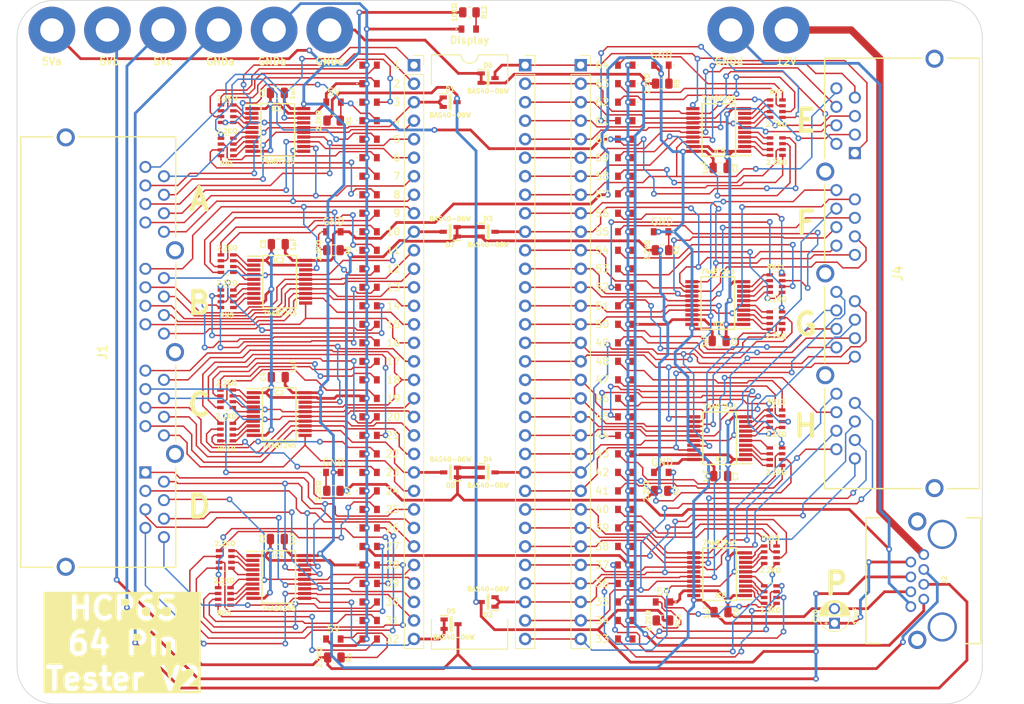
<source format=kicad_pcb>
(kicad_pcb (version 20241229) (generator "pcbnew") (generator_version "9.0")
  (title_block (title "HCP65 64pin Component Tester") (date "2025-08-17") (rev "V1"))
  (layers (0 "F.Cu" signal) (2 "B.Cu" signal) (5 "F.SilkS" user "F.Silkscreen") (7 "B.SilkS" user "B.Silkscreen") (1 "F.Mask" user) (3 "B.Mask" user) (25 "Edge.Cuts" user))
  (net 0 "")
  (net 1 "/5Va")
  (net 2 "/12V")
  (net 3 "/GNDb")
  (net 4 "/5Vc")
  (net 5 "/IO33")
  (net 6 "/IO30")
  (net 7 "/IO29")
  (net 8 "/IO23")
  (net 9 "/IO21")
  (net 10 "/IO25")
  (net 11 "/IO27")
  (net 12 "/IO39")
  (net 13 "/IO32")
  (net 16 "/IO6")
  (net 17 "/IO12")
  (net 19 "/IO10")
  (net 21 "/IO19")
  (net 22 "/IO15")
  (net 23 "/IO18")
  (net 24 "/IO16")
  (net 25 "/IO17")
  (net 26 "/IO14")
  (net 27 "/IO7")
  (net 28 "/IO1")
  (net 35 "Net-(LED1-Pad2)")
  (net 36 "/IO2")
  (net 37 "/IO13")
  (net 38 "/IO5")
  (net 39 "/IO31")
  (net 40 "/IO22")
  (net 41 "/IO4")
  (net 42 "/IO3")
  (net 43 "/IO9")
  (net 44 "/IO24")
  (net 45 "/IO8")
  (net 46 "/IO26")
  (net 47 "/IO11")
  (net 48 "/IO20")
  (net 49 "/IO0")
  (net 50 "/IO28")
  (net 51 "/GNDd")
  (net 52 "/5Vb")
  (net 53 "/GNDc")
  (net 54 "/GNDa")
  (net 55 "/IO34")
  (net 56 "/IO35")
  (net 57 "/IO36")
  (net 58 "/IO37")
  (net 59 "/IO38")
  (net 60 "Net-(LED2-Pad2)")
  (net 61 "Net-(IC1-A4)")
  (net 62 "Net-(IC1-A0)")
  (net 63 "Net-(IC1-A2)")
  (net 64 "Net-(IC1-A1)")
  (net 65 "Net-(IC1-A7)")
  (net 66 "Net-(IC1-A5)")
  (net 67 "Net-(IC1-A3)")
  (net 68 "Net-(IC1-A6)")
  (net 69 "Net-(IC2-A1)")
  (net 70 "Net-(IC2-A6)")
  (net 71 "Net-(IC2-A5)")
  (net 72 "Net-(IC2-A4)")
  (net 73 "Net-(IC2-A2)")
  (net 74 "Net-(IC2-A3)")
  (net 75 "Net-(IC2-A7)")
  (net 76 "Net-(IC2-A0)")
  (net 77 "Net-(IC3-A7)")
  (net 78 "Net-(IC3-A0)")
  (net 79 "Net-(IC3-A4)")
  (net 80 "Net-(IC3-A1)")
  (net 81 "Net-(IC3-A2)")
  (net 82 "Net-(IC3-A3)")
  (net 83 "Net-(IC3-A5)")
  (net 84 "Net-(IC3-A6)")
  (net 85 "Net-(IC4-A1)")
  (net 86 "Net-(IC4-A6)")
  (net 87 "Net-(IC4-A4)")
  (net 88 "Net-(IC4-A5)")
  (net 89 "Net-(IC4-A2)")
  (net 90 "Net-(IC4-A7)")
  (net 91 "Net-(IC4-A0)")
  (net 92 "Net-(IC4-A3)")
  (net 93 "Net-(IC5-A2)")
  (net 94 "Net-(IC5-A3)")
  (net 95 "Net-(IC5-A0)")
  (net 96 "Net-(IC5-A4)")
  (net 97 "Net-(IC5-A5)")
  (net 98 "Net-(IC5-A6)")
  (net 99 "Net-(IC5-A7)")
  (net 100 "Net-(IC5-A1)")
  (net 101 "Net-(LED3-Pad1)")
  (net 102 "Net-(LED4-Pad1)")
  (net 103 "Net-(LED5-Pad2)")
  (net 104 "Net-(LED6-Pad1)")
  (net 105 "Net-(LED7-Pad1)")
  (net 106 "Net-(LED8-Pad1)")
  (net 107 "/S6")
  (net 108 "/S5")
  (net 109 "/S4")
  (net 110 "/S3")
  (net 111 "/S2")
  (net 112 "/S1")
  (net 113 "/S0")
  (net 114 "/S15")
  (net 115 "/S14")
  (net 116 "/S13")
  (net 117 "/S12")
  (net 118 "/S11")
  (net 119 "/S10")
  (net 120 "/S9")
  (net 121 "/S8")
  (net 122 "/S23")
  (net 123 "/S22")
  (net 124 "/S21")
  (net 125 "/S20")
  (net 126 "/S19")
  (net 127 "/S18")
  (net 128 "/S17")
  (net 129 "/S16")
  (net 130 "/S31")
  (net 131 "/S30")
  (net 132 "/S29")
  (net 133 "/S28")
  (net 134 "/S27")
  (net 135 "/S26")
  (net 136 "/S25")
  (net 137 "/S24")
  (net 138 "/S39")
  (net 139 "/S38")
  (net 140 "/S37")
  (net 141 "/S36")
  (net 142 "/S35")
  (net 143 "/S34")
  (net 144 "/S33")
  (net 145 "/S32")
  (net 146 "/S7")
  (net 147 "/IO53")
  (net 148 "/IO47")
  (net 149 "Net-(IC6-A6)")
  (net 150 "/IO46")
  (net 151 "Net-(IC6-A4)")
  (net 152 "Net-(IC6-A2)")
  (net 153 "/IO40")
  (net 154 "/IO41")
  (net 155 "Net-(IC6-A7)")
  (net 156 "Net-(IC6-A0)")
  (net 157 "/IO43")
  (net 158 "Net-(IC6-A5)")
  (net 159 "/IO44")
  (net 160 "/IO45")
  (net 161 "Net-(IC6-A1)")
  (net 162 "/IO42")
  (net 163 "Net-(IC6-A3)")
  (net 164 "/IO49")
  (net 165 "/IO50")
  (net 166 "Net-(IC7-A7)")
  (net 167 "/IO55")
  (net 168 "Net-(IC7-A1)")
  (net 169 "/IO51")
  (net 170 "Net-(IC7-A0)")
  (net 171 "Net-(IC7-A6)")
  (net 172 "Net-(IC7-A2)")
  (net 173 "Net-(IC7-A5)")
  (net 174 "Net-(IC7-A4)")
  (net 175 "/IO52")
  (net 176 "/IO54")
  (net 177 "/IO48")
  (net 178 "Net-(IC7-A3)")
  (net 179 "/S47")
  (net 180 "/S46")
  (net 181 "/S45")
  (net 182 "/S44")
  (net 183 "/S43")
  (net 184 "/S42")
  (net 185 "/S41")
  (net 186 "/S40")
  (net 187 "/S55")
  (net 188 "/S54")
  (net 189 "/S53")
  (net 190 "/S52")
  (net 191 "/S51")
  (net 192 "/S50")
  (net 193 "/S49")
  (net 194 "/S48")
  (net 195 "/IO61")
  (net 196 "Net-(IC8-A3)")
  (net 197 "Net-(IC8-A2)")
  (net 198 "Net-(IC8-A1)")
  (net 199 "/IO58")
  (net 200 "Net-(IC8-A7)")
  (net 201 "Net-(IC8-A4)")
  (net 202 "/IO63")
  (net 203 "Net-(IC8-A0)")
  (net 204 "/IO59")
  (net 205 "Net-(IC8-A6)")
  (net 206 "/IO56")
  (net 207 "/IO57")
  (net 208 "/IO62")
  (net 209 "/IO60")
  (net 210 "Net-(IC8-A5)")
  (net 213 "/S56")
  (net 214 "/S57")
  (net 215 "/S58")
  (net 216 "/S59")
  (net 217 "/S60")
  (net 218 "/S61")
  (net 219 "/S62")
  (net 220 "/S63")
  (net 221 "Net-(LED73-Pad2)")
  (footprint "SamacSys_Parts:150224VS73100A" (layer "F.Cu") (at 67.31 24.13 -90)
    (property "Reference" "LED56" (hide yes))
    (property "Value" "150224VS73100A" (hide yes))
  )
  (footprint "SamacSys_Parts:150224VS73100A" (layer "F.Cu") (at 30.257999 54.61 90)
    (property "Reference" "LED36" (hide yes))
    (property "Value" "150224VS73100A" (hide yes))
  )
  (footprint "SamacSys_Parts:150224SS73100A" (layer "F.Cu") (at 72.2445 41.91 -90)
    (property "Reference" "LED4" (hide yes))
    (property "Value" "150224SS73100" (hide yes))
  )
  (footprint "SamacSys_Parts:CAY16-J4" (layer "F.Cu") (at 86.233 53.215 180)
    (property "Reference" "RN15")
    (property "Value" "CAY16-222F4LF" (hide yes))
  )
  (footprint "SamacSys_Parts:150224VS73100A" (layer "F.Cu") (at 30.257999 46.99 90)
    (property "Reference" "LED39" (hide yes))
    (property "Value" "150224VS73100A" (hide yes))
  )
  (footprint "SamacSys_Parts:1-406541-1_1" (layer "F.Cu") (at 115.0563 65.404 90)
    (property "Reference" "J2")
    (property "Value" "1-406541-1" (hide yes))
  )
  (footprint "SamacSys_Parts:150224VS73100A" (layer "F.Cu") (at 30.242 41.91 90)
    (property "Reference" "LED25" (hide yes))
    (property "Value" "150224VS73100A" (hide yes))
  )
  (footprint "SamacSys_Parts:150224VS73100A" (layer "F.Cu") (at 30.242 31.75 90)
    (property "Reference" "LED29" (hide yes))
    (property "Value" "150224VS73100A" (hide yes))
  )
  (footprint "SamacSys_Parts:150224VS73100A" (layer "F.Cu") (at 30.242 16.51 90)
    (property "Reference" "LED19" (hide yes))
    (property "Value" "150224VS73100A" (hide yes))
  )
  (footprint "SamacSys_Parts:R_0805" (layer "F.Cu") (at 26.3185 -6.35 -90)
    (property "Reference" "R1")
    (property "Value" "2.2KΩ")
  )
  (footprint "SamacSys_Parts:150224VS73100A" (layer "F.Cu") (at 67.31 29.21 -90)
    (property "Reference" "LED58" (hide yes))
    (property "Value" "150224VS73100A" (hide yes))
  )
  (footprint "SamacSys_Parts:150224VS73100A" (layer "F.Cu") (at 30.242 -6.35 90)
    (property "Reference" "LED12" (hide yes))
    (property "Value" "150224VS73100A" (hide yes))
  )
  (footprint "SamacSys_Parts:R_0805" (layer "F.Cu") (at 71.4715 62.23 -90)
    (property "Reference" "R11")
    (property "Value" "2.2KΩ")
  )
  (footprint "SamacSys_Parts:150224VS73100A" (layer "F.Cu") (at 67.31 62.23 -90)
    (property "Reference" "LED71" (hide yes))
    (property "Value" "150224VS73100A" (hide yes))
  )
  (footprint "MountingHole:MountingHole_3.2mm_M3_Pad" (layer "F.Cu") (at -12.319 -18.796)
    (property "Reference" "H2" (hide yes))
    (property "Value" "MountingHole_Pad")
  )
  (footprint "SamacSys_Parts:150224VS73100A" (layer "F.Cu") (at 30.242 -11.43 90)
    (property "Reference" "LED14" (hide yes))
    (property "Value" "150224VS73100A" (hide yes))
  )
  (footprint "SamacSys_Parts:150224SS73100A" (layer "F.Cu") (at 25.2755 64.77 90)
    (property "Reference" "LED5" (hide yes))
    (property "Value" "150224SS73100" (hide yes))
  )
  (footprint "SamacSys_Parts:150224VS73100A" (layer "F.Cu") (at 67.31 1.27 -90)
    (property "Reference" "LED46" (hide yes))
    (property "Value" "150224VS73100A" (hide yes))
  )
  (footprint "SamacSys_Parts:150224VS73100A" (layer "F.Cu") (at 30.242 13.97 90)
    (property "Reference" "LED20" (hide yes))
    (property "Value" "150224VS73100A" (hide yes))
  )
  (footprint "SamacSys_Parts:CAY16-J4" (layer "F.Cu") (at 86.233 58.676 180)
    (property "Reference" "RN16" (hide yes))
    (property "Value" "CAY16-222F4LF" (hide yes))
  )
  (footprint "SamacSys_Parts:150224SS73100A" (layer "F.Cu") (at 25.305 -8.89 90)
    (property "Reference" "LED1" (hide yes))
    (property "Value" "150224SS73100" (hide yes))
  )
  (footprint "SamacSys_Parts:150224VS73100A" (layer "F.Cu") (at 67.31 54.61 -90)
    (property "Reference" "LED68" (hide yes))
    (property "Value" "150224VS73100A" (hide yes))
  )
  (footprint "SamacSys_Parts:SOP65P780X200-20N" (layer "F.Cu") (at 18.79 56.257)
    (property "Reference" "IC4")
    (property "Value" "SN74ABT245BDBR" (hide yes))
  )
  (footprint "MountingHole:MountingHole_3.2mm_M3_Pad" (layer "F.Cu") (at 10.541 -18.796)
    (property "Reference" "H5" (hide yes))
    (property "Value" "MountingHole_Pad")
  )
  (footprint "SamacSys_Parts:150224VS73100A" (layer "F.Cu") (at 30.242 29.21 90)
    (property "Reference" "LED30" (hide yes))
    (property "Value" "150224VS73100A" (hide yes))
  )
  (footprint "SamacSys_Parts:SOP65P780X200-20N" (layer "F.Cu") (at 78.994 18.673 180)
    (property "Reference" "IC6")
    (property "Value" "SN74ABT245BDBR" (hide yes))
  )
  (footprint "SamacSys_Parts:150224VS73100A" (layer "F.Cu") (at 67.31 21.59 -90)
    (property "Reference" "LED55" (hide yes))
    (property "Value" "150224VS73100A" (hide yes))
  )
  (footprint "SamacSys_Parts:CAY16-J4" (layer "F.Cu") (at 11.69 -2.742)
    (property "Reference" "RN1")
    (property "Value" "CAY16-222F4LF" (hide yes))
  )
  (footprint "SamacSys_Parts:150224VS73100A" (layer "F.Cu") (at 67.31 52.07 -90)
    (property "Reference" "LED67" (hide yes))
    (property "Value" "150224VS73100A" (hide yes))
  )
  (footprint "SamacSys_Parts:C_0805" (layer "F.Cu") (at 79.42 61.087 -90)
    (property "Reference" "C8")
    (property "Value" "1μF")
  )
  (footprint "SamacSys_Parts:150224VS73100A" (layer "F.Cu") (at 67.31 26.67 -90)
    (property "Reference" "LED57" (hide yes))
    (property "Value" "150224VS73100A" (hide yes))
  )
  (footprint "SamacSys_Parts:150224VS73100A" (layer "F.Cu") (at 30.242 36.83 90)
    (property "Reference" "LED27" (hide yes))
    (property "Value" "150224VS73100A" (hide yes))
  )
  (footprint "SamacSys_Parts:150224VS73100A" (layer "F.Cu") (at 67.31 57.15 -90)
    (property "Reference" "LED69" (hide yes))
    (property "Value" "150224VS73100A" (hide yes))
  )
  (footprint "SamacSys_Parts:150224VS73100A" (layer "F.Cu") (at 67.31 64.77 -90)
    (property "Reference" "LED72" (hide yes))
    (property "Value" "150224VS73100A" (hide yes))
  )
  (footprint "MountingHole:MountingHole_3.2mm_M3_Pad" (layer "F.Cu") (at 18.161 -18.796)
    (property "Reference" "H7" (hide yes))
    (property "Value" "MountingHole_Pad")
  )
  (footprint "SamacSys_Parts:SOT65P210X110-3N" (layer "F.Cu") (at 42.418 62.738)
    (property "Reference" "D5")
    (property "Value" "BAS40-06W,115" (hide yes))
  )
  (footprint "SamacSys_Parts:150224VS73100A" (layer "F.Cu") (at 30.242 8.89 90)
    (property "Reference" "LED22" (hide yes))
    (property "Value" "150224VS73100A" (hide yes))
  )
  (footprint "SamacSys_Parts:150224VS73100A" (layer "F.Cu") (at 67.31 46.99 -90)
    (property "Reference" "LED65" (hide yes))
    (property "Value" "150224VS73100A" (hide yes))
  )
  (footprint "SamacSys_Parts:150224VS73100A" (layer "F.Cu") (at 67.31 41.91 -90)
    (property "Reference" "LED63" (hide yes))
    (property "Value" "150224VS73100A" (hide yes))
  )
  (footprint "SamacSys_Parts:150224VS73100A" (layer "F.Cu") (at 30.242 1.27 90)
    (property "Reference" "LED9" (hide yes))
    (property "Value" "150224VS73100A" (hide yes))
  )
  (footprint "SamacSys_Parts:R_0805" (layer "F.Cu") (at 26.289 44.45 -90)
    (property "Reference" "R7")
    (property "Value" "2.2KΩ")
  )
  (footprint "SamacSys_Parts:150224SS73100A" (layer "F.Cu") (at 25.2755 41.91 90)
    (property "Reference" "LED8" (hide yes))
    (property "Value" "150224SS73100" (hide yes))
  )
  (footprint "MountingHole:MountingHole_3.2mm_M3_Pad" (layer "F.Cu") (at 2.921 -18.796)
    (property "Reference" "H4" (hide yes))
    (property "Value" "MountingHole_Pad")
  )
  (footprint "SamacSys_Parts:150224VS73100A" (layer "F.Cu") (at 30.257999 59.69 90)
    (property "Reference" "LED34" (hide yes))
    (property "Value" "150224VS73100A" (hide yes))
  )
  (footprint "SamacSys_Parts:CAY16-J4" (layer "F.Cu") (at 11.303 58.928)
    (property "Reference" "RN3")
    (property "Value" "CAY16-222F4LF" (hide yes))
  )
  (footprint "SamacSys_Parts:CAY16-J4" (layer "F.Cu") (at 86.995 21.082 180)
    (property "Reference" "RN12" (hide yes))
    (property "Value" "CAY16-222F4LF" (hide yes))
  )
  (footprint "SamacSys_Parts:150224VS73100A" (layer "F.Cu") (at 30.242 39.37 90)
    (property "Reference" "LED26" (hide yes))
    (property "Value" "150224VS73100A" (hide yes))
  )
  (footprint "SamacSys_Parts:SOP65P780X200-20N" (layer "F.Cu") (at 79.248 55.88 180)
    (property "Reference" "IC8")
    (property "Value" "SN74ABT245BDBR" (hide yes))
  )
  (footprint "SamacSys_Parts:150224VS73100A" (layer "F.Cu") (at 30.242 -8.89 90)
    (property "Reference" "LED13" (hide yes))
    (property "Value" "150224VS73100A" (hide yes))
  )
  (footprint "SamacSys_Parts:150224VS73100A" (layer "F.Cu") (at 67.31 36.83 -90)
    (property "Reference" "LED61" (hide yes))
    (property "Value" "150224VS73100A" (hide yes))
  )
  (footprint "SamacSys_Parts:150224VS73100A" (layer "F.Cu") (at 30.242 11.43 90)
    (property "Reference" "LED21" (hide yes))
    (property "Value" "150224VS73100A" (hide yes))
  )
  (footprint "SamacSys_Parts:150224VS73100A" (layer "F.Cu") (at 30.242 -13.97 90)
    (property "Reference" "LED15" (hide yes))
    (property "Value" "150224VS73100A" (hide yes))
  )
  (footprint "SamacSys_Parts:R_0805" (layer "F.Cu") (at 44.9345 -21.209 -90)
    (property "Reference" "R12")
    (property "Value" "10KΩ")
  )
  (footprint "SamacSys_Parts:150224VS73100A" (layer "F.Cu") (at 67.31 -6.35 -90)
    (property "Reference" "LED43" (hide yes))
    (property "Value" "150224VS73100A" (hide yes))
  )
  (footprint "SamacSys_Parts:C_0805" (layer "F.Cu") (at 18.746 28.829 90)
    (property "Reference" "C4")
    (property "Value" "1μF")
  )
  (footprint "SamacSys_Parts:150224VS73100A" (layer "F.Cu") (at 30.242 24.13 90)
    (property "Reference" "LED16" (hide yes))
    (property "Value" "150224VS73100A" (hide yes))
  )
  (footprint "SamacSys_Parts:SOP65P780X200-20N" (layer "F.Cu") (at 79.254 37.215 180)
    (property "Reference" "IC7")
    (property "Value" "SN74ABT245BDBR" (hide yes))
  )
  (footprint "SamacSys_Parts:150224SS73100A" (layer "F.Cu") (at 72.2075 8.89 -90)
    (property "Reference" "LED3" (hide yes))
    (property "Value" "150224SS73100" (hide yes))
  )
  (footprint "SamacSys_Parts:C_0805" (layer "F.Cu") (at 18.619 51.054 90)
    (property "Reference" "C2")
    (property "Value" "1μF")
  )
  (footprint "SamacSys_Parts:SOT65P210X110-3N" (layer "F.Cu") (at 42.291 -8.89)
    (property "Reference" "D1")
    (property "Value" "BAS40-06W,115" (hide yes))
  )
  (footprint "SamacSys_Parts:CAY16-J4" (layer "F.Cu") (at 11.684 13.265)
    (property "Reference" "RN6" (hide yes))
    (property "Value" "CAY16-222F4LF" (hide yes))
  )
  (footprint "SamacSys_Parts:CAY16-J4" (layer "F.Cu") (at 86.995 39.751 180)
    (property "Reference" "RN14" (hide yes))
    (property "Value" "CAY16-222F4LF" (hide yes))
  )
  (footprint "SamacSys_Parts:SOP65P780X200-20N" (layer "F.Cu") (at 18.663 -5.084)
    (property "Reference" "IC1")
    (property "Value" "SN74ABT245BDBR" (hide yes))
  )
  (footprint "SamacSys_Parts:C_0805" (layer "F.Cu") (at 18.746 10.598 90)
    (property "Reference" "C5")
    (property "Value" "1μF")
  )
  (footprint "SamacSys_Parts:SOP65P780X200-20N" (layer "F.Cu") (at 18.855 33.905)
    (property "Reference" "IC3")
    (property "Value" "SN74ABT245BDBR" (hide yes))
  )
  (footprint "SamacSys_Parts:150224SS73100A" (layer "F.Cu") (at 72.2605 -13.97 -90)
    (property "Reference" "LED6" (hide yes))
    (property "Value" "150224SS73100" (hide yes))
  )
  (footprint "SamacSys_Parts:CAY16-J4" (layer "F.Cu") (at 11.616 31.807)
    (property "Reference" "RN9" (hide yes))
    (property "Value" "CAY16-222F4LF" (hide yes))
  )
  (footprint "SamacSys_Parts:150224VS73100A" (layer "F.Cu") (at 30.242 21.59 90)
    (property "Reference" "LED17" (hide yes))
    (property "Value" "150224VS73100A" (hide yes))
  )
  (footprint "SamacSys_Parts:150224VS73100A" (layer "F.Cu") (at 30.242 19.05 90)
    (property "Reference" "LED18" (hide yes))
    (property "Value" "150224VS73100A" (hide yes))
  )
  (footprint "SamacSys_Parts:C_0805" (layer "F.Cu") (at 79.375 42.418 -90)
    (property "Reference" "C7")
    (property "Value" "1μF")
  )
  (footprint "SamacSys_Parts:C_0805" (layer "F.Cu") (at 18.619 -10.16 90)
    (property "Reference" "C1")
    (property "Value" "1μF")
  )
  (footprint "SamacSys_Parts:63391672" (layer "F.Cu") (at 0.508 41.91 -90)
    (property "Reference" "J1")
    (property "Value" "6339167-2" (hide yes))
  )
  (footprint "SamacSys_Parts:150224VS73100A" (layer "F.Cu") (at 30.257999 52.07 90)
    (property "Reference" "LED37" (hide yes))
    (property "Value" "150224VS73100A" (hide yes))
  )
  (footprint "SamacSys_Parts:150224VS73100A" (layer "F.Cu") (at 67.31 39.37 -90)
    (property "Reference" "LED62" (hide yes))
    (property "Value" "150224VS73100A" (hide yes))
  )
  (footprint "SamacSys_Parts:150224VS73100A" (layer "F.Cu") (at 30.242 26.67 90)
    (property "Reference" "LED31" (hide yes))
    (property "Value" "150224VS73100A" (hide yes))
  )
  (footprint "SamacSys_Parts:CAY16-J4" (layer "F.Cu") (at 11.69 -7.309)
    (property "Reference" "RN2" (hide yes))
    (property "Value" "CAY16-222F4LF" (hide yes))
  )
  (footprint "SamacSys_Parts:150224VS73100A" (layer "F.Cu") (at 67.31 -8.89 -90)
    (property "Reference" "LED42" (hide yes))
    (property "Value" "150224VS73100A" (hide yes))
  )
  (footprint "SamacSys_Parts:150224VS73100A" (layer "F.Cu") (at 67.31 34.29 -90)
    (property "Reference" "LED60" (hide yes))
    (property "Value" "150224VS73100A" (hide yes))
  )
  (footprint "SamacSys_Parts:SOT65P210X110-3N" (layer "F.Cu") (at 42.352 41.91 180)
    (property "Reference" "D8")
    (property "Value" "BAS40-06W,115" (hide yes))
  )
  (footprint "SamacSys_Parts:150224VS73100A" (layer "F.Cu") (at 67.294 -3.81 -90)
    (property "Reference" "LED44" (hide yes))
    (property "Value" "150224VS73100A" (hide yes))
  )
  (footprint "SamacSys_Parts:R_0805" (layer "F.Cu") (at 26.416 67.31 -90)
    (property "Reference" "R4")
    (property "Value" "2.2KΩ")
  )
  (footprint "SamacSys_Parts:C_0805" (layer "F.Cu") (at 79.293 0.127 -90)
    (property "Reference" "C3")
    (property "Value" "1μF")
  )
  (footprint "Connector_PinSocket_2.54mm:PinSocket_1x32_P2.54mm_Vertical" (layer "F.Cu") (at 37.338 -13.97)
    (property "Reference" "J8" (hide yes))
    (property "Value" "Conn_01x32_Socket")
  )
  (footprint "SamacSys_Parts:SOT65P210X110-3N" (layer "F.Cu") (at 42.291 8.89 180)
    (property "Reference" "D7")
    (property "Value" "BAS40-06W,115" (hide yes))
  )
  (footprint "SamacSys_Parts:150224SS73100A" (layer "F.Cu") (at 25.2755 8.89 90)
    (property "Reference" "LED7" (hide yes))
    (property "Value" "150224SS73100" (hide yes))
  )
  (footprint "SamacSys_Parts:150224VS73100A" (layer "F.Cu") (at 30.242 6.35 90)
    (property "Reference" "LED23" (hide yes))
    (property "Value" "150224VS73100A" (hide yes))
  )
  (footprint "SamacSys_Parts:150224VS73100A" (layer "F.Cu") (at 67.31 16.51 -90)
    (property "Reference" "LED53" (hide yes))
    (property "Value" "150224VS73100A" (hide yes))
  )
  (footprint "SamacSys_Parts:150224VS73100A" (layer "F.Cu") (at 30.242 44.45 90)
    (property "Reference" "LED24" (hide yes))
    (property "Value" "150224VS73100A" (hide yes))
  )
  (footprint "SamacSys_Parts:150224VS73100A" (layer "F.Cu") (at 67.31 13.97 -90)
    (property "Reference" "LED52" (hide yes))
    (property "Value" "150224VS73100A" (hide yes))
  )
  (footprint "SamacSys_Parts:SOT65P210X110-3N" (layer "F.Cu") (at 47.498 -12.192)
    (property "Reference" "D6")
    (property "Value" "BAS40-06W,115" (hide yes))
  )
  (footprint "SamacSys_Parts:150224VS73100A" (layer "F.Cu") (at 30.257999 57.15 90)
    (property "Reference" "LED35" (hide yes))
    (property "Value" "150224VS73100A" (hide yes))
  )
  (footprint "SamacSys_Parts:150224VS73100A" (layer "F.Cu") (at 30.242 -1.27 90)
    (property "Reference" "LED10" (hide yes))
    (property "Value" "150224VS73100A" (hide yes))
  )
  (footprint "SamacSys_Parts:CAY16-J4" (layer "F.Cu") (at 11.43 53.848)
    (property "Reference" "RN4" (hide yes))
    (property "Value" "CAY16-222F4LF" (hide yes))
  )
  (footprint "Connector_PinSocket_2.54mm:PinSocket_1x32_P2.54mm_Vertical" (layer "F.Cu") (at 52.578 -13.97)
    (property "Reference" "J3" (hide yes))
    (property "Value" "Conn_01x32_Socket")
  )
  (footprint "SamacSys_Parts:150224VS73100A" (layer "F.Cu") (at 67.31 31.75 -90)
    (property "Reference" "LED59" (hide yes))
    (property "Value" "150224VS73100A" (hide yes))
  )
  (footprint "SamacSys_Parts:150224VS73100A" (layer "F.Cu") (at 67.31 3.683 -90)
    (property "Reference" "LED47" (hide yes))
    (property "Value" "150224VS73100A" (hide yes))
  )
  (footprint "SamacSys_Parts:150224SS73100A" (layer "F.Cu") (at 43.846999 -18.923 90)
    (property "Reference" "LED73" (hide yes))
    (property "Value" "150224SS73100" (hide yes))
  )
  (footprint "SamacSys_Parts:CAY16-J4" (layer "F.Cu") (at 11.616 36.379)
    (property "Reference" "RN10")
    (property "Value" "CAY16-222F4LF" (hide yes))
  )
  (footprint "SamacSys_Parts:150224VS73100A" (layer "F.Cu") (at 67.31 8.89 -90)
    (property "Reference" "LED50" (hide yes))
    (property "Value" "150224VS73100A" (hide yes))
  )
  (footprint "SamacSys_Parts:150224VS73100A" (layer "F.Cu") (at 30.257999 62.23 90)
    (property "Reference" "LED33" (hide yes))
    (property "Value" "150224VS73100A" (hide yes))
  )
  (footprint "MountingHole:MountingHole_3.2mm_M3_Pad" (layer "F.Cu") (at 80.772 -18.796)
    (property "Reference" "H8" (hide yes))
    (property "Value" "MountingHole_Pad")
  )
  (footprint "SamacSys_Parts:CAY16-J4" (layer "F.Cu") (at 11.684 18.091)
    (property "Reference" "RN5")
    (property "Value" "CAY16-222F4LF" (hide yes))
  )
  (footprint "SamacSys_Parts:150224VS73100A" (layer "F.Cu") (at 30.258 64.77 90)
    (property "Reference" "LED32" (hide yes))
    (property "Value" "150224VS73100A" (hide yes))
  )
  (footprint "SamacSys_Parts:150224VS73100A" (layer "F.Cu") (at 67.31 44.45 -90)
    (property "Reference" "LED64" (hide yes))
    (property "Value" "150224VS73100A" (hide yes))
  )
  (footprint "SamacSys_Parts:150224VS73100A" (layer "F.Cu") (at 67.31 11.43 -90)
    (property "Reference" "LED51" (hide yes))
    (property "Value" "150224VS73100A" (hide yes))
  )
  (footprint "SamacSys_Parts:SOT65P210X110-3N" (layer "F.Cu") (at 47.498 41.91)
    (property "Reference" "D4")
    (property "Value" "BAS40-06W,115" (hide yes))
  )
  (footprint "SamacSys_Parts:C_0805" (layer "F.Cu") (at 79.166 23.876 -90)
    (property "Reference" "C6")
    (property "Value" "1μF")
  )
  (footprint "SamacSys_Parts:63391672" (layer "F.Cu") (at 97.79 -1.905 90)
    (property "Reference" "J4")
    (property "Value" "6339167-2" (hide yes))
  )
  (footprint "SamacSys_Parts:150224VS73100A" (layer "F.Cu") (at 67.31 49.53 -90)
    (property "Reference" "LED66" (hide yes))
    (property "Value" "150224VS73100A" (hide yes))
  )
  (footprint "SamacSys_Parts:SOT65P210X110-3N" (layer "F.Cu") (at 47.498 8.89)
    (property "Reference" "D3")
    (property "Value" "BAS40-06W,115" (hide yes))
  )
  (footprint "SamacSys_Parts:150224VS73100A" (layer "F.Cu") (at 67.31 19.05 -90)
    (property "Reference" "LED54" (hide yes))
    (property "Value" "150224VS73100A" (hide yes))
  )
  (footprint "Connector_PinSocket_2.54mm:PinSocket_1x32_P2.54mm_Vertical" (layer "F.Cu") (at 60.198 -13.97)
    (property "Reference" "J9" (hide yes))
    (property "Value" "Conn_01x32_Socket")
  )
  (footprint "SamacSys_Parts:150224VS73100A" (layer "F.Cu") (at 30.242 34.29 90)
    (property "Reference" "LED28" (hide yes))
    (property "Value" "150224VS73100A" (hide yes))
  )
  (footprint "SamacSys_Parts:CAY16-J4" (layer "F.Cu") (at 87.04 -8.001 180)
    (property "Reference" "RN7")
    (property "Value" "CAY16-222F4LF" (hide yes))
  )
  (footprint "SamacSys_Parts:150224VS73100A" (layer "F.Cu") (at 30.242 -3.81 90)
    (property "Reference" "LED11" (hide yes))
    (property "Value" "150224VS73100A" (hide yes))
  )
  (footprint "SamacSys_Parts:150224VS73100A" (layer "F.Cu") (at 67.31 59.69 -90)
    (property "Reference" "LED70" (hide yes))
    (property "Value" "150224VS73100A" (hide yes))
  )
  (footprint "SamacSys_Parts:150224VS73100A" (layer "F.Cu") (at 67.31 -1.27 -90)
    (property "Reference" "LED45" (hide yes))
    (property "Value" "150224VS73100A" (hide yes))
  )
  (footprint "SamacSys_Parts:150224SS73100A" (layer "F.Cu") (at 72.485 59.69 -90)
    (property "Reference" "LED2" (hide yes))
    (property "Value" "150224SS73100" (hide yes))
  )
  (footprint "SamacSys_Parts:SOP65P780X200-20N" (layer "F.Cu") (at 79.127 -5.076 180)
    (property "Reference" "IC5")
    (property "Value" "SN74ABT245BDBR" (hide yes))
  )
  (footprint "SamacSys_Parts:R_0805" (layer "F.Cu") (at 71.231 44.45 -90)
    (property "Reference" "R3")
    (property "Value" "2.2KΩ")
  )
  (footprint "SamacSys_Parts:SOP65P780X200-20N" (layer "F.Cu") (at 18.923 15.744)
    (property "Reference" "IC2")
    (property "Value" "SN74ABT245BDBR" (hide yes))
  )
  (footprint "SamacSys_Parts:CAY16-J4" (layer "F.Cu") (at 86.995 16.002 180)
    (property "Reference" "RN11")
    (property "Value" "CAY16-222F4LF" (hide yes))
  )
  (footprint "SamacSys_Parts:150224VS73100A" (layer "F.Cu") (at 30.257999 49.53 90)
    (property "Reference" "LED38" (hide yes))
    (property "Value" "150224VS73100A" (hide yes))
  )
  (footprint "SamacSys_Parts:R_0805" (layer "F.Cu") (at 71.374 -11.43 -90)
    (property "Reference" "R5")
    (property "Value" "2.2KΩ")
  )
  (footprint "MountingHole:MountingHole_3.2mm_M3_Pad" (layer "F.Cu") (at 25.781 -18.796)
    (property "Reference" "H6" (hide yes))
    (property "Value" "MountingHole_Pad")
  )
  (footprint "SamacSys_Parts:150224VS73100A" (layer "F.Cu") (at 67.31 6.35 -90)
    (property "Reference" "LED49" (hide yes))
    (property "Value" "150224VS73100A" (hide yes))
  )
  (footprint "MountingHole:MountingHole_3.2mm_M3_Pad" (layer "F.Cu") (at -4.699 -18.796)
    (property "Reference" "H3" (hide yes))
    (property "Value" "MountingHole_Pad")
  )
  (footprint "SamacSys_Parts:CAY16-J4" (layer "F.Cu") (at 86.995 34.544 180)
    (property "Reference" "RN13")
    (property "Value" "CAY16-222F4LF" (hide yes))
  )
  (footprint "MountingHole:MountingHole_3.2mm_M3_Pad" (layer "F.Cu") (at 88.392 -18.796)
    (property "Reference" "H1" (hide yes))
    (property "Value" "MountingHole_Pad")
  )
  (footprint "SamacSys_Parts:150224VS73100A" (layer "F.Cu") (at 67.31 -13.97 -90)
    (property "Reference" "LED40" (hide yes))
    (property "Value" "150224VS73100A" (hide yes))
  )
  (footprint "SamacSys_Parts:CAY16-J4" (layer "F.Cu") (at 87.04 -2.794 180)
    (property "Reference" "RN8" (hide yes))
    (property "Value" "CAY16-222F4LF" (hide yes))
  )
  (footprint "SamacSys_Parts:R_0805" (layer "F.Cu") (at 71.3505 11.43 -90)
    (property "Reference" "R2")
    (property "Value" "2.2KΩ")
  )
  (footprint "SamacSys_Parts:150224VS73100A" (layer "F.Cu") (at 67.31 -11.43 -90)
    (property "Reference" "LED41" (hide yes))
    (property "Value" "150224VS73100A" (hide yes))
  )
  (footprint "SamacSys_Parts:R_0805" (layer "F.Cu") (at 26.289 11.43 -90)
    (property "Reference" "R6")
    (property "Value" "2.2KΩ")
  )
  (footprint "SamacSys_Parts:150224VS73100A" (layer "F.Cu") (at 30.242 3.81 90)
    (property "Reference" "LED48" (hide yes))
    (property "Value" "150224VS73100A" (hide yes))
  )
  (footprint "SamacSys_Parts:CP_Radial_D4.0mm_P2.00mm" (layer "F.Cu") (at 94.996 62.611 90)
    (property "Reference" "C10")
    (property "Value" "10μF")
  )
  (footprint "SamacSys_Parts:SOT65P210X110-3N" (layer "F.Cu") (at 47.498 59.69 180)
    (property "Reference" "D2")
    (property "Value" "BAS40-06W,115" (hide yes))
  )
  (gr_arc (start 46.123137 -15.389137) (mid 44.958 -14.224) (end 43.792863 -15.389137) (stroke (width 0.15)) (layer "F.SilkS"))
  (gr_line (start 50.187137 -15.389137) (end 46.123137 -15.389137) (stroke (width 0.15)) (layer "F.SilkS"))
  (gr_line (start 50.187137 66.166999) (end 50.187136 62.103) (stroke (width 0.15)) (layer "F.SilkS"))
  (gr_line (start 50.187137 66.166999) (end 39.728863 66.167) (stroke (width 0.15)) (layer "F.SilkS"))
  (gr_line (start 39.728863 -15.389137) (end 39.728863 -11.325137) (stroke (width 0.15)) (layer "F.SilkS"))
  (gr_line (start 50.187137 -15.389137) (end 50.187137 -11.325137) (stroke (width 0.15)) (layer "F.SilkS"))
  (gr_line (start 39.728863 66.167) (end 39.728863 62.103) (stroke (width 0.15)) (layer "F.SilkS"))
  (gr_line (start 39.728863 -15.389137) (end 43.792863 -15.389137) (stroke (width 0.15)) (layer "F.SilkS"))
  (gr_line (start 110.1852 73.660497) (end -12.014195 73.66) (stroke (width 0.1)) (layer "Edge.Cuts"))
  (gr_line (start 115.2652 68.58) (end 115.2652 -17.78) (stroke (width 0.1)) (layer "Edge.Cuts"))
  (gr_line (start -11.991814 -22.861) (end 110.1852 -22.86) (stroke (width 0.1)) (layer "Edge.Cuts"))
  (gr_line (start -17.094202 68.58) (end -17.0942 -17.78) (stroke (width 0.1)) (layer "Edge.Cuts"))
  (gr_arc (start 115.2652 68.579999) (mid 113.777303 72.172102) (end 110.1852 73.66) (stroke (width 0.1)) (layer "Edge.Cuts"))
  (gr_arc (start -12.014202 73.66) (mid -15.606302 72.1721) (end -17.094202 68.58) (stroke (width 0.1)) (layer "Edge.Cuts"))
  (gr_arc (start -17.0942 -17.78) (mid -15.598443 -21.380379) (end -11.991814 -22.861) (stroke (width 0.1)) (layer "Edge.Cuts"))
  (gr_arc (start 110.185199 -22.86) (mid 113.777302 -21.372103) (end 115.2652 -17.78) (stroke (width 0.1)) (layer "Edge.Cuts"))
  (gr_text "5V" (at 26.289 63.373 0) (layer "F.SilkS") (effects (font (size 1 1))))
  (gr_text "53" (at 62.103 13.97 0) (layer "F.SilkS") (effects (font (size 1 1)) (justify left)))
  (gr_text "11" (at 35.56 11.43 0) (layer "F.SilkS") (effects (font (size 1 1)) (justify right)))
  (gr_text "58" (at 62.103 1.27 0) (layer "F.SilkS") (effects (font (size 1 1)) (justify left)))
  (gr_text "GND" (at 26.289 7.493 0) (layer "F.SilkS") (effects (font (size 1 1))))
  (gr_text "F" (at 91.059 7.621 0) (layer "F.SilkS") (effects (font (size 3 3) (thickness 0.6) (bold yes))))
  (gr_text "40" (at 62.103 46.99 0) (layer "F.SilkS") (effects (font (size 1 1)) (justify left)))
  (gr_text "48" (at 62.103 26.67 0) (layer "F.SilkS") (effects (font (size 1 1)) (justify left)))
  (gr_text "12" (at 35.56 13.97 0) (layer "F.SilkS") (effects (font (size 1 1)) (justify right)))
  (gr_text "61" (at 62.103 -6.35 0) (layer "F.SilkS") (effects (font (size 1 1)) (justify left)))
  (gr_text "22" (at 35.433 39.37 0) (layer "F.SilkS") (effects (font (size 1 1)) (justify right)))
  (gr_text "E" (at 91.059 -6.349 0) (layer "F.SilkS") (effects (font (size 3 3) (thickness 0.6) (bold yes))))
  (gr_text "B" (at 7.874 18.658329 0) (layer "F.SilkS") (effects (font (size 3 3) (thickness 0.6) (bold yes))))
  (gr_text "GND" (at 71.247 -15.367 0) (layer "F.SilkS") (effects (font (size 1 1))))
  (gr_text "41" (at 62.103 44.45 0) (layer "F.SilkS") (effects (font (size 1 1)) (justify left)))
  (gr_text "5Vc" (at 2.921 -14.478 0) (layer "F.SilkS") (effects (font (size 1 1) (thickness 0.2) (bold yes))))
  (gr_text "5V" (at 26.318499 -10.287 0) (layer "F.SilkS") (effects (font (size 1 1))))
  (gr_text "49" (at 62.103 24.13 0) (layer "F.SilkS") (effects (font (size 1 1)) (justify left)))
  (gr_text "6" (at 35.56 -1.27 0) (layer "F.SilkS") (effects (font (size 1 1)) (justify right)))
  (gr_text "5Vb" (at -4.445 -14.478 0) (layer "F.SilkS") (effects (font (size 1 1) (thickness 0.2) (bold yes))))
  (gr_text "12V" (at 88.392 -14.478 0) (layer "F.SilkS") (effects (font (size 1 1) (thickness 0.2) (bold yes))))
  (gr_text "1" (at 35.56 -13.97 0) (layer "F.SilkS") (effects (font (size 1 1)) (justify right)))
  (gr_text "17" (at 35.56 26.67 0) (layer "F.SilkS") (effects (font (size 1 1)) (justify right)))
  (gr_text "29" (at 35.433 57.15 0) (layer "F.SilkS") (effects (font (size 1 1)) (justify right)))
  (gr_text "H" (at 91.059 35.561 0) (layer "F.SilkS") (effects (font (size 3 3) (thickness 0.6) (bold yes))))
  (gr_text "GNDb" (at 17.907 -14.478 0) (layer "F.SilkS") (effects (font (size 1 1) (thickness 0.2) (bold yes))))
  (gr_text "8" (at 35.56 3.81 0) (layer "F.SilkS") (effects (font (size 1 1)) (justify right)))
  (gr_text "55" (at 62.103 8.89 0) (layer "F.SilkS") (effects (font (size 1 1)) (justify left)))
  (gr_text "2" (at 35.56 -11.43 0) (layer "F.SilkS") (effects (font (size 1 1)) (justify right)))
  (gr_text "24" (at 35.433 44.45 0) (layer "F.SilkS") (effects (font (size 1 1)) (justify right)))
  (gr_text "56" (at 62.103 6.35 0) (layer "F.SilkS") (effects (font (size 1 1)) (justify left)))
  (gr_text "P" (at 95.25 57.15 0) (layer "F.SilkS") (effects (font (size 3 3) (thickness 0.6) (bold yes))))
  (gr_text "60" (at 62.103 -3.81 0) (layer "F.SilkS") (effects (font (size 1 1)) (justify left)))
  (gr_text "Display" (at 44.958 -17.399 0) (layer "F.SilkS") (effects (font (size 1 1) (thickness 0.2) (bold yes))))
  (gr_text "GNDd" (at 80.518 -14.478 0) (layer "F.SilkS") (effects (font (size 1 1) (thickness 0.2) (bold yes))))
  (gr_text "19" (at 35.56 31.75 0) (layer "F.SilkS") (effects (font (size 1 1)) (justify right)))
  (gr_text "45" (at 62.103 34.29 0) (layer "F.SilkS") (effects (font (size 1 1)) (justify left)))
  (gr_text "D" (at 7.874 46.598329 0) (layer "F.SilkS") (effects (font (size 3 3) (thickness 0.6) (bold yes))))
  (gr_text "16" (at 35.56 24.13 0) (layer "F.SilkS") (effects (font (size 1 1)) (justify right)))
  (gr_text "26" (at 35.433 49.53 0) (layer "F.SilkS") (effects (font (size 1 1)) (justify right)))
  (gr_text "42" (at 62.103 41.91 0) (layer "F.SilkS") (effects (font (size 1 1)) (justify left)))
  (gr_text "47" (at 62.103 29.21 0) (layer "F.SilkS") (effects (font (size 1 1)) (justify left)))
  (gr_text "13" (at 35.56 16.51 0) (layer "F.SilkS") (effects (font (size 1 1)) (justify right)))
  (gr_text "43" (at 62.103 39.37 0) (layer "F.SilkS") (effects (font (size 1 1)) (justify left)))
  (gr_text "7" (at 35.56 1.27 0) (layer "F.SilkS") (effects (font (size 1 1)) (justify right)))
  (gr_text "32" (at 35.433 64.77 0) (layer "F.SilkS") (effects (font (size 1 1)) (justify right)))
  (gr_text "5V" (at 71.471501 58.293 0) (layer "F.SilkS") (effects (font (size 1 1))))
  (gr_text "21" (at 35.433 36.83 0) (layer "F.SilkS") (effects (font (size 1 1)) (justify right)))
  (gr_text "46" (at 62.103 31.75 0) (layer "F.SilkS") (effects (font (size 1 1)) (justify left)))
  (gr_text "31" (at 35.433 62.23 0) (layer "F.SilkS") (effects (font (size 1 1)) (justify right)))
  (gr_text "44" (at 62.103 36.83 0) (layer "F.SilkS") (effects (font (size 1 1)) (justify left)))
  (gr_text "GND" (at 26.289 40.513 0) (layer "F.SilkS") (effects (font (size 1 1))))
  (gr_text "14" (at 35.56 19.05 0) (layer "F.SilkS") (effects (font (size 1 1)) (justify right)))
  (gr_text "33" (at 62.103 64.77 0) (layer "F.SilkS") (effects (font (size 1 1)) (justify left)))
  (gr_text "A" (at 7.874 4.445 0) (layer "F.SilkS") (effects (font (size 3 3) (thickness 0.6) (bold yes))))
  (gr_text "23" (at 35.433 41.91 0) (layer "F.SilkS") (effects (font (size 1 1)) (justify right)))
  (gr_text "62" (at 62.103 -8.89 0) (layer "F.SilkS") (effects (font (size 1 1)) (justify left)))
  (gr_text "10" (at 35.56 8.89 0) (layer "F.SilkS") (effects (font (size 1 1)) (justify right)))
  (gr_text "HCP65\n64 Pin\nTester V2" (at -2.54 65.405 0) (layer "F.SilkS" knockout) (effects (font (size 3 3) (thickness 0.6) (bold yes))))
  (gr_text "37" (at 62.103 54.61 0) (layer "F.SilkS") (effects (font (size 1 1)) (justify left)))
  (gr_text "G" (at 91.059 21.591 0) (layer "F.SilkS") (effects (font (size 3 3) (thickness 0.6) (bold yes))))
  (gr_text "27" (at 35.433 52.07 0) (layer "F.SilkS") (effects (font (size 1 1)) (justify right)))
  (gr_text "4" (at 35.56 -6.35 0) (layer "F.SilkS") (effects (font (size 1 1)) (justify right)))
  (gr_text "36" (at 62.103 57.15 0) (layer "F.SilkS") (effects (font (size 1 1)) (justify left)))
  (gr_text "20" (at 35.56 34.29 0) (layer "F.SilkS") (effects (font (size 1 1)) (justify right)))
  (gr_text "5" (at 35.56 -3.81 0) (layer "F.SilkS") (effects (font (size 1 1)) (justify right)))
  (gr_text "GNDa" (at 10.795 -14.478 0) (layer "F.SilkS") (effects (font (size 1 1) (thickness 0.2) (bold yes))))
  (gr_text "18" (at 35.56 29.21 0) (layer "F.SilkS") (effects (font (size 1 1)) (justify right)))
  (gr_text "35" (at 62.103 59.69 0) (layer "F.SilkS") (effects (font (size 1 1)) (justify left)))
  (gr_text "28" (at 35.433 54.61 0) (layer "F.SilkS") (effects (font (size 1 1)) (justify right)))
  (gr_text "63" (at 62.103 -11.43 0) (layer "F.SilkS") (effects (font (size 1 1)) (justify left)))
  (gr_text "50" (at 62.103 21.59 0) (layer "F.SilkS") (effects (font (size 1 1)) (justify left)))
  (gr_text "54" (at 62.103 11.43 0) (layer "F.SilkS") (effects (font (size 1 1)) (justify left)))
  (gr_text "30" (at 35.433 59.69 0) (layer "F.SilkS") (effects (font (size 1 1)) (justify right)))
  (gr_text "GND" (at 71.3505 7.493 0) (layer "F.SilkS") (effects (font (size 1 1))))
  (gr_text "52" (at 62.103 16.51 0) (layer "F.SilkS") (effects (font (size 1 1)) (justify left)))
  (gr_text "C" (at 7.874 32.628329 0) (layer "F.SilkS") (effects (font (size 3 3) (thickness 0.6) (bold yes))))
  (gr_text "25" (at 35.433 46.99 0) (layer "F.SilkS") (effects (font (size 1 1)) (justify right)))
  (gr_text "9" (at 35.56 6.35 0) (layer "F.SilkS") (effects (font (size 1 1)) (justify right)))
  (gr_text "GNDc" (at 25.781 -14.478 0) (layer "F.SilkS") (effects (font (size 1 1) (thickness 0.2) (bold yes))))
  (gr_text "51" (at 62.103 19.05 0) (layer "F.SilkS") (effects (font (size 1 1)) (justify left)))
  (gr_text "GND" (at 71.358 40.513 0) (layer "F.SilkS") (effects (font (size 1 1))))
  (gr_text "64" (at 62.103 -13.97 0) (layer "F.SilkS") (effects (font (size 1 1)) (justify left)))
  (gr_text "59" (at 62.103 -1.27 0) (layer "F.SilkS") (effects (font (size 1 1)) (justify left)))
  (gr_text "57" (at 62.103 3.81 0) (layer "F.SilkS") (effects (font (size 1 1)) (justify left)))
  (gr_text "15" (at 35.56 21.59 0) (layer "F.SilkS") (effects (font (size 1 1)) (justify right)))
  (gr_text "34" (at 62.103 62.23 0) (layer "F.SilkS") (effects (font (size 1 1)) (justify left)))
  (gr_text "39" (at 62.103 49.53 0) (layer "F.SilkS") (effects (font (size 1 1)) (justify left)))
  (gr_text "3" (at 35.56 -8.89 0) (layer "F.SilkS") (effects (font (size 1 1)) (justify right)))
  (gr_text "38" (at 62.103 52.07 0) (layer "F.SilkS") (effects (font (size 1 1)) (justify left)))
  (gr_text "5Va" (at -12.319 -14.478 0) (layer "F.SilkS") (effects (font (size 1 1) (thickness 0.2) (bold yes))))
  (segment (start 40.2271 7.62) (end 42.7671 5.08) (width 0.38) (layer "F.Cu") (net 1))
  (segment (start 77.357 -2.151) (end 75.577 -2.151) (width 0.38) (layer "F.Cu") (net 1))
  (segment (start 25.916 12.819) (end 26.289 12.446) (width 0.38) (layer "F.Cu") (net 1))
  (segment (start 27.2755 41.91) (end 26.289 41.91) (width 0.38) (layer "F.Cu") (net 1))
  (segment (start 22.213 -8.009) (end 20.439 -8.009) (width 0.38) (layer "F.Cu") (net 1))
  (segment (start 71.2302 -13.0003) (end 71.2302 -12.8055) (width 0.38) (layer "F.Cu") (net 1))
  (segment (start 78.485 41.145) (end 77.472 40.132) (width 0.38) (layer "F.Cu") (net 1))
  (segment (start 105.4563 54.209) (end 99.715 54.209) (width 0.38) (layer "F.Cu") (net 1))
  (segment (start 34.966 7.62) (end 40.2271 7.62) (width 0.38) (layer "F.Cu") (net 1))
  (segment (start 22.213 -8.009) (end 22.213 -8.624) (width 0.38) (layer "F.Cu") (net 1))
  (segment (start 19.553 -8.895) (end 19.553 -9.825) (width 0.38) (layer "F.Cu") (net 1))
  (segment (start 19.68 10.598) (end 19.68 11.806) (width 0.38) (layer "F.Cu") (net 1))
  (segment (start -12.319 -18.796) (end -8.382 -14.859) (width 0.38) (layer "F.Cu") (net 1))
  (segment (start 32.8024 9.7836) (end 34.966 7.62) (width 0.38) (layer "F.Cu") (net 1))
  (segment (start 22.213 -8.624) (end 22.225 -8.636) (width 0.38) (layer "F.Cu") (net 1))
  (segment (start 22.473 12.819) (end 25.916 12.819) (width 0.38) (layer "F.Cu") (net 1))
  (segment (start 24.496 30.98) (end 22.467 30.98) (width 0.38) (layer "F.Cu") (net 1))
  (segment (start 28.4434 8.89) (end 29.337 9.7836) (width 0.38) (layer "F.Cu") (net 1))
  (segment (start 61.595 5.08) (end 62.865 3.81) (width 0.38) (layer "F.Cu") (net 1))
  (segment (start 97.6912 62.611) (end 94.996 62.611) (width 0.38) (layer "F.Cu") (net 1))
  (segment (start -8.382 -14.859) (end 20.193 -14.859) (width 0.38) (layer "F.Cu") (net 1))
  (segment (start 42.7671 5.08) (end 61.595 5.08) (width 0.38) (layer "F.Cu") (net 1))
  (segment (start 75.698 59.43) (end 75.692 59.436) (width 0.38) (layer "F.Cu") (net 1))
  (segment (start 75.698 58.805) (end 75.698 59.43) (width 0.38) (layer "F.Cu") (net 1))
  (segment (start 20.687 30.98) (end 22.405 30.98) (width 0.38) (layer "F.Cu") (net 1))
  (segment (start 78.37 -1.138) (end 77.357 -2.151) (width 0.38) (layer "F.Cu") (net 1))
  (segment (start 70.2075 8.89) (end 70.866 8.89) (width 0.38) (layer "F.Cu") (net 1))
  (segment (start 75.444 22.103815) (end 75.450185 22.11) (width 0.38) (layer "F.Cu") (net 1))
  (segment (start 21.336 -16.002) (end 22.987 -16.002) (width 0.38) (layer "F.Cu") (net 1))
  (segment (start 70.2445 41.91) (end 71.4837 40.6708) (width 0.38) (layer "F.Cu") (net 1))
  (segment (start 99.715 54.209) (end 99.695 54.229) (width 0.38) (layer "F.Cu") (net 1))
  (segment (start 26.289 10.0545) (end 25.5341 10.0545) (width 0.38) (layer "F.Cu") (net 1))
  (segment (start 20.193 -14.859) (end 21.336 -16.002) (width 0.38) (layer "F.Cu") (net 1))
  (segment (start 19.68 11.806) (end 20.693 12.819) (width 0.38) (layer "F.Cu") (net 1))
  (segment (start 73.5885 40.6708) (end 74.1273 40.132) (width 0.38) (layer "F.Cu") (net 1))
  (segment (start 26.289 9.271) (end 26.67 8.89) (width 0.38) (layer "F.Cu") (net 1))
  (segment (start 74.1273 40.132) (end 75.692 40.132) (width 0.38) (layer "F.Cu") (net 1))
  (segment (start 29.845 -21.209) (end 44.012 -21.209) (width 0.38) (layer "F.Cu") (net 1))
  (segment (start 20.56 53.332) (end 22.34 53.332) (width 0.38) (layer "F.Cu") (net 1))
  (segment (start 20.439 -8.009) (end 19.553 -8.895) (width 0.38) (layer "F.Cu") (net 1))
  (segment (start 26.289 10.0545) (end 26.289 9.271) (width 0.38) (layer "F.Cu") (net 1))
  (segment (start 22.34 53.332) (end 24.1919 53.332) (width 0.38) (layer "F.Cu") (net 1))
  (segment (start 26.67 8.89) (end 27.275501 8.89) (width 0.38) (layer "F.Cu") (net 1))
  (segment (start 70.2605 -13.97) (end 71.2302 -13.0003) (width 0.38) (layer "F.Cu") (net 1))
  (segment (start 26.289 12.446) (end 26.289 10.0545) (width 0.38) (layer "F.Cu") (net 1))
  (segment (start 77.851 22.225) (end 75.565185 22.225) (width 0.38) (layer "F.Cu") (net 1))
  (segment (start 62.865 3.81) (end 63.9121 3.81) (width 0.38) (layer "F.Cu") (net 1))
  (segment (start 74.280878 -2.151) (end 74.232045 -2.102167) (width 0.38) (layer "F.Cu") (net 1))
  (segment (start 19.674 29.967) (end 20.687 30.98) (width 0.38) (layer "F.Cu") (net 1))
  (segment (start 29.337 9.7836) (end 32.8024 9.7836) (width 0.38) (layer "F.Cu") (net 1))
  (segment (start 19.547 52.319) (end 20.56 53.332) (width 0.38) (layer "F.Cu") (net 1))
  (segment (start 78.486 61.087) (end 76.835 59.436) (width 0.38) (layer "F.Cu") (net 1))
  (segment (start 78.243 23.819) (end 78.243 22.617) (width 0.38) (layer "F.Cu") (net 1))
  (segment (start 94.996 62.611) (end 80.01 62.611) (width 0.38) (layer "F.Cu") (net 1))
  (segment (start 78.486 61.087) (end 80.01 62.611) (width 0.38) (layer "F.Cu") (net 1))
  (segment (start 77.472 40.132) (end 76.137 40.132) (width 0.38) (layer "F.Cu") (net 1))
  (segment (start 24.5259 30.9501) (end 24.496 30.98) (width 0.38) (layer "F.Cu") (net 1))
  (segment (start 97.6912 62.611) (end 98.552 61.7502) (width 0.38) (layer "F.Cu") (net 1))
  (segment (start 19.674 29.363) (end 19.674 29.967) (width 0.38) (layer "F.Cu") (net 1))
  (segment (start 78.37 0.07) (end 78.37 -1.138) (width 0.38) (layer "F.Cu") (net 1))
  (segment (start 78.441 42.418) (end 77.724 42.418) (width 0.38) (layer "F.Cu") (net 1))
  (segment (start 75.444 21.598) (end 75.444 22.103815) (width 0.38) (layer "F.Cu") (net 1))
  (segment (start 76.835 59.436) (end 75.692 59.436) (width 0.38) (layer "F.Cu") (net 1))
  (segment (start 27.275501 8.89) (end 28.4434 8.89) (width 0.38) (layer "F.Cu") (net 1))
  (segment (start 75.577 -2.151) (end 74.280878 -2.151) (width 0.38) (layer "F.Cu") (net 1))
  (segment (start 78.243 22.617) (end 77.851 22.225) (width 0.38) (layer "F.Cu") (net 1))
  (segment (start 71.4837 40.6708) (end 73.5885 40.6708) (width 0.38) (layer "F.Cu") (net 1))
  (segment (start 78.485 42.353) (end 78.485 41.145) (width 0.38) (layer "F.Cu") (net 1))
  (segment (start 24.1919 53.332) (end 24.4663 53.0576) (width 0.38) (layer "F.Cu") (net 1))
  (segment (start 20.693 12.819) (end 22.473 12.819) (width 0.38) (layer "F.Cu") (net 1))
  (segment (start 19.547 51.111) (end 19.547 52.319) (width 0.38) (layer "F.Cu") (net 1))
  (segment (start 75.565185 22.225) (end 75.450185 22.11) (width 0.38) (layer "F.Cu") (net 1))
  (via (at 24.4663 53.0576) (size 0.8) (drill 0.4) (layers "F.Cu" "B.Cu") (net 1))
  (via (at 22.225 -8.636) (size 0.8) (drill 0.4) (layers "F.Cu" "B.Cu") (net 1))
  (via (at 75.692 59.436) (size 0.8) (drill 0.4) (layers "F.Cu" "B.Cu") (net 1))
  (via (at 75.450185 22.11) (size 0.8) (drill 0.4) (layers "F.Cu" "B.Cu") (net 1))
  (via (at 99.695 54.229) (size 0.8) (drill 0.4) (layers "F.Cu" "B.Cu") (net 1))
  (via (at 24.5259 30.9501) (size 0.8) (drill 0.4) (layers "F.Cu" "B.Cu") (net 1))
  (via (at 70.866 8.89) (size 0.8) (drill 0.4) (layers "F.Cu" "B.Cu") (net 1))
  (via (at 29.845 -21.209) (size 0.8) (drill 0.4) (layers "F.Cu" "B.Cu") (net 1))
  (via (at 63.9121 3.81) (size 0.8) (drill 0.4) (layers "F.Cu" "B.Cu") (net 1))
  (via (at 22.987 -16.002) (size 0.8) (drill 0.4) (layers "F.Cu" "B.Cu") (net 1))
  (via (at 74.232045 -2.102167) (size 0.8) (drill 0.4) (layers "F.Cu" "B.Cu") (net 1))
  (via (at 98.552 61.7502) (size 0.8) (drill 0.4) (layers "F.Cu" "B.Cu") (net 1))
  (via (at 26.289 41.91) (size 0.8) (drill 0.4) (layers "F.Cu" "B.Cu") (net 1))
  (via (at 77.724 42.418) (size 0.8) (drill 0.4) (layers "F.Cu" "B.Cu") (net 1))
  (via (at 71.2302 -12.8055) (size 0.8) (drill 0.4) (layers "F.Cu" "B.Cu") (net 1))
  (via (at 25.5341 10.0545) (size 0.8) (drill 0.4) (layers "F.Cu" "B.Cu") (net 1))
  (segment (start 22.225 -8.636) (end 22.225 -11.176) (width 0.38) (layer "B.Cu") (net 1))
  (segment (start 71.2302 -3.6998) (end 72.827833 -2.102167) (width 0.38) (layer "B.Cu") (net 1))
  (segment (start 75.692 45.847) (end 77.724 43.815) (width 0.38) (layer "B.Cu") (net 1))
  (segment (start 63.9121 -5.3651) (end 63.119 -4.572) (width 0.38) (layer "B.Cu") (net 1))
  (segment (start 98.552 59.436) (end 99.695 58.293) (width 0.38) (layer "B.Cu") (net 1))
  (segment (start 75.444 22.103815) (end 75.450185 22.11) (width 0.38) (layer "B.Cu") (net 1))
  (segment (start 73.025 8.89) (end 70.866 8.89) (width 0.38) (layer "B.Cu") (net 1))
  (segment (start 77.724 40.386) (end 77.724 42.418) (width 0.38) (layer "B.Cu") (net 1))
  (segment (start 74.8976 28.7966) (end 74.8976 37.5596) (width 0.38) (layer "B.Cu") (net 1))
  (segment (start 74.93 64.516) (end 70.739 68.707) (width 0.38) (layer "B.Cu") (net 1))
  (segment (start 26.289 51.2349) (end 26.289 41.91) (width 0.38) (layer "B.Cu") (net 1))
  (segment (start 75.450185 23.101815) (end 73.152 25.4) (width 0.38) (layer "B.Cu") (net 1))
  (segment (start 75.444 16.398) (end 75.444 22.103815) (width 0.38) (layer "B.Cu") (net 1))
  (segment (start 74.93 61.087) (end 74.93 64.516) (width 0.38) (layer "B.Cu") (net 1))
  (segment (start 22.225 -11.176) (end 25.019 -13.97) (width 0.38) (layer "B.Cu") (net 1))
  (segment (start 27.825484 -3.86106) (end 27.825484 -5.748516) (width 0.38) (layer "B.Cu") (net 1))
  (segment (start 25.5341 4.6919) (end 27.73 2.496) (width 0.38) (layer "B.Cu") (net 1))
  (segment (start 65.532 -14.986) (end 63.9121 -13.3661) (width 0.38) (layer "B.Cu") (net 1))
  (segment (start 74.232045 7.682955) (end 74.232045 -2.102167) (width 0.38) (layer "B.Cu") (net 1))
  (segment (start 71.2302 -12.8055) (end 71.2302 -13.7328) (width 0.38) (layer "B.Cu") (net 1))
  (segment (start 27.686 68.707) (end 26.035 67.056) (width 0.38) (layer "B.Cu") (net 1))
  (segment (start 73.025 8.89) (end 74.232045 7.682955) (width 0.38) (layer "B.Cu") (net 1))
  (segment (start 72.827833 -2.102167) (end 74.232045 -2.102167) (width 0.38) (layer "B.Cu") (net 1))
  (segment (start 25.019 -13.97) (end 22.987 -16.002) (width 0.38) (layer "B.Cu") (net 1))
  (segment (start 69.977 -14.986) (end 65.532 -14.986) (width 0.38) (layer "B.Cu") (net 1))
  (segment (start 63.119 -4.572) (end 63.119 -2.794) (width 0.38) (layer "B.Cu") (net 1))
  (segment (start 77.724 43.815) (end 77.724 42.418) (width 0.38) (layer "B.Cu") (net 1))
  (segment (start 75.450185 22.11) (end 75.450185 23.101815) (width 0.38) (layer "B.Cu") (net 1))
  (segment (start 24.5259 30.2111) (end 25.5341 29.2029) (width 0.38) (layer "B.Cu") (net 1))
  (segment (start 73.152 25.4) (end 73.152 27.051) (width 0.38) (layer "B.Cu") (net 1))
  (segment (start 63.9121 -13.3661) (end 63.9121 -5.3651) (width 0.38) (layer "B.Cu") (net 1))
  (segment (start 26.289 36.83) (end 26.289 41.91) (width 0.38) (layer "B.Cu") (net 1))
  (segment (start 27.825484 -5.748516) (end 24.938 -8.636) (width 0.38) (layer "B.Cu") (net 1))
  (segment (start 75.692 59.436) (end 75.692 45.847) (width 0.38) (layer "B.Cu") (net 1))
  (segment (start 24.5259 30.9501) (end 24.5259 35.0669) (width 0.38) (layer "B.Cu") (net 1))
  (segment (start 26.035 67.056) (end 26.035 54.6263) (width 0.38) (layer "B.Cu") (net 1))
  (segment (start 75.4605 16.3815) (end 75.444 16.398) (width 0.38) (layer "B.Cu") (net 1))
  (segment (start 63.119 -2.794) (end 63.9121 -2.0009) (width 0.38) (layer "B.Cu") (net 1))
  (segment (start 28.067 -13.97) (end 29.845 -15.748) (width 0.38) (layer "B.Cu") (net 1))
  (segment (start 75.4605 11.3255) (end 75.4605 16.3815) (width 0.38) (layer "B.Cu") (net 1))
  (segment (start 75.692 60.325) (end 74.93 61.087) (width 0.38) (layer "B.Cu") (net 1))
  (segment (start 24.5259 35.0669) (end 26.289 36.83) (width 0.38) (layer "B.Cu") (net 1))
  (segment (start 71.2302 -12.8055) (end 71.2302 -3.6998) (width 0.38) (layer "B.Cu") (net 1))
  (segment (start 73.152 27.051) (end 74.8976 28.7966) (width 0.38) (layer "B.Cu") (net 1))
  (segment (start 27.73 -3.765576) (end 27.825484 -3.86106) (width 0.38) (layer "B.Cu") (net 1))
  (segment (start 25.019 -13.97) (end 28.067 -13.97) (width 0.38) (layer "B.Cu") (net 1))
  (segment (start 63.9121 -2.0009) (end 63.9121 3.81) (width 0.38) (layer "B.Cu") (net 1))
  (segment (start 25.5341 10.0545) (end 25.5341 4.6919) (width 0.38) (layer "B.Cu") (net 1))
  (segment (start 24.938 -8.636) (end 22.225 -8.636) (width 0.38) (layer "B.Cu") (net 1))
  (segment (start 74.8976 37.5596) (end 77.724 40.386) (width 0.38) (layer "B.Cu") (net 1))
  (segment (start 24.5259 30.9501) (end 24.5259 30.2111) (width 0.38) (layer "B.Cu") (net 1))
  (segment (start 29.845 -15.748) (end 29.845 -21.209) (width 0.38) (layer "B.Cu") (net 1))
  (segment (start 75.692 59.436) (end 75.692 60.325) (width 0.38) (layer "B.Cu") (net 1))
  (segment (start 24.4663 53.0576) (end 26.289 51.2349) (width 0.38) (layer "B.Cu") (net 1))
  (segment (start 73.025 8.89) (end 75.4605 11.3255) (width 0.38) (layer "B.Cu") (net 1))
  (segment (start 70.739 68.707) (end 27.686 68.707) (width 0.38) (layer "B.Cu") (net 1))
  (segment (start 99.695 58.293) (end 99.695 54.229) (width 0.38) (layer "B.Cu") (net 1))
  (segment (start 71.2302 -13.7328) (end 69.977 -14.986) (width 0.38) (layer "B.Cu") (net 1))
  (segment (start 27.73 2.496) (end 27.73 -3.765576) (width 0.38) (layer "B.Cu") (net 1))
  (segment (start 98.552 61.7502) (end 98.552 59.436) (width 0.38) (layer "B.Cu") (net 1))
  (segment (start 25.5341 29.2029) (end 25.5341 10.0545) (width 0.38) (layer "B.Cu") (net 1))
  (segment (start 26.035 54.6263) (end 24.4663 53.0576) (width 0.38) (layer "B.Cu") (net 1))
  (segment (start 97.282 -18.796) (end 88.392 -18.796) (width 1) (layer "F.Cu") (net 2))
  (segment (start 101.219 -14.859) (end 97.282 -18.796) (width 1) (layer "F.Cu") (net 2))
  (segment (start 101.219 47.1717) (end 101.219 -14.859) (width 1) (layer "F.Cu") (net 2))
  (segment (start 107.2363 53.189) (end 101.219 47.1717) (width 1) (layer "F.Cu") (net 2))
  (segment (start 73.787 59.309) (end 73.406 59.69) (width 0.38) (layer "F.Cu") (net 3))
  (segment (start 66.675 16.51) (end 67.31 16.51) (width 0.38) (layer "F.Cu") (net 3))
  (segment (start 81.024 -2.151) (end 80.27 -1.397) (width 0.38) (layer "F.Cu") (net 3))
  (segment (start 30.861 -18.923) (end 43.846999 -18.923) (width 0.38) (layer "F.Cu") (net 3))
  (segment (start 30.861 -8.89) (end 30.242 -8.89) (width 0.38) (layer "F.Cu") (net 3))
  (segment (start 30.861 34.29) (end 30.242 34.29) (width 0.38) (layer "F.Cu") (net 3))
  (segment (start 67.43 39.49) (end 75.704 39.49) (width 0.38) (layer "F.Cu") (net 3))
  (segment (start 30.861 24.13) (end 30.242 24.13) (width 0.38) (layer "F.Cu") (net 3))
  (segment (start 80.4966 39.49) (end 75.704 39.49) (width 0.38) (layer "F.Cu") (net 3))
  (segment (start 17.653 -10.16) (end 17.653 -8.636) (width 0.38) (layer "F.Cu") (net 3))
  (segment (start 75.4662 20.9702) (end 77.1677 20.9702) (width 0.38) (layer "F.Cu") (net 3))
  (segment (start 17.774 36.068) (end 17.012 36.83) (width 0.38) (layer "F.Cu") (net 3))
  (segment (start 22.405 31.63) (end 17.6704 31.63) (width 0.38) (layer "F.Cu") (net 3))
  (segment (start 78.3123 -2.151) (end 81.024 -2.151) (width 0.38) (layer "F.Cu") (net 3))
  (segment (start 17.774 29.4925) (end 17.78 29.4865) (width 0.38) (layer "F.Cu") (net 3))
  (segment (start 81.147 34.282) (end 82.792 34.282) (width 0.38) (layer "F.Cu") (net 3))
  (segment (start 75.698 58.155) (end 78.985 58.155) (width 0.38) (layer "F.Cu") (net 3))
  (segment (start 82.792 40.132) (end 81.139 40.132) (width 0.38) (layer "F.Cu") (net 3))
  (segment (start 66.675 54.61) (end 67.31 54.61) (width 0.38) (layer "F.Cu") (net 3))
  (segment (start 82.677 -2.151) (end 81.024 -2.151) (width 0.38) (layer "F.Cu") (net 3))
  (segment (start 22.34 53.982) (end 25.781 53.982) (width 0.38) (layer "F.Cu") (net 3))
  (segment (start 66.675 8.89) (end 67.31 8.89) (width 0.38) (layer "F.Cu") (net 3))
  (segment (start 17.026 -8.009) (end 15.113 -8.009) (width 0.38) (layer "F.Cu") (net 3))
  (segment (start 65.4903 53.3181) (end 32.0007 53.3181) (width 0.38) (layer "F.Cu") (net 3))
  (segment (start 15.24 53.332) (end 16.893 53.332) (width 0.38) (layer "F.Cu") (net 3))
  (segment (start 80.27 -1.397) (end 80.27 0.07) (width 0.38) (layer "F.Cu") (net 3))
  (segment (start 26.176 65.6705) (end 25.2755 64.77) (width 0.38) (layer "F.Cu") (net 3))
  (segment (start 66.675 54.5028) (end 65.4903 53.3181) (width 0.38) (layer "F.Cu") (net 3))
  (segment (start 66.675 29.21) (end 67.31 29.21) (width 0.38) (layer "F.Cu") (net 3))
  (segment (start 66.675 44.45) (end 67.31 44.45) (width 0.38) (layer "F.Cu") (net 3))
  (segment (start 30.861 52.07) (end 30.258 52.07) (width 0.38) (layer "F.Cu") (net 3))
  (segment (start 17.018 18.281) (end 17.018 17.526) (width 0.38) (layer "F.Cu") (net 3))
  (segment (start 66.675 39.37) (end 67.31 39.37) (width 0.38) (layer "F.Cu") (net 3))
  (segment (start 17.538 -2.159) (end 17.653 -2.274) (width 0.38) (layer "F.Cu") (net 3))
  (segment (start 66.675 49.53) (end 67.31 49.53) (width 0.38) (layer "F.Cu") (net 3))
  (segment (start 78.985 58.155) (end 80.385 59.555) (width 0.38) (layer "F.Cu") (net 3))
  (segment (start 66.675 3.683) (end 67.31 3.683) (width 0.38) (layer "F.Cu") (net 3))
  (segment (start 26.7766 31.4083) (end 26.4349 31.75) (width 0.38) (layer "F.Cu") (net 3))
  (segment (start 66.675 13.97) (end 67.31 13.97) (width 0.38) (layer "F.Cu") (net 3))
  (segment (start 80.386 61.087) (end 80.7905 61.4915) (width 0.38) (layer "F.Cu") (net 3))
  (segment (start 66.675 34.29) (end 67.31 34.29) (width 0.38) (layer "F.Cu") (net 3))
  (segment (start 17.018 17.526) (end 17.78 16.764) (width 0.38) (layer "F.Cu") (net 3))
  (segment (start 82.544 21.598) (end 80.151 21.598) (width 0.38) (layer "F.Cu") (net 3))
  (segment (start 66.675 62.23) (end 67.31 62.23) (width 0.38) (layer "F.Cu") (net 3))
  (segment (start 66.675 52.07) (end 67.31 52.07) (width 0.38) (layer "F.Cu") (net 3))
  (segment (start 17.6704 31.63) (end 17.0202 30.9798) (width 0.38) (layer "F.Cu") (net 3))
  (segment (start 30.861 62.23) (end 30.258 62.23) (width 0.38) (layer "F.Cu") (net 3))
  (segment (start 66.675 19.05) (end 67.31 19.05) (width 0.38) (layer "F.Cu") (net 3))
  (segment (start 30.861 1.27) (end 30.242 1.27) (width 0.38) (layer "F.Cu") (net 3))
  (segment (start 66.675 11.43) (end 67.31 11.43) (width 0.38) (layer "F.Cu") (net 3))
  (segment (start 17.774 29.4925) (end 17.774 28.759) (width 0.38) (layer "F.Cu") (net 3))
  (segment (start 15.113 -2.159) (end 17.538 -2.159) (width 0.38) (layer "F.Cu") (net 3))
  (segment (start 30.861 54.61) (end 30.258 54.61) (width 0.38) (layer "F.Cu") (net 3))
  (segment (start 30.861 21.59) (end 30.242 21.59) (width 0.38) (layer "F.Cu") (net 3))
  (segment (start 82.792 58.801) (end 81.139 58.801) (width 0.38) (layer "F.Cu") (net 3))
  (segment (start 66.675 -3.81) (end 67.294 -3.81) (width 0.38) (layer "F.Cu") (net 3))
  (segment (start 17.012 36.83) (end 15.367 36.83) (width 0.38) (layer "F.Cu") (net 3))
  (segment (start 17.0202 30.9798) (end 17.774 30.226) (width 0.38) (layer "F.Cu") (net 3))
  (segment (start 24.0326 31.63) (end 22.405 31.63) (width 0.38) (layer "F.Cu") (net 3))
  (segment (start 66.675 6.35) (end 67.31 6.35) (width 0.38) (layer "F.Cu") (net 3))
  (segment (start 81.147 52.951) (end 82.792 52.951) (width 0.38) (layer "F.Cu") (net 3))
  (segment (start 75.577 -2.801) (end 77.6623 -2.801) (width 0.38) (layer "F.Cu") (net 3))
  (segment (start 30.861 6.35) (end 30.242 6.35) (width 0.38) (layer "F.Cu") (net 3))
  (segment (start 23.774 -7.359) (end 22.213 -7.359) (width 0.38) (layer "F.Cu") (net 3))
  (segment (start 30.861 44.45) (end 30.242 44.45) (width 0.38) (layer "F.Cu") (net 3))
  (segment (start 77.1677 20.9702) (end 77.7875 21.59) (width 0.38) (layer "F.Cu") (net 3))
  (segment (start 45.085 -5.08) (end 40.132 -5.08) (width 0.38) (layer "F.Cu") (net 3))
  (segment (start 30.258 64.77) (end 29.3575 65.6705) (width 0.38) (layer "F.Cu") (net 3))
  (segment (start 66.675 46.99) (end 67.31 46.99) (width 0.38) (layer "F.Cu") (net 3))
  (segment (start 30.861 31.75) (end 30.242 31.75) (width 0.38) (layer "F.Cu") (net 3))
  (segment (start 82.544 15.748) (end 81.153 15.748) (width 0.38) (layer "F.Cu") (net 3))
  (segment (start 66.675 41.91) (end 67.31 41.91) (width 0.38) (layer "F.Cu") (net 3))
  (segment (start 80.385 35.044) (end 81.147 34.282) (width 0.38) (layer "F.Cu") (net 3))
  (segment (start 30.258 54.61) (end 26.409 54.61) (width 0.38) (layer "F.Cu") (net 3))
  (segment (start 66.675 21.59) (end 67.31 21.59) (width 0.38) (layer "F.Cu") (net 3))
  (segment (start 75.698 58.155) (end 74.306 58.155) (width 0.38) (layer "F.Cu") (net 3))
  (segment (start 15.373 18.669) (end 16.63 18.669) (width 0.38) (layer "F.Cu") (net 3))
  (segment (start 30.861 8.89) (end 30.242 8.89) (width 0.38) (layer "F.Cu") (net 3))
  (segment (start 77.6623 -2.801) (end 78.3123 -2.151) (width 0.38) (layer "F.Cu") (net 3))
  (segment (start 74.306 58.155) (end 73.787 58.674) (width 0.38) (layer "F.Cu") (net 3))
  (segment (start 47.654 -2.511) (end 45.085 -5.08) (width 0.38) (layer "F.Cu") (net 3))
  (segment (start 16.893 53.332) (end 17.647 52.578) (width 0.38) (layer "F.Cu") (net 3))
  (segment (start 25.305 -10.065) (end 26.67 -11.43) (width 0.38) (layer "F.Cu") (net 3))
  (segment (start 80.385 40.886) (end 80.385 42.353) (width 0.38) (layer "F.Cu") (net 3))
  (segment (start 80.27 -7.239) (end 81.032 -8.001) (width 0.38) (layer "F.Cu") (net 3))
  (segment (start 30.258 64.77) (end 30.861 64.77) (width 0.38) (layer "F.Cu") (net 3))
  (segment (start 61.693 -2.511) (end 47.654 -2.511) (width 0.38) (layer "F.Cu") (net 3))
  (segment (start 66.675 -1.27) (end 67.31 -1.27) (width 0.38) (layer "F.Cu") (net 3))
  (segment (start 80.645 16.256) (end 80.645 18.288) (width 0.38) (layer "F.Cu") (net 3))
  (segment (start 80.151 21.598) (end 80.143 21.59) (width 0.38) (layer "F.Cu") (net 3))
  (segment (start 26.4349 31.75) (end 24.1526 31.75) (width 0.38) (layer "F.Cu") (net 3))
  (segment (start 77.7875 21.59) (end 80.143 21.59) (width 0.38) (layer "F.Cu") (net 3))
  (segment (start 30.861 16.51) (end 30.242 16.51) (width 0.38) (layer "F.Cu") (net 3))
  (segment (start 81.1388 40.1322) (end 80.4966 39.49) (width 0.38) (layer "F.Cu") (net 3))
  (segment (start 81.139 40.132) (end 81.1388 40.1322) (width 0.38) (layer "F.Cu") (net 3))
  (segment (start 17.6764 13.469) (end 22.473 13.469) (width 0.38) (layer "F.Cu") (net 3))
  (segment (start 30.861 36.83) (end 30.242 36.83) (width 0.38) (layer "F.Cu") (net 3))
  (segment (start 30.861 19.05) (end 30.242 19.05) (width 0.38) (layer "F.Cu") (net 3))
  (segment (start 25.305 -8.89) (end 25.305 -10.065) (width 0.38) (layer "F.Cu") (net 3))
  (segment (start 66.675 36.83) (end 67.31 36.83) (width 0.38) (layer "F.Cu") (net 3))
  (segment (start 80.385 59.555) (end 80.385 61.086) (width 0.38) (layer "F.Cu") (net 3))
  (segment (start 30.861 41.91) (end 30.242 41.91) (width 0.38) (layer "F.Cu") (net 3))
  (segment (start 16.893 53.332) (end 17.543 53.982) (width 0.38) (layer "F.Cu") (net 3))
  (segment (start 30.861 29.21) (end 30.242 29.21) (width 0.38) (layer "F.Cu") (net 3))
  (segment (start 26.67 -11.43) (end 30.242 -11.43) (width 0.38) (layer "F.Cu") (net 3))
  (segment (start 29.3575 65.6705) (end 26.176 65.6705) (width 0.38) (layer "F.Cu") (net 3))
  (segment (start 66.675 59.69) (end 67.31 59.69) (width 0.38) (layer "F.Cu") (net 3))
  (segment (start 66.675 31.75) (end 67.31 31.75) (width 0.38) (layer "F.Cu") (net 3))
  (segment (start 30.861 26.67) (end 30.242 26.67) (width 0.38) (layer "F.Cu") (net 3))
  (segment (start 30.242 31.75) (end 29.9003 31.4083) (width 0.38) (layer "F.Cu") (net 3))
  (segment (start 16.63 18.669) (end 17.018 18.281) (width 0.38) (layer "F.Cu") (net 3))
  (segment (start 66.675 54.61) (end 66.675 54.5028) (width 0.38) (layer "F.Cu") (net 3))
  (segment (start 66.675 1.27) (end 67.31 1.27) (width 0.38) (layer "F.Cu") (net 3))
  (segment (start 81.1388 40.1322) (end 80.385 40.886) (width 0.38) (layer "F.Cu") (net 3))
  (segment (start 66.675 -8.89) (end 67.31 -8.89) (width 0.38) (layer "F.Cu") (net 3))
  (segment (start 90.8302 61.6968) (end 91.916001 60.610999) (width 0.38) (layer "F.Cu") (net 3))
  (segment (start 66.675 -6.35) (end 67.31 -6.35) (width 0.38) (layer "F.Cu") (net 3))
  (segment (start 17.78 12.065) (end 17.78 10.598) (width 0.38) (layer "F.Cu") (net 3))
  (segment (start 30.861 -3.81) (end 30.242 -3.81) (width 0.38) (layer "F.Cu") (net 3))
  (segment (start 17.78 29.4865) (end 17.78 28.829) (width 0.38) (layer "F.Cu") (net 3))
  (segment (start 66.675 24.13) (end 67.31 24.13) (width 0.38) (layer "F.Cu") (net 3))
  (segment (start 30.861 -1.27) (end 30.242 -1.27) (width 0.38) (layer "F.Cu") (net 3))
  (segment (start 80.143 21.59) (end 80.143 23.819) (width 0.38) (layer "F.Cu") (net 3))
  (segment (start 17.653 -8.636) (end 17.026 -8.009) (width 0.38) (layer "F.Cu") (net 3))
  (segment (start 29.9003 31.4083) (end 26.7766 31.4083) (width 0.38) (layer "F.Cu") (net 3))
  (segment (start 17.543 53.982) (end 22.34 53.982) (width 0.38) (layer "F.Cu") (net 3))
  (segment (start 101.858 58.289) (end 99.536001 60.610999) (width 0.38) (layer "F.Cu") (net 3))
  (segment (start 20.0803 -7.359) (end 18.8033 -8.636) (width 0.38) (layer "F.Cu") (net 3))
  (segment (start 30.861 49.53) (end 30.258 49.53) (width 0.38) (layer "F.Cu") (net 3))
  (segment (start 30.861 57.15) (end 30.258 57.15) (width 0.38) (layer "F.Cu") (net 3))
  (segment (start 32.0007 53.3181) (end 30.861 52.1784) (width 0.38) (layer "F.Cu") (net 3))
  (segment (start 17.774 30.226) (end 17.774 29.4925) (width 0.38) (layer "F.Cu") (net 3))
  (segment (start 62.992 -3.81) (end 61.693 -2.511) (width 0.38) (layer "F.Cu") (net 3))
  (segment (start 67.31 -13.97) (end 66.675 -13.97) (width 0.38) (layer "F.Cu") (net 3))
  (segment (start 30.861 13.97) (end 30.242 13.97) (width 0.38) (layer "F.Cu") (net 3))
  (segment (start 99.536001 60.610999) (end 94.996 60.610999) (width 0.38) (layer "F.Cu") (net 3))
  (segment (start 91.916001 60.610999) (end 94.996 60.610999) (width 0.38) (layer "F.Cu") (net 3))
  (segment (start 25.305 -8.89) (end 23.774 -7.359) (width 0.38) (layer "F.Cu") (net 3))
  (segment (start 22.213 -7.359) (end 20.0803 -7.359) (width 0.38) (layer "F.Cu") (net 3))
  (segment (start 15.373 12.819) (end 17.026 12.819) (width 0.38) (layer "F.Cu") (net 3))
  (segment (start 72.129 21.59) (end 72.771 20.948) (width 0.38) (layer "F.Cu") (net 3))
  (segment (start 66.675 26.67) (end 67.31 26.67) (width 0.38) (layer "F.Cu") (net 3))
  (segment (start 18.8033 -8.636) (end 17.653 -8.636) (width 0.38) (layer "F.Cu") (net 3))
  (segment (start 66.675 64.77) (end 67.31 64.77) (width 0.38) (layer "F.Cu") (net 3))
  (segment (start 81.153 15.748) (end 80.645 16.256) (width 0.38) (layer "F.Cu") (net 3))
  (segment (start 73.406 59.69) (end 72.485 59.69) (width 0.38) (layer "F.Cu") (net 3))
  (segment (start 17.0262 12.8188) (end 17.78 12.065) (width 0.38) (layer "F.Cu") (net 3))
  (segment (start 30.861 11.43) (end 30.242 11.43) (width 0.38) (layer "F.Cu") (net 3))
  (segment (start 81.2826 61.6968) (end 90.8302 61.6968) (width 0.38) (layer "F.Cu") (net 3))
  (segment (start 66.675 -11.43) (end 67.31 -11.43) (width 0.38) (layer "F.Cu") (net 3))
  (segment (start 67.31 21.59) (end 72.129 21.59) (width 0.38) (layer "F.Cu") (net 3))
  (segment (start 105.4563 58.289) (end 101.858 58.289) (width 0.38) (layer "F.Cu") (net 3))
  (segment (start 66.675 57.15) (end 67.31 57.15) (width 0.38) (layer "F.Cu") (net 3))
  (segment (start 30.861 39.37) (end 30.242 39.37) (width 0.38) (layer "F.Cu") (net 3))
  (segment (start 30.861 -11.43) (end 30.242 -11.43) (width 0.38) (layer "F.Cu") (net 3))
  (segment (start 30.861 3.81) (end 30.242 3.81) (width 0.38) (layer "F.Cu") (net 3))
  (segment (start 30.861 -6.35) (end 30.242 -6.35) (width 0.38) (layer "F.Cu") (net 3))
  (segment (start 16.807685 59.182) (end 17.592262 58.397423) (width 0.38) (layer "F.Cu") (net 3))
  (segment (start 72.771 20.948) (end 75.444 20.948) (width 0.38) (layer "F.Cu") (net 3))
  (segment (start 26.409 54.61) (end 25.781 53.982) (width 0.38) (layer "F.Cu") (net 3))
  (segment (start 81.0643 61.4785) (end 81.2826 61.6968) (width 0.38) (layer "F.Cu") (net 3))
  (segment (start 73.787 58.674) (end 73.787 59.309) (width 0.38) (layer "F.Cu") (net 3))
  (segment (start 17.0262 12.8188) (end 17.6764 13.469) (width 0.38) (layer "F.Cu") (net 3))
  (segment (start 17.647 52.578) (end 17.647 51.06) (width 0.38) (layer "F.Cu") (net 3))
  (segment (start 81.0513 61.4915) (end 81.0643 61.4785) (width 0.38) (layer "F.Cu") (net 3))
  (segment (start 30.861 46.99) (end 30.258 46.99) (width 0.38) (layer "F.Cu") (net 3))
  (segment (start 30.861 59.69) (end 30.258 59.69) (width 0.38) (layer "F.Cu") (net 3))
  (segment (start 30.861 52.1784) (end 30.861 52.07) (width 0.38) (layer "F.Cu") (net 3))
  (segment (start 15.367 30.98) (end 17.02 30.98) (width 0.38) (layer "F.Cu") (net 3))
  (segment (start 64.293997 -3.81) (end 62.992 -3.81) (width 0.38) (layer "F.Cu") (net 3))
  (segment (start 15.24 59.182) (end 16.807685 59.182) (width 0.38) (layer "F.Cu") (net 3))
  (segment (start 17.026 12.819) (end 17.0262 12.8188) (width 0.38) (layer "F.Cu") (net 3))
  (segment (start 30.861 -13.97) (end 30.242 -13.97) (width 0.38) (layer "F.Cu") (net 3))
  (segment (start 80.7905 61.4915) (end 81.0513 61.4915) (width 0.38) (layer "F.Cu") (net 3))
  (segment (start 80.385 53.713) (end 81.147 52.951) (width 0.38) (layer "F.Cu") (net 3))
  (segment (start 17.02 30.98) (end 17.0202 30.9798) (width 0.38) (layer "F.Cu") (net 3))
  (segment (start 81.139 58.801) (end 80.385 59.555) (width 0.38) (layer "F.Cu") (net 3))
  (segment (start 81.032 -8.001) (end 82.677 -8.001) (width 0.38) (layer "F.Cu") (net 3))
  (segment (start 24.1526 31.75) (end 24.0326 31.63) (width 0.38) (layer "F.Cu") (net 3))
  (via (at 80.385 59.555) (size 0.8) (drill 0.4) (layers "F.Cu" "B.Cu") (net 3))
  (via (at 30.861 -13.97) (size 0.8) (drill 0.4) (layers "F.Cu" "B.Cu") (net 3))
  (via (at 66.675 54.61) (size 0.8) (drill 0.4) (layers "F.Cu" "B.Cu") (net 3))
  (via (at 30.861 21.59) (size 0.8) (drill 0.4) (layers "F.Cu" "B.Cu") (net 3))
  (via (at 30.861 39.37) (size 0.8) (drill 0.4) (layers "F.Cu" "B.Cu") (net 3))
  (via (at 30.861 -8.89) (size 0.8) (drill 0.4) (layers "F.Cu" "B.Cu") (net 3))
  (via (at 66.675 41.91) (size 0.8) (drill 0.4) (layers "F.Cu" "B.Cu") (net 3))
  (via (at 66.675 64.77) (size 0.8) (drill 0.4) (layers "F.Cu" "B.Cu") (net 3))
  (via (at 17.653 -2.274) (size 0.8) (drill 0.4) (layers "F.Cu" "B.Cu") (net 3))
  (via (at 17.647 52.578) (size 0.8) (drill 0.4) (layers "F.Cu" "B.Cu") (net 3))
  (via (at 30.861 13.97) (size 0.8) (drill 0.4) (layers "F.Cu" "B.Cu") (net 3))
  (via (at 66.675 -13.97) (size 0.8) (drill 0.4) (layers "F.Cu" "B.Cu") (net 3))
  (via (at 66.675 26.67) (size 0.8) (drill 0.4) (layers "F.Cu" "B.Cu") (net 3))
  (via (at 30.861 3.81) (size 0.8) (drill 0.4) (layers "F.Cu" "B.Cu") (net 3))
  (via (at 66.675 3.683) (size 0.8) (drill 0.4) (layers "F.Cu" "B.Cu") (net 3))
  (via (at 80.385 35.044) (size 0.8) (drill 0.4) (layers "F.Cu" "B.Cu") (net 3))
  (via (at 80.143 21.59) (size 0.8) (drill 0.4) (layers "F.Cu" "B.Cu") (net 3))
  (via (at 66.675 57.15) (size 0.8) (drill 0.4) (layers "F.Cu" "B.Cu") (net 3))
  (via (at 30.861 11.43) (size 0.8) (drill 0.4) (layers "F.Cu" "B.Cu") (net 3))
  (via (at 66.675 24.13) (size 0.8) (drill 0.4) (layers "F.Cu" "B.Cu") (net 3))
  (via (at 30.861 6.35) (size 0.8) (drill 0.4) (layers "F.Cu" "B.Cu") (net 3))
  (via (at 80.645 18.288) (size 0.8) (drill 0.4) (layers "F.Cu" "B.Cu") (net 3))
  (via (at 30.861 59.69) (size 0.8) (drill 0.4) (layers "F.Cu" "B.Cu") (net 3))
  (via (at 30.861 29.21) (size 0.8) (drill 0.4) (layers "F.Cu" "B.Cu") (net 3))
  (via (at 30.861 1.27) (size 0.8) (drill 0.4) (layers "F.Cu" "B.Cu") (net 3))
  (via (at 30.861 64.77) (size 0.8) (drill 0.4) (layers "F.Cu" "B.Cu") (net 3))
  (via (at 66.675 44.45) (size 0.8) (drill 0.4) (layers "F.Cu" "B.Cu") (net 3))
  (via (at 64.293997 -3.81) (size 0.8) (drill 0.4) (layers "F.Cu" "B.Cu") (net 3))
  (via (at 30.861 -3.81) (size 0.8) (drill 0.4) (layers "F.Cu" "B.Cu") (net 3))
  (via (at 66.675 39.37) (size 0.8) (drill 0.4) (layers "F.Cu" "B.Cu") (net 3))
  (via (at 30.861 46.99) (size 0.8) (drill 0.4) (layers "F.Cu" "B.Cu") (net 3))
  (via (at 30.861 -11.43) (size 0.8) (drill 0.4) (layers "F.Cu" "B.Cu") (net 3))
  (via (at 30.861 8.89) (size 0.8) (drill 0.4) (layers "F.Cu" "B.Cu") (net 3))
  (via (at 66.675 11.43) (size 0.8) (drill 0.4) (layers "F.Cu" "B.Cu") (net 3))
  (via (at 30.861 -18.923) (size 0.8) (drill 0.4) (layers "F.Cu" "B.Cu") (net 3))
  (via (at 30.861 62.23) (size 0.8) (drill 0.4) (layers "F.Cu" "B.Cu") (net 3))
  (via (at 30.861 41.91) (size 0.8) (drill 0.4) (layers "F.Cu" "B.Cu") (net 3))
  (via (at 66.675 6.35) (size 0.8) (drill 0.4) (layers "F.Cu" "B.Cu") (net 3))
  (via (at 17.78 16.764) (size 0.8) (drill 0.4) (layers "F.Cu" "B.Cu") (net 3))
  (via (at 30.861 24.13) (size 0.8) (drill 0.4) (layers "F.Cu" "B.Cu") (net 3))
  (via (at 17.774 36.068) (size 0.8) (drill 0.4) (layers "F.Cu" "B.Cu") (net 3))
  (via (at 66.675 8.89) (size 0.8) (drill 0.4) (layers "F.Cu" "B.Cu") (net 3))
  (via (at 66.675 -11.43) (size 0.8) (drill 0.4) (layers "F.Cu" "B.Cu") (net 3))
  (via (at 80.385 40.886) (size 0.8) (drill 0.4) (layers "F.Cu" "B.Cu") (net 3))
  (via (at 66.675 36.83) (size 0.8) (drill 0.4) (layers "F.Cu" "B.Cu") (net 3))
  (via (at 66.675 -6.35) (size 0.8) (drill 0.4) (layers "F.Cu" "B.Cu") (net 3))
  (via (at 66.675 -8.89) (size 0.8) (drill 0.4) (layers "F.Cu" "B.Cu") (net 3))
  (via (at 30.861 -1.27) (size 0.8) (drill 0.4) (layers "F.Cu" "B.Cu") (net 3))
  (via (at 66.675 46.99) (size 0.8) (drill 0.4) (layers "F.Cu" "B.Cu") (net 3))
  (via (at 17.774 30.226) (size 0.8) (drill 0.4) (layers "F.Cu" "B.Cu") (net 3))
  (via (at 30.861 31.75) (size 0.8) (drill 0.4) (layers "F.Cu" "B.Cu") (net 3))
  (via (at 30.861 44.45) (size 0.8) (drill 0.4) (layers "F.Cu" "B.Cu") (net 3))
  (via (at 80.27 -7.239) (size 0.8) (drill 0.4) (layers "F.Cu" "B.Cu") (net 3))
  (via (at 80.27 -1.397) (size 0.8) (drill 0.4) (layers "F.Cu" "B.Cu") (net 3))
  (via (at 66.675 49.53) (size 0.8) (drill 0.4) (layers "F.Cu" "B.Cu") (net 3))
  (via (at 66.675 21.59) (size 0.8) (drill 0.4) (layers "F.Cu" "B.Cu") (net 3))
  (via (at 66.675 -1.27) (size 0.8) (drill 0.4) (layers "F.Cu" "B.Cu") (net 3))
  (via (at 30.861 49.53) (size 0.8) (drill 0.4) (layers "F.Cu" "B.Cu") (net 3))
  (via (at 66.675 13.97) (size 0.8) (drill 0.4) (layers "F.Cu" "B.Cu") (net 3))
  (via (at 30.861 36.83) (size 0.8) (drill 0.4) (layers "F.Cu" "B.Cu") (net 3))
  (via (at 66.675 59.69) (size 0.8) (drill 0.4) (layers "F.Cu" "B.Cu") (net 3))
  (via (at 66.675 31.75) (size 0.8) (drill 0.4) (layers "F.Cu" "B.Cu") (net 3))
  (via (at 80.385 53.713) (size 0.8) (drill 0.4) (layers "F.Cu" "B.Cu") (net 3))
  (via (at 30.861 57.15) (size 0.8) (drill 0.4) (layers "F.Cu" "B.Cu") (net 3))
  (via (at 66.675 52.07) (size 0.8) (drill 0.4) (layers "F.Cu" "B.Cu") (net 3))
  (via (at 30.861 52.07) (size 0.8) (drill 0.4) (layers "F.Cu" "B.Cu") (net 3))
  (via (at 40.132 -5.08) (size 0.8) (drill 0.4) (layers "F.Cu" "B.Cu") (net 3))
  (via (at 66.675 16.51) (size 0.8) (drill 0.4) (layers "F.Cu" "B.Cu") (net 3))
  (via (at 30.861 -6.35) (size 0.8) (drill 0.4) (layers "F.Cu" "B.Cu") (net 3))
  (via (at 30.861 19.05) (size 0.8) (drill 0.4) (layers "F.Cu" "B.Cu") (net 3))
  (via (at 66.675 -3.81) (size 0.8) (drill 0.4) (layers "F.Cu" "B.Cu") (net 3))
  (via (at 30.861 26.67) (size 0.8) (drill 0.4) (layers "F.Cu" "B.Cu") (net 3))
  (via (at 30.861 54.61) (size 0.8) (drill 0.4) (layers "F.Cu" "B.Cu") (net 3))
  (via (at 17.78 12.065) (size 0.8) (drill 0.4) (layers "F.Cu" "B.Cu") (net 3))
  (via (at 30.861 34.29) (size 0.8) (drill 0.4) (layers "F.Cu" "B.Cu") (net 3))
  (via (at 66.675 34.29) (size 0.8) (drill 0.4) (layers "F.Cu" "B.Cu") (net 3))
  (via (at 17.653 -8.636) (size 0.8) (drill 0.4) (layers "F.Cu" "B.Cu") (net 3))
  (via (at 66.675 19.05) (size 0.8) (drill 0.4) (layers "F.Cu" "B.Cu") (net 3))
  (via (at 30.861 16.51) (size 0.8) (drill 0.4) (layers "F.Cu" "B.Cu") (net 3))
  (via (at 66.675 1.27) (size 0.8) (drill 0.4) (layers "F.Cu" "B.Cu") (net 3))
  (via (at 66.675 29.21) (size 0.8) (drill 0.4) (layers "F.Cu" "B.Cu") (net 3))
  (via (at 66.675 62.23) (size 0.8) (drill 0.4) (layers "F.Cu" "B.Cu") (net 3))
  (via (at 17.592262 58.397423) (size 0.8) (drill 0.4) (layers "F.Cu" "B.Cu") (net 3))
  (segment (start 30.861 41.91) (end 30.861 39.37) (width 0.38) (layer "B.Cu") (net 3))
  (segment (start 66.675 49.53) (end 66.675 52.07) (width 0.38) (layer "B.Cu") (net 3))
  (segment (start 30.861 11.43) (end 30.861 8.89) (width 0.38) (layer "B.Cu") (net 3))
  (segment (start 30.861 -11.43) (end 30.861 -13.97) (width 0.38) (layer "B.Cu") (net 3))
  (segment (start 66.675 16.51) (end 66.675 19.05) (width 0.38) (layer "B.Cu") (net 3))
  (segment (start 17.653 -8.636) (end 17.653 -2.274) (width 0.38) (layer "B.Cu") (net 3))
  (segment (start 66.675 44.45) (end 66.675 46.99) (width 0.38) (layer "B.Cu") (net 3))
  (segment (start 30.861 54.61) (end 30.861 52.07) (width 0.38) (layer "B.Cu") (net 3))
  (segment (start 30.861 64.77) (end 30.861 62.23) (width 0.38) (layer "B.Cu") (net 3))
  (segment (start 30.861 19.05) (end 30.861 16.51) (width 0.38) (layer "B.Cu") (net 3))
  (segment (start 66.675 24.13) (end 66.675 26.67) (width 0.38) (layer "B.Cu") (net 3))
  (segment (start 66.675 52.07) (end 66.675 54.61) (width 0.38) (layer "B.Cu") (net 3))
  (segment (start 30.861 -13.97) (end 30.861 -18.923) (width 0.38) (layer "B.Cu") (net 3))
  (segment (start 66.675 -11.43) (end 66.675 -8.89) (width 0.38) (layer "B.Cu") (net 3))
  (segment (start 30.861 39.37) (end 30.861 36.83) (width 0.38) (layer "B.Cu") (net 3))
  (segment (start 30.861 13.97) (end 30.861 11.43) (width 0.38) (layer "B.Cu") (net 3))
  (segment (start 30.861 6.35) (end 30.861 3.81) (width 0.38) (layer "B.Cu") (net 3))
  (segment (start 80.385 59.555) (end 80.385 53.713) (width 0.38) (layer "B.Cu") (net 3))
  (segment (start 30.861 36.83) (end 30.861 34.29) (width 0.38) (layer "B.Cu") (net 3))
  (segment (start 66.675 21.59) (end 66.675 24.13) (width 0.38) (layer "B.Cu") (net 3))
  (segment (start 30.861 16.51) (end 30.861 13.97) (width 0.38) (layer "B.Cu") (net 3))
  (segment (start 30.861 26.67) (end 30.861 24.13) (width 0.38) (layer "B.Cu") (net 3))
  (segment (start 66.675 1.27) (end 66.675 3.683) (width 0.38) (layer "B.Cu") (net 3))
  (segment (start 30.861 24.13) (end 30.861 21.59) (width 0.38) (layer "B.Cu") (net 3))
  (segment (start 66.675 36.83) (end 66.675 39.37) (width 0.38) (layer "B.Cu") (net 3))
  (segment (start 80.385 53.713) (end 80.385 40.886) (width 0.38) (layer "B.Cu") (net 3))
  (segment (start 66.675 -6.35) (end 66.675 -3.81) (width 0.38) (layer "B.Cu") (net 3))
  (segment (start 30.861 -3.81) (end 30.861 -6.35) (width 0.38) (layer "B.Cu") (net 3))
  (segment (start 66.675 -1.27) (end 66.675 1.27) (width 0.38) (layer "B.Cu") (net 3))
  (segment (start 30.861 57.15) (end 30.861 54.61) (width 0.38) (layer "B.Cu") (net 3))
  (segment (start 80.645 -1.022) (end 80.645 18.288) (width 0.38) (layer "B.Cu") (net 3))
  (segment (start 66.675 11.43) (end 66.675 13.97) (width 0.38) (layer "B.Cu") (net 3))
  (segment (start 30.861 -21.463) (end 29.904277 -22.419723) (width 0.38) (layer "B.Cu") (net 3))
  (segment (start 30.861 46.99) (end 30.861 44.45) (width 0.38) (layer "B.Cu") (net 3))
  (segment (start 17.647 52.578) (end 17.647 58.342685) (width 0.38) (layer "B.Cu") (net 3))
  (segment (start 17.647 58.342685) (end 17.592262 58.397423) (width 0.38) (layer "B.Cu") (net 3))
  (segment (start 30.861 29.21) (end 30.861 26.67) (width 0.38) (layer "B.Cu") (net 3))
  (segment (start 30.861 -1.27) (end 30.861 -3.81) (width 0.38) (layer "B.Cu") (net 3))
  (segment (start 66.675 -3.81) (end 66.675 -1.27) (width 0.38) (layer "B.Cu") (net 3))
  (segment (start 21.784723 -22.419723) (end 18.161 -18.796) (width 0.38) (layer "B.Cu") (net 3))
  (segment (start 66.675 62.23) (end 66.675 64.77) (width 0.38) (layer "B.Cu") (net 3))
  (segment (start 30.861 52.07) (end 30.861 49.53) (width 0.38) (layer "B.Cu") (net 3))
  (segment (start 30.861 44.45) (end 30.861 41.91) (width 0.38) (layer "B.Cu") (net 3))
  (segment (start 30.861 3.81) (end 30.861 1.27) (width 0.38) (layer "B.Cu") (net 3))
  (segment (start 30.861 8.89) (end 30.861 6.35) (width 0.38) (layer "B.Cu") (net 3))
  (segment (start 66.675 6.35) (end 66.675 8.89) (width 0.38) (layer "B.Cu") (net 3))
  (segment (start 30.861 59.69) (end 30.861 57.15) (width 0.38) (layer "B.Cu") (net 3))
  (segment (start 35.306 -5.08) (end 40.132 -5.08) (width 0.38) (layer "B.Cu") (net 3))
  (segment (start 66.675 41.91) (end 66.675 44.45) (width 0.38) (layer "B.Cu") (net 3))
  (segment (start 34.036 -6.35) (end 35.306 -5.08) (width 0.38) (layer "B.Cu") (net 3))
  (segment (start 66.675 -13.97) (end 66.675 -11.43) (width 0.38) (layer "B.Cu") (net 3))
  (segment (start 17.774 30.226) (end 17.78 30.22) (width 0.38) (layer "B.Cu") (net 3))
  (segment (start 66.675 34.29) (end 66.675 36.83) (width 0.38) (layer "B.Cu") (net 3))
  (segment (start 66.675 54.61) (end 66.675 57.15) (width 0.38) (layer "B.Cu") (net 3))
  (segment (start 66.675 19.05) (end 66.675 21.59) (width 0.38) (layer "B.Cu") (net 3))
  (segment (start 29.904277 -22.419723) (end 21.784723 -22.419723) (width 0.38) (layer "B.Cu") (net 3))
  (segment (start 17.78 12.065) (end 17.78 16.764) (width 0.38) (layer "B.Cu") (net 3))
  (segment (start 80.27 -1.397) (end 80.27 -7.239) (width 0.38) (layer "B.Cu") (net 3))
  (segment (start 66.675 59.69) (end 66.675 62.23) (width 0.38) (layer "B.Cu") (net 3))
  (segment (start 66.675 -8.89) (end 66.675 -6.35) (width 0.38) (layer "B.Cu") (net 3))
  (segment (start 80.143 21.59) (end 80.143 18.79) (width 0.38) (layer "B.Cu") (net 3))
  (segment (start 30.861 1.27) (end 30.861 -1.27) (width 0.38) (layer "B.Cu") (net 3))
  (segment (start 80.143 18.79) (end 80.645 18.288) (width 0.38) (layer "B.Cu") (net 3))
  (segment (start 66.675 26.67) (end 66.675 29.21) (width 0.38) (layer "B.Cu") (net 3))
  (segment (start 66.675 -3.81) (end 64.293997 -3.81) (width 0.38) (layer "B.Cu") (net 3))
  (segment (start 66.675 29.21) (end 66.675 31.75) (width 0.38) (layer "B.Cu") (net 3))
  (segment (start 30.861 49.53) (end 30.861 46.99) (width 0.38) (layer "B.Cu") (net 3))
  (segment (start 30.861 31.75) (end 30.861 29.21) (width 0.38) (layer "B.Cu") (net 3))
  (segment (start 66.675 8.89) (end 66.675 11.43) (width 0.38) (layer "B.Cu") (net 3))
  (segment (start 66.675 13.97) (end 66.675 16.51) (width 0.38) (layer "B.Cu") (net 3))
  (segment (start 30.861 -6.35) (end 34.036 -6.35) (width 0.38) (layer "B.Cu") (net 3))
  (segment (start 30.861 -8.89) (end 30.861 -11.43) (width 0.38) (layer "B.Cu") (net 3))
  (segment (start 30.861 34.29) (end 30.861 31.75) (width 0.38) (layer "B.Cu") (net 3))
  (segment (start 80.27 -1.397) (end 80.645 -1.022) (width 0.38) (layer "B.Cu") (net 3))
  (segment (start 30.861 21.59) (end 30.861 19.05) (width 0.38) (layer "B.Cu") (net 3))
  (segment (start 66.675 39.37) (end 66.675 41.91) (width 0.38) (layer "B.Cu") (net 3))
  (segment (start 66.675 31.75) (end 66.675 34.29) (width 0.38) (layer "B.Cu") (net 3))
  (segment (start 66.675 57.15) (end 66.675 59.69) (width 0.38) (layer "B.Cu") (net 3))
  (segment (start 30.861 -6.35) (end 30.861 -8.89) (width 0.38) (layer "B.Cu") (net 3))
  (segment (start 66.675 46.99) (end 66.675 49.53) (width 0.38) (layer "B.Cu") (net 3))
  (segment (start 17.774 30.226) (end 17.774 36.068) (width 0.38) (layer "B.Cu") (net 3))
  (segment (start 30.861 62.23) (end 30.861 59.69) (width 0.38) (layer "B.Cu") (net 3))
  (segment (start 30.861 -18.923) (end 30.861 -21.463) (width 0.38) (layer "B.Cu") (net 3))
  (segment (start 80.385 40.886) (end 80.385 35.044) (width 0.38) (layer "B.Cu") (net 3))
  (segment (start 66.675 3.683) (end 66.675 6.35) (width 0.38) (layer "B.Cu") (net 3))
  (segment (start 17.78 30.22) (end 17.78 16.764) (width 0.38) (layer "B.Cu") (net 3))
  (segment (start 62.5666 63.4966) (end 65.2302 60.833) (width 0.38) (layer "F.Cu") (net 4))
  (segment (start 65.2302 60.833) (end 70.797938 60.833) (width 0.38) (layer "F.Cu") (net 4))
  (segment (start 62.5666 63.4966) (end 48.3836 63.4966) (width 0.38) (layer "F.Cu") (net 4))
  (segment (start 26.125 -9.1972) (end 27.0878 -10.16) (width 0.38) (layer "F.Cu") (net 4))
  (segment (start 92.456 70.231) (end 7.747 70.231) (width 0.38) (layer "F.Cu") (net 4))
  (segment (start 46.548001 61.661001) (end 46.548001 59.69) (width 0.38) (layer "F.Cu") (net 4))
  (segment (start 67.015 67.945) (end 83.82 67.945) (width 0.38) (layer "F.Cu") (net 4))
  (segment (start 43.241 -8.89) (end 43.241 -9.398) (width 0.38) (layer "F.Cu") (net 4))
  (segment (start 62.5666 63.4966) (end 67.015 67.945) (width 0.38) (layer "F.Cu") (net 4))
  (segment (start 71.4625 62.0645) (end 71.618 62.22) (width 0.38) (layer "F.Cu") (net 4))
  (segment (start 43.241 -9.845002) (end 43.241 -9.398) (width 0.38) (layer "F.Cu") (net 4))
  (segment (start 26.125 -7.079) (end 26.125 -9.1972) (width 0.38) (layer "F.Cu") (net 4))
  (segment (start 105.4563 56.249) (end 99.199 56.249) (width 0.38) (layer "F.Cu") (net 4))
  (segment (start 99.199 56.249) (end 96.901 58.547) (width 0.38) (layer "F.Cu") (net 4))
  (segment (start 46.548001 59.69) (end 45.847 59.69) (width 0.38) (layer "F.Cu") (net 4))
  (segment (start 71.618 62.22) (end 72.3819 62.22) (width 0.38) (layer "F.Cu") (net 4))
  (segment (start 40.513 -10.922) (end 42.164002 -10.922) (width 0.38) (layer "F.Cu") (net 4))
  (segment (start 83.82 67.945) (end 85.284 66.481) (width 0.38) (layer "F.Cu") (net 4))
  (segment (start 96.901 58.547) (end 92.456 58.547) (width 0.38) (layer "F.Cu") (net 4))
  (segment (start 39.751 -10.16) (end 40.513 -10.922) (width 0.38) (layer "F.Cu") (net 4))
  (segment (start 25.406 -6.36) (end 26.125 -7.079) (width 0.38) (layer "F.Cu") (net 4))
  (segment (start 71.4625 61.497562) (end 71.4625 62.0645) (width 0.38) (layer "F.Cu") (net 4))
  (segment (start 70.797938 60.833) (end 71.4625 61.497562) (width 0.38) (layer "F.Cu") (net 4))
  (segment (start 7.747 70.231) (end -2.032 60.452) (width 0.38) (layer "F.Cu") (net 4))
  (segment (start 48.3836 63.4966) (end 46.548001 61.661001) (width 0.38) (layer "F.Cu") (net 4))
  (segment (start 27.0878 -10.16) (end 39.751 -10.16) (width 0.38) (layer "F.Cu") (net 4))
  (segment (start 42.164002 -10.922) (end 43.241 -9.845002) (width 0.38) (layer "F.Cu") (net 4))
  (segment (start 85.284 66.481) (end 92.456 66.481) (width 0.38) (layer "F.Cu") (net 4))
  (via (at 43.241 -9.398) (size 0.8) (drill 0.4) (layers "F.Cu" "B.Cu") (net 4))
  (via (at 45.847 59.69) (size 0.8) (drill 0.4) (layers "F.Cu" "B.Cu") (net 4))
  (via (at 92.456 66.481) (size 0.8) (drill 0.4) (layers "F.Cu" "B.Cu") (net 4))
  (via (at 92.456 58.547) (size 0.8) (drill 0.4) (layers "F.Cu" "B.Cu") (net 4))
  (via (at 92.456 70.231) (size 0.8) (drill 0.4) (layers "F.Cu" "B.Cu") (net 4))
  (via (at -2.032 60.452) (size 0.8) (drill 0.4) (layers "F.Cu" "B.Cu") (net 4))
  (segment (start -2.032 -13.843) (end -2.032 60.452) (width 0.38) (layer "B.Cu") (net 4))
  (segment (start 92.456 70.231) (end 92.456 66.481) (width 0.38) (layer "B.Cu") (net 4))
  (segment (start 45.847 -2.2098) (end 43.241002 -4.815798) (width 0.38) (layer "B.Cu") (net 4))
  (segment (start 43.241002 -4.815798) (end 43.241002 -9.397998) (width 0.38) (layer "B.Cu") (net 4))
  (segment (start 2.921 -18.796) (end -2.032 -13.843) (width 0.38) (layer "B.Cu") (net 4))
  (segment (start 45.847 59.69) (end 45.847 -2.2098) (width 0.38) (layer "B.Cu") (net 4))
  (segment (start 43.241002 -9.397998) (end 43.241 -9.398) (width 0.38) (layer "B.Cu") (net 4))
  (segment (start 92.456 66.481) (end 92.456 58.547) (width 0.38) (layer "B.Cu") (net 4))
  (segment (start 75.577 -7.351) (end 77.963 -7.351) (width 0.2) (layer "F.Cu") (net 5))
  (segment (start 77.963 -7.351) (end 79.248 -8.636) (width 0.2) (layer "F.Cu") (net 5))
  (segment (start 64.4867 -7.6493) (end 73.7191 -7.6493) (width 0.2) (layer "F.Cu") (net 5))
  (segment (start 60.198 -11.43) (end 62.23 -11.43) (width 0.2) (layer "F.Cu") (net 5))
  (segment (start 63.246 -10.414) (end 63.246 -8.89) (width 0.2) (layer "F.Cu") (net 5))
  (segment (start 87.9355 -13.081) (end 80.772 -13.081) (width 0.2) (layer "F.Cu") (net 5))
  (segment (start 93.7308 -7.2857) (end 87.9355 -13.081) (width 0.2) (layer "F.Cu") (net 5))
  (segment (start 52.578 -11.43) (end 60.198 -11.43) (width 0.2) (layer "F.Cu") (net 5))
  (segment (start 74.0174 -7.351) (end 75.577 -7.351) (width 0.2) (layer "F.Cu") (net 5))
  (segment (start 63.246 -8.89) (end 64.4867 -7.6493) (width 0.2) (layer "F.Cu") (net 5))
  (segment (start 80.772 -13.081) (end 80.137 -12.446) (width 0.2) (layer "F.Cu") (net 5))
  (segment (start 73.7191 -7.6493) (end 74.0174 -7.351) (width 0.2) (layer "F.Cu") (net 5))
  (segment (start 62.23 -11.43) (end 63.246 -10.414) (width 0.2) (layer "F.Cu") (net 5))
  (via (at 93.7308 -7.2857) (size 0.8) (drill 0.4) (layers "F.Cu" "B.Cu") (net 5))
  (via (at 79.248 -8.636) (size 0.8) (drill 0.4) (layers "F.Cu" "B.Cu") (net 5))
  (via (at 80.137 -12.446) (size 0.8) (drill 0.4) (layers "F.Cu" "B.Cu") (net 5))
  (segment (start 79.248 -8.636) (end 80.137 -9.525) (width 0.2) (layer "B.Cu") (net 5))
  (segment (start 93.7308 -4.6942) (end 95.25 -3.175) (width 0.2) (layer "B.Cu") (net 5))
  (segment (start 80.137 -9.525) (end 80.137 -12.446) (width 0.2) (layer "B.Cu") (net 5))
  (segment (start 93.7308 -7.2857) (end 93.7308 -4.6942) (width 0.2) (layer "B.Cu") (net 5))
  (segment (start 19.685 65.405) (end 8.509 65.405) (width 0.2) (layer "F.Cu") (net 6))
  (segment (start 37.338 62.23) (end 33.7684 58.6604) (width 0.2) (layer "F.Cu") (net 6))
  (segment (start 24.1164 58.6604) (end 23.988 58.532) (width 0.2) (layer "F.Cu") (net 6))
  (segment (start 23.988 58.532) (end 22.34 58.532) (width 0.2) (layer "F.Cu") (net 6))
  (segment (start 33.7684 58.6604) (end 24.1164 58.6604) (width 0.2) (layer "F.Cu") (net 6))
  (segment (start 22.34 58.532) (end 19.7 58.532) (width 0.2) (layer "F.Cu") (net 6))
  (segment (start 19.7 58.532) (end 19.685 58.547) (width 0.2) (layer "F.Cu") (net 6))
  (via (at 19.685 65.405) (size 0.8) (drill 0.4) (layers "F.Cu" "B.Cu") (net 6))
  (via (at 8.509 65.405) (size 0.8) (drill 0.4) (layers "F.Cu" "B.Cu") (net 6))
  (via (at 19.685 58.547) (size 0.8) (drill 0.4) (layers "F.Cu" "B.Cu") (net 6))
  (segment (start 0.508 49.53) (end 0.508 57.404) (width 0.2) (layer "B.Cu") (net 6))
  (segment (start 19.685 58.547) (end 19.685 65.405) (width 0.2) (layer "B.Cu") (net 6))
  (segment (start 0.508 57.404) (end 8.509 65.405) (width 0.2) (layer "B.Cu") (net 6))
  (segment (start 37.338 59.69) (end 35.9067 58.2587) (width 0.2) (layer "F.Cu") (net 7))
  (segment (start 24.4663 57.882) (end 22.34 57.882) (width 0.2) (layer "F.Cu") (net 7))
  (segment (start 35.9067 58.2587) (end 28.7947 58.2587) (width 0.2) (layer "F.Cu") (net 7))
  (segment (start 28.418 57.882) (end 24.4663 57.882) (width 0.2) (layer "F.Cu") (net 7))
  (segment (start 28.7947 58.2587) (end 28.418 57.882) (width 0.2) (layer "F.Cu") (net 7))
  (segment (start 3.048 48.26) (end 8.509 48.26) (width 0.2) (layer "F.Cu") (net 7))
  (segment (start 8.509 48.26) (end 9.398 47.371) (width 0.2) (layer "F.Cu") (net 7))
  (segment (start 9.398 47.371) (end 20.574 47.371) (width 0.2) (layer "F.Cu") (net 7))
  (segment (start 24.4663 57.882) (end 24.4663 57.8084) (width 0.2) (layer "F.Cu") (net 7))
  (via (at 20.574 47.371) (size 0.8) (drill 0.4) (layers "F.Cu" "B.Cu") (net 7))
  (via (at 24.4663 57.8084) (size 0.8) (drill 0.4) (layers "F.Cu" "B.Cu") (net 7))
  (segment (start 20.574 53.9161) (end 20.574 47.371) (width 0.2) (layer "B.Cu") (net 7))
  (segment (start 24.4663 57.8084) (end 20.574 53.9161) (width 0.2) (layer "B.Cu") (net 7))
  (segment (start 3.048 36.83) (end 5.207 36.83) (width 0.2) (layer "F.Cu") (net 8))
  (segment (start 8.001 41.148) (end 19.431 41.148) (width 0.2) (layer "F.Cu") (net 8))
  (segment (start 6.223 37.846) (end 6.223 39.37) (width 0.2) (layer "F.Cu") (net 8))
  (segment (start 35.941 44.45) (end 34.671 43.18) (width 0.2) (layer "F.Cu") (net 8))
  (segment (start 37.338 44.45) (end 35.941 44.45) (width 0.2) (layer "F.Cu") (net 8))
  (segment (start 19.431 41.148) (end 22.405 38.174) (width 0.2) (layer "F.Cu") (net 8))
  (segment (start 5.207 36.83) (end 6.223 37.846) (width 0.2) (layer "F.Cu") (net 8))
  (segment (start 6.223 39.37) (end 8.001 41.148) (width 0.2) (layer "F.Cu") (net 8))
  (segment (start 34.671 41.656) (end 33.3328 40.3178) (width 0.2) (layer "F.Cu") (net 8))
  (segment (start 24.5488 40.3178) (end 22.405 38.174) (width 0.2) (layer "F.Cu") (net 8))
  (segment (start 34.671 43.18) (end 34.671 41.656) (width 0.2) (layer "F.Cu") (net 8))
  (segment (start 33.3328 40.3178) (end 24.5488 40.3178) (width 0.2) (layer "F.Cu") (net 8))
  (segment (start 22.405 38.174) (end 22.405 36.83) (width 0.2) (layer "F.Cu") (net 8))
  (segment (start 7.493 35.306) (end 6.477 34.29) (width 0.2) (layer "F.Cu") (net 9))
  (segment (start 6.477 34.29) (end 3.048 34.29) (width 0.2) (layer "F.Cu") (net 9))
  (segment (start 27.656 35.53) (end 20.4871 35.53) (width 0.2) (layer "F.Cu") (net 9))
  (segment (start 37.338 39.37) (end 36.322 39.37) (width 0.2) (layer "F.Cu") (net 9))
  (segment (start 34.532 35.929) (end 28.055 35.929) (width 0.2) (layer "F.Cu") (net 9))
  (segment (start 28.055 35.929) (end 27.656 35.53) (width 0.2) (layer "F.Cu") (net 9))
  (segment (start 20.4871 35.53) (end 16.2661 39.751) (width 0.2) (layer "F.Cu") (net 9))
  (segment (start 16.2661 39.751) (end 9.017 39.751) (width 0.2) (layer "F.Cu") (net 9))
  (segment (start 35.306 36.703) (end 34.532 35.929) (width 0.2) (layer "F.Cu") (net 9))
  (segment (start 35.306 38.354) (end 35.306 36.703) (width 0.2) (layer "F.Cu") (net 9))
  (segment (start 36.322 39.37) (end 35.306 38.354) (width 0.2) (layer "F.Cu") (net 9))
  (segment (start 7.493 38.227) (end 7.493 35.306) (width 0.2) (layer "F.Cu") (net 9))
  (segment (start 9.017 39.751) (end 7.493 38.227) (width 0.2) (layer "F.Cu") (net 9))
  (segment (start 19.6538 43.434) (end 4.953 43.434) (width 0.2) (layer "F.Cu") (net 10))
  (segment (start 21.9554 45.7356) (end 23.0828 46.863) (width 0.2) (layer "F.Cu") (net 10))
  (segment (start 22.34 55.282) (end 20.0718 55.282) (width 0.2) (layer "F.Cu") (net 10))
  (segment (start 4.953 43.434) (end 4.699 43.18) (width 0.2) (layer "F.Cu") (net 10))
  (segment (start 19.6538 43.434) (end 21.463 43.434) (width 0.2) (layer "F.Cu") (net 10))
  (segment (start 20.0718 55.282) (end 19.6538 54.864) (width 0.2) (layer "F.Cu") (net 10))
  (segment (start 21.463 43.434) (end 21.9554 43.9264) (width 0.2) (layer "F.Cu") (net 10))
  (segment (start 36.115 48.307) (end 37.338 49.53) (width 0.2) (layer "F.Cu") (net 10))
  (segment (start 23.0828 46.863) (end 24.591 46.863) (width 0.2) (layer "F.Cu") (net 10))
  (segment (start 26.035 48.307) (end 36.115 48.307) (width 0.2) (layer "F.Cu") (net 10))
  (segment (start 3.048 43.18) (end 4.699 43.18) (width 0.2) (layer "F.Cu") (net 10))
  (segment (start 21.9554 43.9264) (end 21.9554 45.7356) (width 0.2) (layer "F.Cu") (net 10))
  (segment (start 24.591 46.863) (end 26.035 48.307) (width 0.2) (layer "F.Cu") (net 10))
  (via (at 19.6538 43.434) (size 0.8) (drill 0.4) (layers "F.Cu" "B.Cu") (net 10))
  (via (at 19.6538 54.864) (size 0.8) (drill 0.4) (layers "F.Cu" "B.Cu") (net 10))
  (segment (start 19.6538 43.434) (end 19.6538 54.864) (width 0.2) (layer "B.Cu") (net 10))
  (segment (start 16.8947 56.582) (end 16.7985 56.6782) (width 0.2) (layer "F.Cu") (net 11))
  (segment (start 22.34 56.582) (end 16.8947 56.582) (width 0.2) (layer "F.Cu") (net 11))
  (segment (start 36.027 55.921) (end 37.338 54.61) (width 0.2) (layer "F.Cu") (net 11))
  (segment (start 22.3663 56.6083) (end 25.4337 56.6083) (width 0.2) (layer "F.Cu") (net 11))
  (segment (start 12.0468 45.6141) (end 3.1539 45.6141) (width 0.2) (layer "F.Cu") (net 11))
  (segment (start 26.121 55.921) (end 36.027 55.921) (width 0.2) (layer "F.Cu") (net 11))
  (segment (start 25.4337 56.6083) (end 26.121 55.921) (width 0.2) (layer "F.Cu") (net 11))
  (via (at 12.0468 45.6141) (size 0.8) (drill 0.4) (layers "F.Cu" "B.Cu") (net 11))
  (via (at 16.7985 56.6782) (size 0.8) (drill 0.4) (layers "F.Cu" "B.Cu") (net 11))
  (segment (start 16.7985 56.6782) (end 16.7985 50.3658) (width 0.2) (layer "B.Cu") (net 11))
  (segment (start 16.7985 50.3658) (end 12.0468 45.6141) (width 0.2) (layer "B.Cu") (net 11))
  (segment (start 61.849 3.81) (end 60.198 3.81) (width 0.2) (layer "F.Cu") (net 12))
  (segment (start 82.55 0.254) (end 84.201 0.254) (width 0.2) (layer "F.Cu") (net 12))
  (segment (start 73.3597 -2.6542) (end 74.1565 -3.451) (width 0.2) (layer "F.Cu") (net 12))
  (segment (start 68.7301 2.1359) (end 63.5231 2.1359) (width 0.2) (layer "F.Cu") (net 12))
  (segment (start 73.3597 1.3042) (end 69.5618 1.3042) (width 0.2) (layer "F.Cu") (net 12))
  (segment (start 73.3597 1.3042) (end 73.3597 -2.6542) (width 0.2) (layer "F.Cu") (net 12))
  (segment (start 69.5618 1.3042) (end 68.7301 2.1359) (width 0.2) (layer "F.Cu") (net 12))
  (segment (start 52.578 3.81) (end 60.198 3.81) (width 0.2) (layer "F.Cu") (net 12))
  (segment (start 74.1565 -3.451) (end 75.577 -3.451) (width 0.2) (layer "F.Cu") (net 12))
  (segment (start 73.3597 1.3042) (end 81.4998 1.3042) (width 0.2) (layer "F.Cu") (net 12))
  (segment (start 81.4998 1.3042) (end 82.55 0.254) (width 0.2) (layer "F.Cu") (net 12))
  (segment (start 63.5231 2.1359) (end 61.849 3.81) (width 0.2) (layer "F.Cu") (net 12))
  (via (at 84.201 0.254) (size 0.8) (drill 0.4) (layers "F.Cu" "B.Cu") (net 12))
  (segment (start 91.8882 -6.9178) (end 91.8882 -1.3372) (width 0.2) (layer "B.Cu") (net 12))
  (segment (start 90.297 0.254) (end 84.201 0.254) (width 0.2) (layer "B.Cu") (net 12))
  (segment (start 91.8882 -1.3372) (end 90.297 0.254) (width 0.2) (layer "B.Cu") (net 12))
  (segment (start 95.25 -10.2796) (end 91.8882 -6.9178) (width 0.2) (layer "B.Cu") (net 12))
  (segment (start 96.403 -14.595) (end 79.962314 -14.595) (width 0.2) (layer "F.Cu") (net 13))
  (segment (start 75.577 -8.001) (end 75.577 -8.497) (width 0.2) (layer "F.Cu") (net 13))
  (segment (start 48.447999 -13.014999) (end 49.403 -13.97) (width 0.38) (layer "F.Cu") (net 13))
  (segment (start 99.441 -11.557) (end 96.403 -14.595) (width 0.2) (layer "F.Cu") (net 13))
  (segment (start 60.198 -13.97) (end 62.865 -13.97) (width 0.2) (layer "F.Cu") (net 13))
  (segment (start 76.2635 -14.9225) (end 76.2 -14.859) (width 0.2) (layer "F.Cu") (net 13))
  (segment (start 99.441 -3.556) (end 99.441 -11.557) (width 0.2) (layer "F.Cu") (net 13))
  (segment (start 62.865 -13.97) (end 64.447539 -15.552539) (width 0.2) (layer "F.Cu") (net 13))
  (segment (start 79.962314 -14.595) (end 79.634814 -14.9225) (width 0.2) (layer "F.Cu") (net 13))
  (segment (start 49.403 -13.97) (end 52.578 -13.97) (width 0.38) (layer "F.Cu") (net 13))
  (segment (start 52.578 -13.97) (end 60.198 -13.97) (width 0.2) (layer "F.Cu") (net 13))
  (segment (start 75.506461 -15.552539) (end 76.2 -14.859) (width 0.2) (layer "F.Cu") (net 13))
  (segment (start 97.79 -1.905) (end 99.441 -3.556) (width 0.2) (layer "F.Cu") (net 13))
  (segment (start 48.447999 -12.192) (end 48.447999 -13.014999) (width 0.38) (layer "F.Cu") (net 13))
  (segment (start 75.577 -8.497) (end 75.565 -8.509) (width 0.2) (layer "F.Cu") (net 13))
  (segment (start 79.634814 -14.9225) (end 76.2635 -14.9225) (width 0.2) (layer "F.Cu") (net 13))
  (segment (start 64.447539 -15.552539) (end 75.506461 -15.552539) (width 0.2) (layer "F.Cu") (net 13))
  (via (at 76.2 -14.859) (size 0.8) (drill 0.4) (layers "F.Cu" "B.Cu") (net 13))
  (via (at 75.565 -8.509) (size 0.8) (drill 0.4) (layers "F.Cu" "B.Cu") (net 13))
  (segment (start 76.2 -9.144) (end 76.2 -14.859) (width 0.2) (layer "B.Cu") (net 13))
  (segment (start 75.565 -8.509) (end 76.2 -9.144) (width 0.2) (layer "B.Cu") (net 13))
  (segment (start 26.797 3.937) (end 23.876 3.937) (width 0.2) (layer "F.Cu") (net 16))
  (segment (start 23.607 -2.809) (end 23.876 -2.54) (width 0.2) (layer "F.Cu") (net 16))
  (segment (start 22.213 -2.809) (end 23.607 -2.809) (width 0.2) (layer "F.Cu") (net 16))
  (segment (start 5.842 7.62) (end 9.525 3.937) (width 0.2) (layer "F.Cu") (net 16))
  (segment (start 36.0014 2.6066) (end 28.1274 2.6066) (width 0.2) (layer "F.Cu") (net 16))
  (segment (start 9.525 3.937) (end 23.876 3.937) (width 0.2) (layer "F.Cu") (net 16))
  (segment (start 0.508 7.62) (end 5.842 7.62) (width 0.2) (layer "F.Cu") (net 16))
  (segment (start 37.338 1.27) (end 36.0014 2.6066) (width 0.2) (layer "F.Cu") (net 16))
  (segment (start 28.1274 2.6066) (end 26.797 3.937) (width 0.2) (layer "F.Cu") (net 16))
  (via (at 23.876 -2.54) (size 0.8) (drill 0.4) (layers "F.Cu" "B.Cu") (net 16))
  (via (at 23.876 3.937) (size 0.8) (drill 0.4) (layers "F.Cu" "B.Cu") (net 16))
  (segment (start 23.876 -2.54) (end 23.876 3.937) (width 0.2) (layer "B.Cu") (net 16))
  (segment (start 15.552 20.008) (end 18.727 20.008) (width 0.2) (layer "F.Cu") (net 17))
  (segment (start 20.365 16.719) (end 22.473 16.719) (width 0.2) (layer "F.Cu") (net 17))
  (segment (start 0.508 19.05) (end 4.064 19.05) (width 0.2) (layer "F.Cu") (net 17))
  (segment (start 32.7768 17.7692) (end 34.036 16.51) (width 0.2) (layer "F.Cu") (net 17))
  (segment (start 4.064 19.05) (end 5.829 20.815) (width 0.2) (layer "F.Cu") (net 17))
  (segment (start 25.822 16.719) (end 26.8722 17.7692) (width 0.2) (layer "F.Cu") (net 17))
  (segment (start 26.8722 17.7692) (end 32.7768 17.7692) (width 0.2) (layer "F.Cu") (net 17))
  (segment (start 19.685 17.399) (end 20.365 16.719) (width 0.2) (layer "F.Cu") (net 17))
  (segment (start 14.745 20.815) (end 15.552 20.008) (width 0.2) (layer "F.Cu") (net 17))
  (segment (start 19.685 19.05) (end 19.685 17.399) (width 0.2) (layer "F.Cu") (net 17))
  (segment (start 34.036 16.51) (end 37.338 16.51) (width 0.2) (layer "F.Cu") (net 17))
  (segment (start 18.727 20.008) (end 19.685 19.05) (width 0.2) (layer "F.Cu") (net 17))
  (segment (start 5.829 20.815) (end 14.745 20.815) (width 0.2) (layer "F.Cu") (net 17))
  (segment (start 22.473 16.719) (end 25.822 16.719) (width 0.2) (layer "F.Cu") (net 17))
  (segment (start 33.4752 15.2928) (end 37.338 11.43) (width 0.2) (layer "F.Cu") (net 19))
  (segment (start 18.539825 16.512175) (end 19.633 15.419) (width 0.2) (layer "F.Cu") (net 19))
  (segment (start 27.4811 15.2928) (end 33.4752 15.2928) (width 0.2) (layer "F.Cu") (net 19))
  (segment (start 14.749 19.208) (end 17.622 19.208) (width 0.2) (layer "F.Cu") (net 19))
  (segment (start 13.9454 20.0116) (end 14.749 19.208) (width 0.2) (layer "F.Cu") (net 19))
  (segment (start 17.622 19.208) (end 18.539825 18.290175) (width 0.2) (layer "F.Cu") (net 19))
  (segment (start 27.3549 15.419) (end 27.4811 15.2928) (width 0.2) (layer "F.Cu") (net 19))
  (segment (start 4.572 16.51) (end 8.0736 20.0116) (width 0.2) (layer "F.Cu") (net 19))
  (segment (start 18.539825 18.290175) (end 18.539825 16.512175) (width 0.2) (layer "F.Cu") (net 19))
  (segment (start 19.633 15.419) (end 22.473 15.419) (width 0.2) (layer "F.Cu") (net 19))
  (segment (start 22.473 15.419) (end 27.3549 15.419) (width 0.2) (layer "F.Cu") (net 19))
  (segment (start 0.508 16.51) (end 4.572 16.51) (width 0.2) (layer "F.Cu") (net 19))
  (segment (start 8.0736 20.0116) (end 13.9454 20.0116) (width 0.2) (layer "F.Cu") (net 19))
  (segment (start 16.8945 34.63) (end 18.904 34.63) (width 0.2) (layer "F.Cu") (net 21))
  (segment (start 22.405 34.23) (end 27.9329 34.23) (width 0.2) (layer "F.Cu") (net 21))
  (segment (start 27.9329 34.23) (end 28.6787 33.4842) (width 0.2) (layer "F.Cu") (net 21))
  (segment (start 28.6787 33.4842) (end 36.5322 33.4842) (width 0.2) (layer "F.Cu") (net 21))
  (segment (start 36.5322 33.4842) (end 37.338 34.29) (width 0.2) (layer "F.Cu") (net 21))
  (segment (start 18.904 34.63) (end 19.304 34.23) (width 0.2) (layer "F.Cu") (net 21))
  (segment (start 19.304 34.23) (end 22.405 34.23) (width 0.2) (layer "F.Cu") (net 21))
  (via (at 16.8945 34.63) (size 0.8) (drill 0.4) (layers "F.Cu" "B.Cu") (net 21))
  (segment (start 3.048 31.75) (end 11.049 31.75) (width 0.2) (layer "B.Cu") (net 21))
  (segment (start 11.049 31.75) (end 13.929 34.63) (width 0.2) (layer "B.Cu") (net 21))
  (segment (start 13.929 34.63) (end 16.8945 34.63) (width 0.2) (layer "B.Cu") (net 21))
  (segment (start 21.6675 21.59) (end 16.256 21.59) (width 0.2) (layer "F.Cu") (net 22))
  (segment (start 9.3036 22.1924) (end 8.636 22.86) (width 0.2) (layer "F.Cu") (net 22))
  (segment (start 15.6536 22.1924) (end 9.3036 22.1924) (width 0.2) (layer "F.Cu") (net 22))
  (segment (start 33.4845 20.7845) (end 22.473 20.7845) (width 0.2) (layer "F.Cu") (net 22))
  (segment (start 22.473 18.669) (end 22.473 20.7845) (width 0.2) (layer "F.Cu") (net 22))
  (segment (start 37.338 24.13) (end 35.179 24.13) (width 0.2) (layer "F.Cu") (net 22))
  (segment (start 34.417 21.717) (end 33.4845 20.7845) (width 0.2) (layer "F.Cu") (net 22))
  (segment (start 22.473 20.7845) (end 21.6675 21.59) (width 0.2) (layer "F.Cu") (net 22))
  (segment (start 34.417 23.368) (end 34.417 21.717) (width 0.2) (layer "F.Cu") (net 22))
  (segment (start 8.636 22.86) (end 3.048 22.86) (width 0.2) (layer "F.Cu") (net 22))
  (segment (start 35.179 24.13) (end 34.417 23.368) (width 0.2) (layer "F.Cu") (net 22))
  (segment (start 16.256 21.59) (end 15.6536 22.1924) (width 0.2) (layer "F.Cu") (net 22))
  (segment (start 18.998 33.274) (end 19.304 33.58) (width 0.2) (layer "F.Cu") (net 23))
  (segment (start 22.405 33.58) (end 27.6967 33.58) (width 0.2) (layer "F.Cu") (net 23))
  (segment (start 16.891 33.274) (end 18.998 33.274) (width 0.2) (layer "F.Cu") (net 23))
  (segment (start 28.2293 33.0474) (end 36.0406 33.0474) (width 0.2) (layer "F.Cu") (net 23))
  (segment (start 36.0406 33.0474) (end 37.338 31.75) (width 0.2) (layer "F.Cu") (net 23))
  (segment (start 27.6967 33.58) (end 28.2293 33.0474) (width 0.2) (layer "F.Cu") (net 23))
  (segment (start 22.405 33.58) (end 19.304 33.58) (width 0.2) (layer "F.Cu") (net 23))
  (via (at 16.891 33.274) (size 0.8) (drill 0.4) (layers "F.Cu" "B.Cu") (net 23))
  (segment (start 11.811 30.48) (end 14.605 33.274) (width 0.2) (layer "B.Cu") (net 23))
  (segment (start 14.605 33.274) (end 16.891 33.274) (width 0.2) (layer "B.Cu") (net 23))
  (segment (start 0.508 30.48) (end 11.811 30.48) (width 0.2) (layer "B.Cu") (net 23))
  (segment (start 6.604 27.94) (end 9.017 25.527) (width 0.2) (layer "F.Cu") (net 24))
  (segment (start 34.4627 24.9377) (end 27.1724 24.9377) (width 0.2) (layer "F.Cu") (net 24))
  (segment (start 0.508 27.94) (end 6.604 27.94) (width 0.2) (layer "F.Cu") (net 24))
  (segment (start 37.338 26.67) (end 36.195 26.67) (width 0.2) (layer "F.Cu") (net 24))
  (segment (start 27.1724 24.9377) (end 26.8723 24.6376) (width 0.2) (layer "F.Cu") (net 24))
  (segment (start 27.0826 32.28) (end 22.405 32.28) (width 0.2) (layer "F.Cu") (net 24))
  (segment (start 26.7457 24.511) (end 26.8723 24.6376) (width 0.2) (layer "F.Cu") (net 24))
  (segment (start 36.195 26.67) (end 34.4627 24.9377) (width 0.2) (layer "F.Cu") (net 24))
  (segment (start 13.462 25.527) (end 14.478 24.511) (width 0.2) (layer "F.Cu") (net 24))
  (segment (start 14.478 24.511) (end 26.7457 24.511) (width 0.2) (layer "F.Cu") (net 24))
  (segment (start 27.1626 32.2) (end 27.0826 32.28) (width 0.2) (layer "F.Cu") (net 24))
  (segment (start 9.017 25.527) (end 13.462 25.527) (width 0.2) (layer "F.Cu") (net 24))
  (via (at 26.8723 24.6376) (size 0.8) (drill 0.4) (layers "F.Cu" "B.Cu") (net 24))
  (via (at 27.1626 32.2) (size 0.8) (drill 0.4) (layers "F.Cu" "B.Cu") (net 24))
  (segment (start 27.1626 29.3733) (end 26.8723 29.083) (width 0.2) (layer "B.Cu") (net 24))
  (segment (start 26.8723 29.083) (end 26.8723 24.6376) (width 0.2) (layer "B.Cu") (net 24))
  (segment (start 27.1626 32.2) (end 27.1626 29.3733) (width 0.2) (layer "B.Cu") (net 24))
  (segment (start 34.671 28.194) (end 35.687 29.21) (width 0.2) (layer "F.Cu") (net 25))
  (segment (start 13.843 26.162) (end 14.859 25.146) (width 0.2) (layer "F.Cu") (net 25))
  (segment (start 26.092686 25.146) (end 26.286086 25.3394) (width 0.2) (layer "F.Cu") (net 25))
  (segment (start 35.687 29.21) (end 37.338 29.21) (width 0.2) (layer "F.Cu") (net 25))
  (segment (start 22.405 32.93) (end 27.5785 32.93) (width 0.2) (layer "F.Cu") (net 25))
  (segment (start 3.048 29.21) (end 6.35 29.21) (width 0.2) (layer "F.Cu") (net 25))
  (segment (start 34.671 31.75) (end 34.671 30.226) (width 0.2) (layer "F.Cu") (net 25))
  (segment (start 34.671 30.226) (end 35.687 29.21) (width 0.2) (layer "F.Cu") (net 25))
  (segment (start 34.671 26.289) (end 34.671 28.194) (width 0.2) (layer "F.Cu") (net 25))
  (segment (start 9.398 26.162) (end 13.843 26.162) (width 0.2) (layer "F.Cu") (net 25))
  (segment (start 26.286086 25.3394) (end 33.7214 25.3394) (width 0.2) (layer "F.Cu") (net 25))
  (segment (start 27.5785 32.93) (end 27.8628 32.6457) (width 0.2) (layer "F.Cu") (net 25))
  (segment (start 27.8628 32.6457) (end 33.7753 32.6457) (width 0.2) (layer "F.Cu") (net 25))
  (segment (start 33.7214 25.3394) (end 34.671 26.289) (width 0.2) (layer "F.Cu") (net 25))
  (segment (start 6.35 29.21) (end 9.398 26.162) (width 0.2) (layer "F.Cu") (net 25))
  (segment (start 33.7753 32.6457) (end 34.671 31.75) (width 0.2) (layer "F.Cu") (net 25))
  (segment (start 14.859 25.146) (end 26.092686 25.146) (width 0.2) (layer "F.Cu") (net 25))
  (segment (start 35.814 21.59) (end 34.16 19.936) (width 0.2) (layer "F.Cu") (net 26))
  (segment (start 34.16 19.936) (end 26.794 19.936) (width 0.2) (layer "F.Cu") (net 26))
  (segment (start 20.828 19.812) (end 20.828 18.415) (width 0.2) (layer "F.Cu") (net 26))
  (segment (start 26.794 19.936) (end 24.877 18.019) (width 0.2) (layer "F.Cu") (net 26))
  (segment (start 19.558 21.082) (end 20.828 19.812) (width 0.2) (layer "F.Cu") (net 26))
  (segment (start 24.877 18.019) (end 22.473 18.019) (width 0.2) (layer "F.Cu") (net 26))
  (segment (start 0.5435 21.6255) (end 15.4585 21.6255) (width 0.2) (layer "F.Cu") (net 26))
  (segment (start 16.002 21.082) (end 19.558 21.082) (width 0.2) (layer "F.Cu") (net 26))
  (segment (start 15.4585 21.6255) (end 16.002 21.082) (width 0.2) (layer "F.Cu") (net 26))
  (segment (start 20.828 18.415) (end 21.224 18.019) (width 0.2) (layer "F.Cu") (net 26))
  (segment (start 21.224 18.019) (end 22.473 18.019) (width 0.2) (layer "F.Cu") (net 26))
  (segment (start 37.338 21.59) (end 35.814 21.59) (width 0.2) (layer "F.Cu") (net 26))
  (segment (start 36.449 4.699) (end 20.765317 4.699) (width 0.2) (layer "F.Cu") (net 27))
  (segment (start 3.048 8.89) (end 6.096 8.89) (width 0.2) (layer "F.Cu") (net 27))
  (segment (start 10.287 4.699) (end 20.765317 4.699) (width 0.2) (layer "F.Cu") (net 27))
  (segment (start 37.338 3.81) (end 36.449 4.699) (width 0.2) (layer "F.Cu") (net 27))
  (segment (start 6.096 8.89) (end 10.287 4.699) (width 0.2) (layer "F.Cu") (net 27))
  (segment (start 22.2014 -2.1474) (end 20.851852 -2.1474) (width 0.2) (layer "F.Cu") (net 27))
  (segment (start 20.851852 -2.1474) (end 20.765317 -2.233935) (width 0.2) (layer "F.Cu") (net 27))
  (via (at 20.765317 -2.233935) (size 0.8) (drill 0.4) (layers "F.Cu" "B.Cu") (net 27))
  (via (at 20.765317 4.699) (size 0.8) (drill 0.4) (layers "F.Cu" "B.Cu") (net 27))
  (segment (start 20.765317 4.699) (end 20.765317 -2.233935) (width 0.2) (layer "B.Cu") (net 27))
  (segment (start 15.37715 -13.98015) (end 13.97 -12.573) (width 0.2) (layer "F.Cu") (net 28))
  (segment (start 22.213 -6.059) (end 16.8738 -6.059) (width 0.2) (layer "F.Cu") (net 28))
  (segment (start 29.1496 -15.494) (end 27.63575 -13.98015) (width 0.2) (layer "F.Cu") (net 28))
  (segment (start 33.274 -15.494) (end 29.1496 -15.494) (width 0.2) (layer "F.Cu") (net 28))
  (segment (start 37.338 -11.43) (end 33.274 -15.494) (width 0.2) (layer "F.Cu") (net 28))
  (segment (start 13.97 -12.573) (end 13.97 -11.303) (width 0.2) (layer "F.Cu") (net 28))
  (segment (start 27.63575 -13.98015) (end 15.37715 -13.98015) (width 0.2) (layer "F.Cu") (net 28))
  (segment (start 16.8738 -6.059) (end 16.8339 -6.0989) (width 0.2) (layer "F.Cu") (net 28))
  (via (at 16.8339 -6.0989) (size 0.8) (drill 0.4) (layers "F.Cu" "B.Cu") (net 28))
  (via (at 13.97 -11.303) (size 0.8) (drill 0.4) (layers "F.Cu" "B.Cu") (net 28))
  (segment (start 7.493 1.27) (end 14.859 -6.096) (width 0.2) (layer "B.Cu") (net 28))
  (segment (start 13.97 -10.287) (end 14.859 -9.398) (width 0.2) (layer "B.Cu") (net 28))
  (segment (start 14.859 -6.096) (end 16.831 -6.096) (width 0.2) (layer "B.Cu") (net 28))
  (segment (start 13.97 -11.303) (end 13.97 -10.287) (width 0.2) (layer "B.Cu") (net 28))
  (segment (start 14.859 -6.096) (end 14.859 -9.398) (width 0.2) (layer "B.Cu") (net 28))
  (segment (start 3.048 1.27) (end 7.493 1.27) (width 0.2) (layer "B.Cu") (net 28))
  (segment (start 16.831 -6.096) (end 16.8339 -6.0989) (width 0.2) (layer "B.Cu") (net 28))
  (segment (start 27.305 -6.434) (end 27.305 -8.89) (width 0.2) (layer "F.Cu") (net 35))
  (segment (start 4.953 2.54) (end 6.616 0.877) (width 0.2) (layer "F.Cu") (net 36))
  (segment (start 6.616 0.877) (end 15.437562 0.877) (width 0.2) (layer "F.Cu") (net 36))
  (segment (start 24.384 -5.359) (end 24.334 -5.409) (width 0.2) (layer "F.Cu") (net 36))
  (segment (start 0.508 2.54) (end 4.953 2.54) (width 0.2) (layer "F.Cu") (net 36))
  (segment (start 17.3758 -5.3782) (end 16.7135 -4.7159) (width 0.2) (layer "F.Cu") (net 36))
  (segment (start 28.263 -5.359) (end 24.384 -5.359) (width 0.2) (layer "F.Cu") (net 36))
  (segment (start 41.341 -8.24) (end 40.691 -8.89) (width 0.38) (layer "F.Cu") (net 36))
  (segment (start 40.691 -8.89) (end 41.341 -9.54) (width 0.38) (layer "F.Cu") (net 36))
  (segment (start 33.9963 -5.5483) (end 28.4523 -5.5483) (width 0.2) (layer "F.Cu") (net 36))
  (segment (start 28.4523 -5.5483) (end 28.263 -5.359) (width 0.2) (layer "F.Cu") (net 36))
  (segment (start 37.338 -8.89) (end 40.691 -8.89) (width 0.38) (layer "F.Cu") (net 36))
  (segment (start 37.338 -8.89) (end 33.9963 -5.5483) (width 0.2) (layer "F.Cu") (net 36))
  (segment (start 24.334 -5.409) (end 22.213 -5.409) (width 0.2) (layer "F.Cu") (net 36))
  (segment (start 22.213 -5.3782) (end 17.3758 -5.3782) (width 0.2) (layer "F.Cu") (net 36))
  (via (at 16.7135 -4.7159) (size 0.8) (drill 0.4) (layers "F.Cu" "B.Cu") (net 36))
  (via (at 15.437562 0.877) (size 0.8) (drill 0.4) (layers "F.Cu" "B.Cu") (net 36))
  (segment (start 15.4 -3.4024) (end 15.4 0.839438) (width 0.2) (layer "B.Cu") (net 36))
  (segment (start 16.7135 -4.7159) (end 15.4 -3.4024) (width 0.2) (layer "B.Cu") (net 36))
  (segment (start 15.4 0.839438) (end 15.437562 0.877) (width 0.2) (layer "B.Cu") (net 36))
  (segment (start 4.0563 20.32) (end 4.953 21.2167) (width 0.2) (layer "F.Cu") (net 37))
  (segment (start 15.748 20.574) (end 19.05 20.574) (width 0.2) (layer "F.Cu") (net 37))
  (segment (start 26.2989 18.1709) (end 34.8079 18.1709) (width 0.2) (layer "F.Cu") (net 37))
  (segment (start 34.8079 18.1709) (end 35.687 19.05) (width 0.2) (layer "F.Cu") (net 37))
  (segment (start 19.05 20.574) (end 20.193 19.431) (width 0.2) (layer "F.Cu") (net 37))
  (segment (start 25.497 17.369) (end 26.2989 18.1709) (width 0.2) (layer "F.Cu") (net 37))
  (segment (start 4.953 21.2167) (end 15.1053 21.2167) (width 0.2) (layer "F.Cu") (net 37))
  (segment (start 35.687 19.05) (end 37.338 19.05) (width 0.2) (layer "F.Cu") (net 37))
  (segment (start 15.1053 21.2167) (end 15.748 20.574) (width 0.2) (layer "F.Cu") (net 37))
  (segment (start 3.048 20.32) (end 4.0563 20.32) (width 0.2) (layer "F.Cu") (net 37))
  (segment (start 20.858 17.369) (end 25.497 17.369) (width 0.2) (layer "F.Cu") (net 37))
  (segment (start 20.193 19.431) (end 20.193 18.034) (width 0.2) (layer "F.Cu") (net 37))
  (segment (start 20.193 18.034) (end 20.858 17.369) (width 0.2) (layer "F.Cu") (net 37))
  (segment (start 22.213001 -3.459) (end 19.812 -3.459) (width 0.2) (layer "F.Cu") (net 38))
  (segment (start 3.048 6.35) (end 5.5245 6.35) (width 0.2) (layer "F.Cu") (net 38))
  (segment (start 33.1547 -2.5323) (end 25.2116 -2.5323) (width 0.2) (layer "F.Cu") (net 38))
  (segment (start 24.2849 -3.459) (end 22.213 -3.459) (width 0.2) (layer "F.Cu") (net 38))
  (segment (start 34.417 -1.27) (end 33.1547 -2.5323) (width 0.2) (layer "F.Cu") (net 38))
  (segment (start 25.2116 -2.5323) (end 24.2849 -3.459) (width 0.2) (layer "F.Cu") (net 38))
  (segment (start 37.338 -1.27) (end 34.417 -1.27) (width 0.2) (layer "F.Cu") (net 38))
  (segment (start 5.5245 6.35) (end 8.6995 3.175) (width 0.2) (layer "F.Cu") (net 38))
  (segment (start 8.6995 3.175) (end 19.812 3.175) (width 0.2) (layer "F.Cu") (net 38))
  (via (at 19.812 3.175) (size 0.8) (drill 0.4) (layers "F.Cu" "B.Cu") (net 38))
  (via (at 19.812 -3.459) (size 0.8) (drill 0.4) (layers "F.Cu" "B.Cu") (net 38))
  (segment (start 19.812 -3.459) (end 19.812 3.175) (width 0.2) (layer "B.Cu") (net 38))
  (segment (start 23.876 59.182) (end 24.435 59.741) (width 0.2) (layer "F.Cu") (net 39))
  (segment (start 19.8794 60.1202) (end 14.5349 60.1202) (width 0.2) (layer "F.Cu") (net 39))
  (segment (start 24.435 59.741) (end 28.7548 59.741) (width 0.2) (layer "F.Cu") (net 39))
  (segment (start 40.818 64.77) (end 37.338 64.77) (width 0.38) (layer "F.Cu") (net 39))
  (segment (start 20.8176 59.182) (end 19.8794 60.1202) (width 0.2) (layer "F.Cu") (net 39))
  (segment (start 41.468 64.12) (end 41.468 63.388) (width 0.38) (layer "F.Cu") (net 39))
  (segment (start 22.34 59.182) (end 23.876 59.182) (width 0.2) (layer "F.Cu") (net 39))
  (segment (start 41.468 63.388) (end 41.468 62.088) (width 0.38) (layer "F.Cu") (net 39))
  (segment (start 40.818 64.77) (end 41.468 64.12) (width 0.38) (layer "F.Cu") (net 39))
  (segment (start 22.34 59.182) (end 20.8176 59.182) (width 0.2) (layer "F.Cu") (net 39))
  (via (at 14.5349 60.1202) (size 0.8) (drill 0.4) (layers "F.Cu" "B.Cu") (net 39))
  (via (at 28.7548 59.741) (size 0.8) (drill 0.4) (layers "F.Cu" "B.Cu") (net 39))
  (segment (start 8.3042 60.1202) (end 14.5349 60.1202) (width 0.2) (layer "B.Cu") (net 39))
  (segment (start 3.048 50.8012) (end 3.048 54.864) (width 0.2) (layer "B.Cu") (net 39))
  (segment (start 28.7548 64.6958) (end 28.7548 59.741) (width 0.2) (layer "B.Cu") (net 39))
  (segment (start 3.048 54.864) (end 8.3042 60.1202) (width 0.2) (layer "B.Cu") (net 39))
  (segment (start 29.679 65.62) (end 28.7548 64.6958) (width 0.2) (layer "B.Cu") (net 39))
  (segment (start 37.338 64.77) (end 36.488 65.62) (width 0.2) (layer "B.Cu") (net 39))
  (segment (start 36.488 65.62) (end 29.679 65.62) (width 0.2) (layer "B.Cu") (net 39))
  (segment (start 8.509 40.513) (end 6.858 38.862) (width 0.2) (layer "F.Cu") (net 40))
  (segment (start 41.402 41.91) (end 37.338 41.91) (width 0.38) (layer "F.Cu") (net 40))
  (segment (start 5.715 35.56) (end 0.508 35.56) (width 0.2) (layer "F.Cu") (net 40))
  (segment (start 6.858 38.862) (end 6.858 36.703) (width 0.2) (layer "F.Cu") (net 40))
  (segment (start 35.941 41.91) (end 34.671 40.64) (width 0.2) (layer "F.Cu") (net 40))
  (segment (start 22.405 36.18) (end 20.7262 36.18) (width 0.2) (layer "F.Cu") (net 40))
  (segment (start 34.671 40.64) (end 34.671 38.989) (width 0.2) (layer "F.Cu") (net 40))
  (segment (start 6.858 36.703) (end 5.715 35.56) (width 0.2) (layer "F.Cu") (net 40))
  (segment (start 20.7262 36.18) (end 16.3932 40.513) (width 0.2) (layer "F.Cu") (net 40))
  (segment (start 33.4455 37.7635) (end 28.8735 37.7635) (width 0.2) (layer "F.Cu") (net 40))
  (segment (start 16.3932 40.513) (end 8.509 40.513) (width 0.2) (layer "F.Cu") (net 40))
  (segment (start 28.8735 37.7635) (end 27.29 36.18) (width 0.2) (layer "F.Cu") (net 40))
  (segment (start 37.338 41.91) (end 35.941 41.91) (width 0.2) (layer "F.Cu") (net 40))
  (segment (start 27.29 36.18) (end 22.405 36.18) (width 0.2) (layer "F.Cu") (net 40))
  (segment (start 34.671 38.989) (end 33.4455 37.7635) (width 0.2) (layer "F.Cu") (net 40))
  (segment (start 34.036 -3.81) (end 33.186 -2.96) (width 0.2) (layer "F.Cu") (net 41))
  (segment (start 37.338 -3.81) (end 34.036 -3.81) (width 0.2) (layer "F.Cu") (net 41))
  (segment (start 5.207 5.08) (end 7.747 2.54) (width 0.2) (layer "F.Cu") (net 41))
  (segment (start 26.123 -2.96) (end 25.781 -3.302) (width 0.2) (layer "F.Cu") (net 41))
  (segment (start 0.508 5.08) (end 5.207 5.08) (width 0.2) (layer "F.Cu") (net 41))
  (segment (start 19.316 0.877) (end 25.781 0.877) (width 0.2) (layer "F.Cu") (net 41))
  (segment (start 17.653 2.54) (end 19.316 0.877) (width 0.2) (layer "F.Cu") (net 41))
  (segment (start 7.747 2.54) (end 17.653 2.54) (width 0.2) (layer "F.Cu") (net 41))
  (segment (start 22.213 -4.109) (end 24.974 -4.109) (width 0.2) (layer "F.Cu") (net 41))
  (segment (start 24.974 -4.109) (end 25.781 -3.302) (width 0.2) (layer "F.Cu") (net 41))
  (segment (start 33.186 -2.96) (end 26.123 -2.96) (width 0.2) (layer "F.Cu") (net 41))
  (via (at 25.781 0.877) (size 0.8) (drill 0.4) (layers "F.Cu" "B.Cu") (net 41))
  (via (at 25.781 -3.302) (size 0.8) (drill 0.4) (layers "F.Cu" "B.Cu") (net 41))
  (segment (start 25.781 -3.302) (end 25.781 0.877) (width 0.2) (layer "B.Cu") (net 41))
  (segment (start 6.9016 1.651) (end 16.637 1.651) (width 0.2) (layer "F.Cu") (net 42))
  (segment (start 28.7347 -5.1241) (end 28.3696 -4.759) (width 0.2) (layer "F.Cu") (net 42))
  (segment (start 36.1121 -5.1241) (end 28.7347 -5.1241) (width 0.2) (layer "F.Cu") (net 42))
  (segment (start 22.213 -4.759) (end 18.4087 -4.759) (width 0.2) (layer "F.Cu") (net 42))
  (segment (start 37.338 -6.35) (end 36.1121 -5.1241) (width 0.2) (layer "F.Cu") (net 42))
  (segment (start 18.4087 -4.759) (end 16.633 -2.9833) (width 0.2) (layer "F.Cu") (net 42))
  (segment (start 4.7426 3.81) (end 6.9016 1.651) (width 0.2) (layer "F.Cu") (net 42))
  (segment (start 28.3696 -4.759) (end 22.213 -4.759) (width 0.2) (layer "F.Cu") (net 42))
  (segment (start 3.048 3.81) (end 4.7426 3.81) (width 0.2) (layer "F.Cu") (net 42))
  (via (at 16.633 -2.9833) (size 0.8) (drill 0.4) (layers "F.Cu" "B.Cu") (net 42))
  (via (at 16.637 1.651) (size 0.8) (drill 0.4) (layers "F.Cu" "B.Cu") (net 42))
  (segment (start 16.633 -2.9833) (end 16.637 -2.9793) (width 0.2) (layer "B.Cu") (net 42))
  (segment (start 16.637 -2.9793) (end 16.637 1.651) (width 0.2) (layer "B.Cu") (net 42))
  (segment (start 25.6723 14.769) (end 27.6143 12.827) (width 0.2) (layer "F.Cu") (net 43))
  (segment (start 41.341 8.89) (end 37.338 8.89) (width 0.38) (layer "F.Cu") (net 43))
  (segment (start 27.6143 12.827) (end 34.417 12.827) (width 0.2) (layer "F.Cu") (net 43))
  (segment (start 17.0315 14.769) (end 16.9315 14.869) (width 0.2) (layer "F.Cu") (net 43))
  (segment (start 22.473 14.769) (end 25.6723 14.769) (width 0.2) (layer "F.Cu") (net 43))
  (segment (start 22.473 14.769) (end 17.0315 14.769) (width 0.2) (layer "F.Cu") (net 43))
  (via (at 34.417 12.827) (size 0.8) (drill 0.4) (layers "F.Cu" "B.Cu") (net 43))
  (via (at 16.9315 14.869) (size 0.8) (drill 0.4) (layers "F.Cu" "B.Cu") (net 43))
  (segment (start 34.417 11.811) (end 34.417 12.827) (width 0.2) (layer "B.Cu") (net 43))
  (segment (start 37.338 8.89) (end 34.417 11.811) (width 0.2) (layer "B.Cu") (net 43))
  (segment (start 10.8841 15.24) (end 11.9001 14.224) (width 0.2) (layer "B.Cu") (net 43))
  (segment (start 12.954 14.224) (end 13.599 14.869) (width 0.2) (layer "B.Cu") (net 43))
  (segment (start 13.599 14.869) (end 16.9315 14.869) (width 0.2) (layer "B.Cu") (net 43))
  (segment (start 11.9001 14.224) (end 12.954 14.224) (width 0.2) (layer "B.Cu") (net 43))
  (segment (start 3.048 15.24) (end 10.8841 15.24) (width 0.2) (layer "B.Cu") (net 43))
  (segment (start 25.146 46.228) (end 26.162 46.228) (width 0.2) (layer "F.Cu") (net 44))
  (segment (start 34.671 46.99) (end 37.338 46.99) (width 0.2) (layer "F.Cu") (net 44))
  (segment (start 26.543 46.609) (end 26.543 47.625) (width 0.2) (layer "F.Cu") (net 44))
  (segment (start 5.2005 42.6655) (end 22.2185 42.6655) (width 0.2) (layer "F.Cu") (net 44))
  (segment (start 26.162 46.228) (end 26.543 46.609) (width 0.2) (layer "F.Cu") (net 44))
  (segment (start 23.963128 54.632) (end 24.1483 54.817172) (width 0.2) (layer "F.Cu") (net 44))
  (segment (start 22.86 45.339) (end 23.749 46.228) (width 0.2) (layer "F.Cu") (net 44))
  (segment (start 23.749 46.228) (end 25.146 46.228) (width 0.2) (layer "F.Cu") (net 44))
  (segment (start 0.508 41.91) (end 4.445 41.91) (width 0.2) (layer "F.Cu") (net 44))
  (segment (start 4.445 41.91) (end 5.2005 42.6655) (width 0.2) (layer "F.Cu") (net 44))
  (segment (start 33.7557 47.9053) (end 34.671 46.99) (width 0.2) (layer "F.Cu") (net 44))
  (segment (start 22.34 54.632) (end 23.963128 54.632) (width 0.2) (layer "F.Cu") (net 44))
  (segment (start 22.86 43.307) (end 22.86 45.339) (width 0.2) (layer "F.Cu") (net 44))
  (segment (start 26.543 47.625) (end 26.8233 47.9053) (width 0.2) (layer "F.Cu") (net 44))
  (segment (start 22.2185 42.6655) (end 22.86 43.307) (width 0.2) (layer "F.Cu") (net 44))
  (segment (start 26.8233 47.9053) (end 33.7557 47.9053) (width 0.2) (layer "F.Cu") (net 44))
  (via (at 25.146 46.228) (size 0.8) (drill 0.4) (layers "F.Cu" "B.Cu") (net 44))
  (via (at 24.1483 54.817172) (size 0.8) (drill 0.4) (layers "F.Cu" "B.Cu") (net 44))
  (segment (start 25.146 46.228) (end 25.146 47.498) (width 0.2) (layer "B.Cu") (net 44))
  (segment (start 23.622 49.022) (end 23.622 54.290872) (width 0.2) (layer "B.Cu") (net 44))
  (segment (start 25.146 47.498) (end 23.622 49.022) (width 0.2) (layer "B.Cu") (net 44))
  (segment (start 23.622 54.290872) (end 24.1483 54.817172) (width 0.2) (layer "B.Cu") (net 44))
  (segment (start 5.588 13.97) (end 6.985 12.573) (width 0.2) (layer "F.Cu") (net 45))
  (segment (start 6.985 9.398) (end 10.922 5.461) (width 0.2) (layer "F.Cu") (net 45))
  (segment (start 22.473 14.119) (end 23.752614 14.119) (width 0.2) (layer "F.Cu") (net 45))
  (segment (start 36.449 5.461) (end 22.225 5.461) (width 0.2) (layer "F.Cu") (net 45))
  (segment (start 6.985 12.573) (end 6.985 9.398) (width 0.2) (layer "F.Cu") (net 45))
  (segment (start 0.508 13.97) (end 5.588 13.97) (width 0.2) (layer "F.Cu") (net 45))
  (segment (start 37.338 6.35) (end 36.449 5.461) (width 0.2) (layer "F.Cu") (net 45))
  (segment (start 10.922 5.461) (end 22.225 5.461) (width 0.2) (layer "F.Cu") (net 45))
  (segment (start 23.752614 14.119) (end 23.997569 13.874045) (width 0.2) (layer "F.Cu") (net 45))
  (via (at 23.997569 13.874045) (size 0.8) (drill 0.4) (layers "F.Cu" "B.Cu") (net 45))
  (via (at 22.225 5.461) (size 0.8) (drill 0.4) (layers "F.Cu" "B.Cu") (net 45))
  (segment (start 23.997569 13.874045) (end 23.997569 9.646569) (width 0.2) (layer "B.Cu") (net 45))
  (segment (start 23.997569 9.646569) (end 22.225 7.874) (width 0.2) (layer "B.Cu") (net 45))
  (segment (start 22.225 7.874) (end 22.225 5.461) (width 0.2) (layer "B.Cu") (net 45))
  (segment (start 23.8083 47.498) (end 22.697895 47.498) (width 0.2) (layer "F.Cu") (net 46))
  (segment (start 24.3432 55.9066) (end 24.4178 55.832) (width 0.2) (layer "F.Cu") (net 46))
  (segment (start 22.697895 47.498) (end 21.844 47.498) (width 0.2) (layer "F.Cu") (net 46))
  (segment (start 21.844 47.498) (end 21.209 46.863) (width 0.2) (layer "F.Cu") (net 46))
  (segment (start 22.3654 55.9066) (end 24.3432 55.9066) (width 0.2) (layer "F.Cu") (net 46))
  (segment (start 37.338 52.07) (end 33.9767 48.7087) (width 0.2) (layer "F.Cu") (net 46))
  (segment (start 21.209 46.863) (end 21.209 45.466) (width 0.2) (layer "F.Cu") (net 46))
  (segment (start 25.019 48.7087) (end 23.8083 47.498) (width 0.2) (layer "F.Cu") (net 46))
  (segment (start 20.193 44.45) (end 0.508 44.45) (width 0.2) (layer "F.Cu") (net 46))
  (segment (start 21.209 45.466) (end 20.193 44.45) (width 0.2) (layer "F.Cu") (net 46))
  (segment (start 33.9767 48.7087) (end 25.019 48.7087) (width 0.2) (layer "F.Cu") (net 46))
  (via (at 24.4178 55.832) (size 0.8) (drill 0.4) (layers "F.Cu" "B.Cu") (net 46))
  (via (at 22.697895 47.498) (size 0.8) (drill 0.4) (layers "F.Cu" "B.Cu") (net 46))
  (segment (start 24.4178 55.832) (end 24.117 55.832) (width 0.2) (layer "B.Cu") (net 46))
  (segment (start 24.117 55.832) (end 22.697895 54.412895) (width 0.2) (layer "B.Cu") (net 46))
  (segment (start 22.697895 54.412895) (end 22.697895 47.498) (width 0.2) (layer "B.Cu") (net 46))
  (segment (start 7.2053 20.4133) (end 14.3847 20.4133) (width 0.2) (layer "F.Cu") (net 47))
  (segment (start 22.473 16.069) (end 27.6985 16.069) (width 0.2) (layer "F.Cu") (net 47))
  (segment (start 27.6985 16.069) (end 28.0715 15.696) (width 0.2) (layer "F.Cu") (net 47))
  (segment (start 14.3847 20.4133) (end 15.19 19.608) (width 0.2) (layer "F.Cu") (net 47))
  (segment (start 19.872 16.069) (end 22.473 16.069) (width 0.2) (layer "F.Cu") (net 47))
  (segment (start 19.177 18.669) (end 19.177 16.764) (width 0.2) (layer "F.Cu") (net 47))
  (segment (start 4.572 17.78) (end 7.2053 20.4133) (width 0.2) (layer "F.Cu") (net 47))
  (segment (start 3.048 17.78) (end 4.572 17.78) (width 0.2) (layer "F.Cu") (net 47))
  (segment (start 18.238 19.608) (end 19.177 18.669) (width 0.2) (layer "F.Cu") (net 47))
  (segment (start 15.19 19.608) (end 18.238 19.608) (width 0.2) (layer "F.Cu") (net 47))
  (segment (start 35.612 15.696) (end 37.338 13.97) (width 0.2) (layer "F.Cu") (net 47))
  (segment (start 19.177 16.764) (end 19.872 16.069) (width 0.2) (layer "F.Cu") (net 47))
  (segment (start 28.0715 15.696) (end 35.612 15.696) (width 0.2) (layer "F.Cu") (net 47))
  (segment (start 20.2507 34.88) (end 16.0147 39.116) (width 0.2) (layer "F.Cu") (net 48))
  (segment (start 9.398 39.116) (end 8.128 37.846) (width 0.2) (layer "F.Cu") (net 48))
  (segment (start 28.149 34.88) (end 28.7963 35.5273) (width 0.2) (layer "F.Cu") (net 48))
  (segment (start 22.405 34.88) (end 20.2507 34.88) (width 0.2) (layer "F.Cu") (net 48))
  (segment (start 35.6351 35.1271) (end 37.338 36.83) (width 0.2) (layer "F.Cu") (net 48))
  (segment (start 28.7963 35.5273) (end 31.7827 35.5273) (width 0.2) (layer "F.Cu") (net 48))
  (segment (start 8.128 34.671) (end 6.477 33.02) (width 0.2) (layer "F.Cu") (net 48))
  (segment (start 6.477 33.02) (end 0.508 33.02) (width 0.2) (layer "F.Cu") (net 48))
  (segment (start 22.405 34.88) (end 28.149 34.88) (width 0.2) (layer "F.Cu") (net 48))
  (segment (start 16.0147 39.116) (end 9.398 39.116) (width 0.2) (layer "F.Cu") (net 48))
  (segment (start 8.128 37.846) (end 8.128 34.671) (width 0.2) (layer "F.Cu") (net 48))
  (segment (start 31.7827 35.5273) (end 32.1829 35.1271) (width 0.2) (layer "F.Cu") (net 48))
  (segment (start 32.1829 35.1271) (end 35.6351 35.1271) (width 0.2) (layer "F.Cu") (net 48))
  (segment (start 19.6107 -6.709) (end 22.213 -6.709) (width 0.2) (layer "F.Cu") (net 49))
  (segment (start 34.925 -16.383) (end 28.575 -16.383) (width 0.2) (layer "F.Cu") (net 49))
  (segment (start 37.338 -13.97) (end 34.925 -16.383) (width 0.2) (layer "F.Cu") (net 49))
  (segment (start 27.051 -14.859) (end 21.971 -14.859) (width 0.2) (layer "F.Cu") (net 49))
  (segment (start 28.575 -16.383) (end 27.051 -14.859) (width 0.2) (layer "F.Cu") (net 49))
  (segment (start 19.551 -6.7687) (end 19.6107 -6.709) (width 0.2) (layer "F.Cu") (net 49))
  (via (at 21.971 -14.859) (size 0.8) (drill 0.4) (layers "F.Cu" "B.Cu") (net 49))
  (via (at 19.551 -6.7687) (size 0.8) (drill 0.4) (layers "F.Cu" "B.Cu") (net 49))
  (segment (start 11.557 -11.43) (end 11.557 -9.017) (width 0.2) (layer "B.Cu") (net 49))
  (segment (start 19.551 -9.899) (end 16.75 -12.7) (width 0.2) (layer "B.Cu") (net 49))
  (segment (start 11.557 -9.017) (end 2.54 0) (width 0.2) (layer "B.Cu") (net 49))
  (segment (start 19.551 -9.899) (end 19.551 -6.7687) (width 0.2) (layer "B.Cu") (net 49))
  (segment (start 16.75 -12.7) (end 12.827 -12.7) (width 0.2) (layer "B.Cu") (net 49))
  (segment (start 12.827 -12.7) (end 11.557 -11.43) (width 0.2) (layer "B.Cu") (net 49))
  (segment (start 2.54 0) (end 0.508 0) (width 0.2) (layer "B.Cu") (net 49))
  (segment (start 21.971 -12.319) (end 21.971 -14.859) (width 0.2) (layer "B.Cu") (net 49))
  (segment (start 19.551 -9.899) (end 21.971 -12.319) (width 0.2) (layer "B.Cu") (net 49))
  (segment (start 19.7032 57.3738) (end 19.845 57.232) (width 0.2) (layer "F.Cu") (net 50))
  (segment (start 24.0505 57.232) (end 22.34 57.232) (width 0.2) (layer "F.Cu") (net 50))
  (segment (start 2.059 49.43) (end 8.99 49.43) (width 0.2) (layer "F.Cu") (net 50))
  (segment (start 19.845 57.232) (end 22.34 57.232) (width 0.2) (layer "F.Cu") (net 50))
  (segment (start 0.508 46.99) (end 0.508 47.879) (width 0.2) (layer "F.Cu") (net 50))
  (segment (start 37.338 57.15) (end 36.5107 56.3227) (width 0.2) (layer "F.Cu") (net 50))
  (segment (start 24.1758 57.1067) (end 24.0505 57.232) (width 0.2) (layer "F.Cu") (net 50))
  (segment (start 36.5107 56.3227) (end 29.1898 56.3227) (width 0.2) (layer "F.Cu") (net 50))
  (segment (start 29.1898 56.3227) (end 28.4058 57.1067) (width 0.2) (layer "F.Cu") (net 50))
  (segment (start 28.4058 57.1067) (end 24.1758 57.1067) (width 0.2) (layer "F.Cu") (net 50))
  (segment (start 0.508 47.879) (end 2.059 49.43) (width 0.2) (layer "F.Cu") (net 50))
  (segment (start 10.287 48.133) (end 18.796 48.133) (width 0.2) (layer "F.Cu") (net 50))
  (segment (start 8.99 49.43) (end 10.287 48.133) (width 0.2) (layer "F.Cu") (net 50))
  (via (at 19.7032 57.3738) (size 0.8) (drill 0.4) (layers "F.Cu" "B.Cu") (net 50))
  (via (at 18.796 48.133) (size 0.8) (drill 0.4) (layers "F.Cu" "B.Cu") (net 50))
  (segment (start 18.7181 48.2109) (end 18.796 48.133) (width 0.2) (layer "B.Cu") (net 50))
  (segment (start 19.7032 57.3738) (end 18.7181 56.3887) (width 0.2) (layer "B.Cu") (net 50))
  (segment (start 18.7181 56.3887) (end 18.7181 48.2109) (width 0.2) (layer "B.Cu") (net 50))
  (segment (start 28.9487 43.5583) (end 28.067 44.44) (width 0.38) (layer "F.Cu") (net 51))
  (segment (start 43.241 8.24) (end 43.241 9.54) (width 0.38) (layer "F.Cu") (net 51))
  (segment (start 46.548 42.56) (end 43.302 42.56) (width 0.38) (layer "F.Cu") (net 51))
  (segment (start 43.302 41.26) (end 43.302 42.56) (width 0.38) (layer "F.Cu") (net 51))
  (segment (start 47.1446 10.1366) (end 46.548 9.54) (width 0.38) (layer "F.Cu") (net 51))
  (segment (start 43.302 44.836) (end 43.302 42.56) (width 0.38) (layer "F.Cu") (net 51))
  (segment (start 42.418 45.72) (end 35.687 45.72) (width 0.38) (layer "F.Cu") (net 51))
  (segment (start 70.438 11.42) (end 69.459 11.42) (width 0.38) (layer "F.Cu") (net 51))
  (segment (start 74.93 46.99) (end 97.028 46.99) (width 0.38) (layer "F.Cu") (net 51))
  (segment (start 33.5253 43.5583) (end 28.9487 43.5583) (width 0.38) (layer "F.Cu") (net 51))
  (segment (start 43.302 44.836) (end 44.1859 45.7199) (width 0.38) (layer "F.Cu") (net 51))
  (segment (start 43.302 44.836) (end 42.418 45.72) (width 0.38) (layer "F.Cu") (net 51))
  (segment (start 46.548 41.26) (end 43.302 41.26) (width 0.38) (layer "F.Cu") (net 51))
  (segment (start 46.548 8.24) (end 43.241 8.24) (width 0.38) (layer "F.Cu") (net 51))
  (segment (start 27.2015 11.42) (end 27.9522 11.42) (width 0.38) (layer "F.Cu") (net 51))
  (segment (start 35.687 45.72) (end 33.5253 43.5583) (width 0.38) (layer "F.Cu") (net 51))
  (segment (start 36.2435 10.1883) (end 42.5927 10.1883) (width 0.38) (layer "F.Cu") (net 51))
  (segment (start 28.8539 12.3217) (end 33.1294 12.3217) (width 0.38) (layer "F.Cu") (net 51))
  (segment (start 43.241 9.54) (end 46.548 9.54) (width 0.38) (layer "F.Cu") (net 51))
  (segment (start 27.2015 44.44) (end 28.067 44.44) (width 0.38) (layer "F.Cu") (net 51))
  (segment (start 44.1859 45.7199) (end 69.0386 45.7199) (width 0.38) (layer "F.Cu") (net 51))
  (segment (start 70.983 44.44) (end 70.993 44.45) (width 0.38) (layer "F.Cu") (net 51))
  (segment (start 69.0386 45.7199) (end 71.116 47.7973) (width 0.38) (layer "F.Cu") (net 51))
  (segment (start 35.3594 10.0917) (end 36.1469 10.0917) (width 0.38) (layer "F.Cu") (net 51))
  (segment (start 36.1469 10.0917) (end 36.2435 10.1883) (width 0.38) (layer "F.Cu") (net 51))
  (segment (start 68.1756 10.1366) (end 47.1446 10.1366) (width 0.38) (layer "F.Cu") (net 51))
  (segment (start 71.12 11.43) (end 70.448 11.43) (width 0.38) (layer "F.Cu") (net 51))
  (segment (start 74.1227 47.7973) (end 74.93 46.99) (width 0.38) (layer "F.Cu") (net 51))
  (segment (start 27.9522 11.42) (end 28.598 12.0658) (width 0.38) (layer "F.Cu") (net 51))
  (segment (start 69.0386 45.7199) (end 70.3185 44.44) (width 0.38) (layer "F.Cu") (net 51))
  (segment (start 33.1294 12.3217) (end 35.3594 10.0917) (width 0.38) (layer "F.Cu") (net 51))
  (segment (start 70.3185 44.44) (end 70.983 44.44) (width 0.38) (layer "F.Cu") (net 51))
  (segment (start 71.116 47.7973) (end 74.1227 47.7973) (width 0.38) (layer "F.Cu") (net 51))
  (segment (start 42.5927 10.1883) (end 43.241 9.54) (width 0.38) (layer "F.Cu") (net 51))
  (segment (start 97.028 46.99) (end 102.489 52.451) (width 0.38) (layer "F.Cu") (net 51))
  (segment (start 28.598 12.0658) (end 28.8539 12.3217) (width 0.38) (layer "F.Cu") (net 51))
  (segment (start 69.459 11.42) (end 68.1756 10.1366) (width 0.38) (layer "F.Cu") (net 51))
  (via (at 71.12 11.43) (size 0.8) (drill 0.4) (layers "F.Cu" "B.Cu") (net 51))
  (via (at 102.489 52.451) (size 0.8) (drill 0.4) (layers "F.Cu" "B.Cu") (net 51))
  (via (at 28.067 44.44) (size 0.8) (drill 0.4) (layers "F.Cu" "B.Cu") (net 51))
  (via (at 28.598 12.0658) (size 0.8) (drill 0.4) (layers "F.Cu" "B.Cu") (net 51))
  (via (at 70.993 44.45) (size 0.8) (drill 0.4) (layers "F.Cu" "B.Cu") (net 51))
  (segment (start 102.489 52.451) (end 102.489 48.387) (width 0.38) (layer "B.Cu") (net 51))
  (segment (start 28.067 14.8891) (end 28.067 44.44) (width 0.38) (layer "B.Cu") (net 51))
  (segment (start 105.4563 60.0964) (end 102.489 57.1291) (width 0.38) (layer "B.Cu") (net 51))
  (segment (start 28.598 12.0658) (end 28.598 14.3581) (width 0.38) (layer "B.Cu") (net 51))
  (segment (start 101.219 -11.303) (end 98.298 -14.224) (width 0.38) (layer "B.Cu") (net 51))
  (segment (start 71.12 17.272) (end 71.12 11.43) (width 0.38) (layer "B.Cu") (net 51))
  (segment (start 98.298 -14.224) (end 85.344 -14.224) (width 0.38) (layer "B.Cu") (net 51))
  (segment (start 102.489 57.1291) (end 102.489 52.451) (width 0.38) (layer "B.Cu") (net 51))
  (segment (start 28.598 14.3581) (end 28.067 14.8891) (width 0.38) (layer "B.Cu") (net 51))
  (segment (start 72.136 21.463) (end 71.628 20.955) (width 0.38) (layer "B.Cu") (net 51))
  (segment (start 101.219 47.117) (end 101.219 -11.303) (width 0.38) (layer "B.Cu") (net 51))
  (segment (start 72.136 25.781) (end 72.136 21.463) (width 0.38) (layer "B.Cu") (net 51))
  (segment (start 71.628 17.78) (end 71.12 17.272) (width 0.38) (layer "B.Cu") (net 51))
  (segment (start 70.993 44.45) (end 70.993 26.924) (width 0.38) (layer "B.Cu") (net 51))
  (segment (start 71.628 20.955) (end 71.628 17.78) (width 0.38) (layer "B.Cu") (net 51))
  (segment (start 70.993 26.924) (end 72.136 25.781) (width 0.38) (layer "B.Cu") (net 51))
  (segment (start 85.344 -14.224) (end 80.772 -18.796) (width 0.38) (layer "B.Cu") (net 51))
  (segment (start 102.489 48.387) (end 101.219 47.117) (width 0.38) (layer "B.Cu") (net 51))
  (segment (start 25.5035 67.3) (end 25.5035 68.3025) (width 0.38) (layer "F.Cu") (net 52))
  (segment (start 25.5035 67.3) (end 24.4975 67.3) (width 0.38) (layer "F.Cu") (net 52))
  (segment (start 43.367999 66.868001) (end 45.333998 68.834) (width 0.38) (layer "F.Cu") (net 52))
  (segment (start 26.035 68.834) (end 41.402 68.834) (width 0.38) (layer "F.Cu") (net 52))
  (segment (start 100.7505 68.834) (end 104.3825 65.202) (width 0.38) (layer "F.Cu") (net 52))
  (segment (start 8.2315 68.3025) (end -3.429 56.642) (width 0.38) (layer "F.Cu") (net 52))
  (segment (start 45.333998 68.834) (end 100.7505 68.834) (width 0.38) (layer "F.Cu") (net 52))
  (segment (start 41.402 68.834) (end 43.367999 66.868001) (width 0.38) (layer "F.Cu") (net 52))
  (segment (start 25.5035 68.3025) (end 26.035 68.834) (width 0.38) (layer "F.Cu") (net 52))
  (segment (start 24.4975 67.3) (end 23.495 68.3025) (width 0.38) (layer "F.Cu") (net 52))
  (segment (start 43.367999 66.868001) (end 43.367999 62.738) (width 0.38) (layer "F.Cu") (net 52))
  (segment (start 23.495 68.3025) (end 8.2315 68.3025) (width 0.38) (layer "F.Cu") (net 52))
  (via (at -3.429 56.642) (size 0.8) (drill 0.4) (layers "F.Cu" "B.Cu") (net 52))
  (via (at 104.3825 65.202) (size 0.8) (drill 0.4) (layers "F.Cu" "B.Cu") (net 52))
  (segment (start 109.093 57.0857) (end 107.2363 55.229) (width 0.38) (layer "B.Cu") (net 52))
  (segment (start 104.3825 65.202) (end 104.3825 64.4005) (width 0.38) (layer "B.Cu") (net 52))
  (segment (start 104.3825 64.4005) (end 109.093 59.69) (width 0.38) (layer "B.Cu") (net 52))
  (segment (start 109.093 59.69) (end 109.093 57.0857) (width 0.38) (layer "B.Cu") (net 52))
  (segment (start -3.429 -17.526) (end -3.429 56.642) (width 0.38) (layer "B.Cu") (net 52))
  (segment (start 29.21 -18.796) (end 30.607 -17.399) (width 0.38) (layer "F.Cu") (net 53))
  (segment (start 102.507 65.641) (end 70.603762 65.641) (width 0.38) (layer "F.Cu") (net 53))
  (segment (start 107.2363 59.309) (end 107.2363 60.9117) (width 0.38) (layer "F.Cu") (net 53))
  (segment (start 70.4615 -11.44) (end 68.844 -11.44) (width 0.38) (layer "F.Cu") (net 53))
  (segment (start 70.603762 65.641) (end 69.060531 64.097769) (width 0.38) (layer "F.Cu") (net 53))
  (segment (start 25.781 -18.796) (end 29.21 -18.796) (width 0.38) (layer "F.Cu") (net 53))
  (segment (start 38.862 -17.399) (end 43.419 -12.842) (width 0.38) (layer "F.Cu") (net 53))
  (segment (start 51.0784 -12.7244) (end 68.3016 -12.7244) (width 0.38) (layer "F.Cu") (net 53))
  (segment (start 107.2363 60.9117) (end 102.507 65.641) (width 0.38) (layer "F.Cu") (net 53))
  (segment (start 46.548 -12.842) (end 46.548 -11.542) (width 0.38) (layer "F.Cu") (net 53))
  (segment (start 43.419 -12.842) (end 46.548 -12.842) (width 0.38) (layer "F.Cu") (net 53))
  (segment (start 68.834 -12.192) (end 68.834 -11.43) (width 0.38) (layer "F.Cu") (net 53))
  (segment (start 46.564 -11.526) (end 49.88 -11.526) (width 0.38) (layer "F.Cu") (net 53))
  (segment (start 68.844 -11.44) (end 68.834 -11.43) (width 0.38) (layer "F.Cu") (net 53))
  (segment (start 49.88 -11.526) (end 51.0784 -12.7244) (width 0.38) (layer "F.Cu") (net 53))
  (segment (start 68.3016 -12.7244) (end 68.834 -12.192) (width 0.38) (layer "F.Cu") (net 53))
  (segment (start 30.607 -17.399) (end 38.862 -17.399) (width 0.38) (layer "F.Cu") (net 53))
  (via (at 68.834 -11.43) (size 0.8) (drill 0.4) (layers "F.Cu" "B.Cu") (net 53))
  (via (at 69.060531 64.097769) (size 0.8) (drill 0.4) (layers "F.Cu" "B.Cu") (net 53))
  (segment (start 68.834 -5.461) (end 67.6549 -4.2819) (width 0.38) (layer "B.Cu") (net 53))
  (segment (start 68.834 -11.43) (end 68.834 -5.461) (width 0.38) (layer "B.Cu") (net 53))
  (segment (start 67.6549 -4.2819) (end 67.6549 62.692138) (width 0.38) (layer "B.Cu") (net 53))
  (segment (start 67.6549 62.692138) (end 69.060531 64.097769) (width 0.38) (layer "B.Cu") (net 53))
  (segment (start 110.736 57.269) (end 107.2363 57.269) (width 0.38) (layer "F.Cu") (net 54))
  (segment (start 113.157 67.691) (end 113.157 59.69) (width 0.38) (layer "F.Cu") (net 54))
  (segment (start 113.157 59.69) (end 110.736 57.269) (width 0.38) (layer "F.Cu") (net 54))
  (segment (start 109.347 71.501) (end 113.157 67.691) (width 0.38) (layer "F.Cu") (net 54))
  (segment (start 5.334 71.501) (end 109.347 71.501) (width 0.38) (layer "F.Cu") (net 54))
  (segment (start -0.889 65.278) (end 5.334 71.501) (width 0.38) (layer "F.Cu") (net 54))
  (via (at -0.889 65.278) (size 0.8) (drill 0.4) (layers "F.Cu" "B.Cu") (net 54))
  (segment (start 10.541 -18.796) (end -0.889 -7.366) (width 0.38) (layer "B.Cu") (net 54))
  (segment (start -0.889 -7.366) (end -0.889 65.278) (width 0.38) (layer "B.Cu") (net 54))
  (segment (start 78.6479 -6.701) (end 81.2197 -9.2728) (width 0.2) (layer "F.Cu") (net 55))
  (segment (start 68.991 -6.701) (end 78.6479 -6.701) (width 0.2) (layer "F.Cu") (net 55))
  (segment (start 97.79 -4.445) (end 94.361 -4.445) (width 0.2) (layer "F.Cu") (net 55))
  (segment (start 93.853 -3.937) (end 94.361 -4.445) (width 0.2) (layer "F.Cu") (net 55))
  (segment (start 81.2197 -9.2728) (end 84.074 -9.2728) (width 0.2) (layer "F.Cu") (net 55))
  (segment (start 90.043 -3.937) (end 93.853 -3.937) (width 0.2) (layer "F.Cu") (net 55))
  (segment (start 68.5403 -7.1517) (end 68.991 -6.701) (width 0.2) (layer "F.Cu") (net 55))
  (segment (start 63.7143 -7.1517) (end 68.5403 -7.1517) (width 0.2) (layer "F.Cu") (net 55))
  (segment (start 52.578 -8.89) (end 60.198 -8.89) (width 0.2) (layer "F.Cu") (net 55))
  (segment (start 61.976 -8.89) (end 63.7143 -7.1517) (width 0.2) (layer "F.Cu") (net 55))
  (segment (start 60.198 -8.89) (end 61.976 -8.89) (width 0.2) (layer "F.Cu") (net 55))
  (via (at 90.043 -3.937) (size 0.8) (drill 0.4) (layers "F.Cu" "B.Cu") (net 55))
  (via (at 84.074 -9.2728) (size 0.8) (drill 0.4) (layers "F.Cu" "B.Cu") (net 55))
  (segment (start 84.074 -9.2728) (end 84.8156 -9.2728) (width 0.2) (layer "B.Cu") (net 55))
  (segment (start 90.043 -4.0454) (end 90.043 -3.937) (width 0.2) (layer "B.Cu") (net 55))
  (segment (start 84.8156 -9.2728) (end 90.043 -4.0454) (width 0.2) (layer "B.Cu") (net 55))
  (segment (start 52.578 -6.35) (end 60.198 -6.35) (width 0.2) (layer "F.Cu") (net 56))
  (segment (start 94.083274 -5.715) (end 93.21998 -4.851706) (width 0.2) (layer "F.Cu") (net 56))
  (segment (start 93.21998 -4.851706) (end 85.562051 -4.851706) (width 0.2) (layer "F.Cu") (net 56))
  (segment (start 61.595 -6.35) (end 62.444 -5.501) (width 0.2) (layer "F.Cu") (net 56))
  (segment (start 80.518 -5.969) (end 81.126998 -5.969) (width 0.2) (layer "F.Cu") (net 56))
  (segment (start 62.444 -5.501) (end 68.366 -5.501) (width 0.2) (layer "F.Cu") (net 56))
  (segment (start 68.916 -6.051) (end 75.577 -6.051) (width 0.2) (layer "F.Cu") (net 56))
  (segment (start 80.3127 -6.1743) (end 80.518 -5.969) (width 0.2) (layer "F.Cu") (net 56))
  (segment (start 95.25 -5.715) (end 94.083274 -5.715) (width 0.2) (layer "F.Cu") (net 56))
  (segment (start 68.366 -5.501) (end 68.916 -6.051) (width 0.2) (layer "F.Cu") (net 56))
  (segment (start 60.198 -6.35) (end 61.595 -6.35) (width 0.2) (layer "F.Cu") (net 56))
  (segment (start 75.7003 -6.1743) (end 80.3127 -6.1743) (width 0.2) (layer "F.Cu") (net 56))
  (via (at 85.562051 -4.851706) (size 0.8) (drill 0.4) (layers "F.Cu" "B.Cu") (net 56))
  (via (at 81.126998 -5.969) (size 0.8) (drill 0.4) (layers "F.Cu" "B.Cu") (net 56))
  (segment (start 85.079757 -5.334) (end 85.562051 -4.851706) (width 0.2) (layer "B.Cu") (net 56))
  (segment (start 81.8896 -5.969) (end 82.5246 -5.334) (width 0.2) (layer "B.Cu") (net 56))
  (segment (start 82.5246 -5.334) (end 85.079757 -5.334) (width 0.2) (layer "B.Cu") (net 56))
  (segment (start 81.126998 -5.969) (end 81.8896 -5.969) (width 0.2) (layer "B.Cu") (net 56))
  (segment (start 60.198 -3.81) (end 61.722 -3.81) (width 0.2) (layer "F.Cu") (net 57))
  (segment (start 62.9615 -5.0495) (end 69.1845 -5.0495) (width 0.2) (layer "F.Cu") (net 57))
  (segment (start 79.3507 -5.4732) (end 75.6492 -5.4732) (width 0.2) (layer "F.Cu") (net 57))
  (segment (start 69.1845 -5.0495) (end 69.536 -5.401) (width 0.2) (layer "F.Cu") (net 57))
  (segment (start 61.722 -3.81) (end 62.9615 -5.0495) (width 0.2) (layer "F.Cu") (net 57))
  (segment (start 97.79 -6.985) (end 94.4224 -6.985) (width 0.2) (layer "F.Cu") (net 57))
  (segment (start 93.1524 -5.715) (end 86.868 -5.715) (width 0.2) (layer "F.Cu") (net 57))
  (segment (start 79.382 -5.4419) (end 79.3507 -5.4732) (width 0.2) (layer "F.Cu") (net 57))
  (segment (start 69.536 -5.401) (end 75.577 -5.401) (width 0.2) (layer "F.Cu") (net 57))
  (segment (start 52.578 -3.81) (end 60.198 -3.81) (width 0.2) (layer "F.Cu") (net 57))
  (segment (start 94.4224 -6.985) (end 93.1524 -5.715) (width 0.2) (layer "F.Cu") (net 57))
  (via (at 86.868 -5.715) (size 0.8) (drill 0.4) (layers "F.Cu" "B.Cu") (net 57))
  (via (at 79.382 -5.4419) (size 0.8) (drill 0.4) (layers "F.Cu" "B.Cu") (net 57))
  (segment (start 79.9958 -7.9962) (end 84.5868 -7.9962) (width 0.2) (layer "B.Cu") (net 57))
  (segment (start 79.382 -5.4419) (end 79.382 -7.3824) (width 0.2) (layer "B.Cu") (net 57))
  (segment (start 84.5868 -7.9962) (end 86.868 -5.715) (width 0.2) (layer "B.Cu") (net 57))
  (segment (start 79.382 -7.3824) (end 79.9958 -7.9962) (width 0.2) (layer "B.Cu") (net 57))
  (segment (start 77.3073 -4.751) (end 77.3278 -4.7715) (width 0.2) (layer "F.Cu") (net 58))
  (segment (start 79.761082 -13.589) (end 79.253082 -13.081) (width 0.2) (layer "F.Cu") (net 58))
  (segment (start 75.577 -4.751) (end 77.3073 -4.751) (width 0.2) (layer "F.Cu") (net 58))
  (segment (start 73.9349 -4.751) (end 75.577 -4.751) (width 0.2) (layer "F.Cu") (net 58))
  (segment (start 63.8784 -2.5374) (end 68.9584 -2.5374) (width 0.2) (layer "F.Cu") (net 58))
  (segment (start 68.9584 -2.5374) (end 71.335 -4.914) (width 0.2) (layer "F.Cu") (net 58))
  (segment (start 73.7719 -4.914) (end 73.9349 -4.751) (width 0.2) (layer "F.Cu") (net 58))
  (segment (start 89.9308 -13.589) (end 79.761082 -13.589) (width 0.2) (layer "F.Cu") (net 58))
  (segment (start 71.335 -4.914) (end 73.7719 -4.914) (width 0.2) (layer "F.Cu") (net 58))
  (segment (start 60.198 -1.27) (end 52.578 -1.27) (width 0.2) (layer "F.Cu") (net 58))
  (segment (start 79.253082 -13.081) (end 77.343 -13.081) (width 0.2) (layer "F.Cu") (net 58))
  (segment (start 95.25 -8.2698) (end 89.9308 -13.589) (width 0.2) (layer "F.Cu") (net 58))
  (segment (start 62.611 -1.27) (end 63.8784 -2.5374) (width 0.2) (layer "F.Cu") (net 58))
  (segment (start 60.198 -1.27) (end 62.611 -1.27) (width 0.2) (layer "F.Cu") (net 58))
  (via (at 77.343 -13.081) (size 0.8) (drill 0.4) (layers "F.Cu" "B.Cu") (net 58))
  (via (at 77.3278 -4.7715) (size 0.8) (drill 0.4) (layers "F.Cu" "B.Cu") (net 58))
  (segment (start 77.3278 -4.7715) (end 77.3278 -13.0658) (width 0.2) (layer "B.Cu") (net 58))
  (segment (start 77.3278 -13.0658) (end 77.343 -13.081) (width 0.2) (layer "B.Cu") (net 58))
  (segment (start 62.484 1.27) (end 64.008 -0.254) (width 0.2) (layer "F.Cu") (net 59))
  (segment (start 96.012 -12.83615) (end 92.41785 -12.83615) (width 0.2) (layer "F.Cu") (net 59))
  (segment (start 73.5311 -4.101) (end 75.577 -4.101) (width 0.2) (layer "F.Cu") (net 59))
  (segment (start 97.79 -11.05815) (end 96.012 -12.83615) (width 0.2) (layer "F.Cu") (net 59))
  (segment (start 92.41785 -12.83615) (end 91.157 -14.097) (width 0.2) (layer "F.Cu") (net 59))
  (segment (start 97.79 -9.9426) (end 97.79 -11.05815) (width 0.2) (layer "F.Cu") (net 59))
  (segment (start 69.6841 -0.254) (end 73.5311 -4.101) (width 0.2) (layer "F.Cu") (net 59))
  (segment (start 78.463098 -14.097) (end 78.255718 -13.88962) (width 0.2) (layer "F.Cu") (net 59))
  (segment (start 77.8917 -4.0698) (end 78.2785 -3.683) (width 0.2) (layer "F.Cu") (net 59))
  (segment (start 60.198 1.27) (end 62.484 1.27) (width 0.2) (layer "F.Cu") (net 59))
  (segment (start 91.157 -14.097) (end 78.463098 -14.097) (width 0.2) (layer "F.Cu") (net 59))
  (segment (start 75.6082 -4.0698) (end 77.8917 -4.0698) (width 0.2) (layer "F.Cu") (net 59))
  (segment (start 64.008 -0.254) (end 69.6841 -0.254) (width 0.2) (layer "F.Cu") (net 59))
  (segment (start 52.578 1.27) (end 60.198 1.27) (width 0.2) (layer "F.Cu") (net 59))
  (via (at 78.255718 -13.88962) (size 0.8) (drill 0.4) (layers "F.Cu" "B.Cu") (net 59))
  (via (at 78.2785 -3.683) (size 0.8) (drill 0.4) (layers "F.Cu" "B.Cu") (net 59))
  (segment (start 78.2785 -13.8895) (end 78.27838 -13.88962) (width 0.2) (layer "B.Cu") (net 59))
  (segment (start 78.2785 -3.683) (end 78.2785 -13.8895) (width 0.2) (layer "B.Cu") (net 59))
  (segment (start 78.27838 -13.88962) (end 78.255718 -13.88962) (width 0.2) (layer "B.Cu") (net 59))
  (segment (start 71.12 59.69) (end 71.3416 59.9116) (width 0.2) (layer "F.Cu") (net 60))
  (segment (start 71.3416 60.4844) (end 71.7727 60.9155) (width 0.2) (layer "F.Cu") (net 60))
  (segment (start 70.484999 59.69) (end 71.12 59.69) (width 0.2) (layer "F.Cu") (net 60))
  (segment (start 71.5998 63.2608) (end 70.559 62.22) (width 0.2) (layer "F.Cu") (net 60))
  (segment (start 73.914 62.25134) (end 73.914 62.738) (width 0.2) (layer "F.Cu") (net 60))
  (segment (start 73.3912 63.2608) (end 71.5998 63.2608) (width 0.2) (layer "F.Cu") (net 60))
  (segment (start 71.3416 59.9116) (end 71.3416 60.4844) (width 0.2) (layer "F.Cu") (net 60))
  (segment (start 71.7727 60.9155) (end 72.57816 60.9155) (width 0.2) (layer "F.Cu") (net 60))
  (segment (start 73.914 62.738) (end 73.3912 63.2608) (width 0.2) (layer "F.Cu") (net 60))
  (segment (start 72.57816 60.9155) (end 73.914 62.25134) (width 0.2) (layer "F.Cu") (net 60))
  (segment (start 12.569 -3.942) (end 13.386 -4.759) (width 0.2) (layer "F.Cu") (net 61))
  (segment (start 13.386 -4.759) (end 15.113 -4.759) (width 0.2) (layer "F.Cu") (net 61))
  (segment (start 14.1032 -7.359) (end 12.9532 -8.509) (width 0.2) (layer "F.Cu") (net 62))
  (segment (start 15.113 -7.359) (end 14.1032 -7.359) (width 0.2) (layer "F.Cu") (net 62))
  (segment (start 12.9532 -8.509) (end 12.569 -8.509) (width 0.2) (layer "F.Cu") (net 62))
  (segment (start 12.569 -6.909) (end 13.157 -6.909) (width 0.2) (layer "F.Cu") (net 63))
  (segment (start 13.157 -6.909) (end 14.007 -6.059) (width 0.2) (layer "F.Cu") (net 63))
  (segment (start 14.007 -6.059) (end 15.113 -6.059) (width 0.2) (layer "F.Cu") (net 63))
  (segment (start 13.119 -7.709) (end 14.119 -6.709) (width 0.2) (layer "F.Cu") (net 64))
  (segment (start 14.119 -6.709) (end 15.113 -6.709) (width 0.2) (layer "F.Cu") (net 64))
  (segment (start 12.569 -7.709) (end 13.119 -7.709) (width 0.2) (layer "F.Cu") (net 64))
  (segment (start 14.2113 -2.809) (end 15.113 -2.809) (width 0.2) (layer "F.Cu") (net 65))
  (segment (start 12.569 -1.542) (end 12.9443 -1.542) (width 0.2) (layer "F.Cu") (net 65))
  (segment (start 12.9443 -1.542) (end 14.2113 -2.809) (width 0.2) (layer "F.Cu") (net 65))
  (segment (start 12.871 -3.142) (end 13.838 -4.109) (width 0.2) (layer "F.Cu") (net 66))
  (segment (start 13.838 -4.109) (end 15.113 -4.109) (width 0.2) (layer "F.Cu") (net 66))
  (segment (start 13.195 -6.109) (end 12.569 -6.109) (width 0.2) (layer "F.Cu") (net 67))
  (segment (start 13.895 -5.409) (end 13.195 -6.109) (width 0.2) (layer "F.Cu") (net 67))
  (segment (start 15.113 -5.409) (end 13.895 -5.409) (width 0.2) (layer "F.Cu") (net 67))
  (segment (start 12.8747 -2.342) (end 13.9917 -3.459) (width 0.2) (layer "F.Cu") (net 68))
  (segment (start 13.9917 -3.459) (end 15.113 -3.459) (width 0.2) (layer "F.Cu") (net 68))
  (segment (start 12.563 12.865) (end 13.0842 12.865) (width 0.2) (layer "F.Cu") (net 69))
  (segment (start 13.0842 12.865) (end 14.3382 14.119) (width 0.2) (layer "F.Cu") (net 69))
  (segment (start 14.3382 14.119) (end 15.373 14.119) (width 0.2) (layer "F.Cu") (net 69))
  (segment (start 12.9099 18.491) (end 14.0319 17.369) (width 0.2) (layer "F.Cu") (net 70))
  (segment (start 14.0319 17.369) (end 15.373 17.369) (width 0.2) (layer "F.Cu") (net 70))
  (segment (start 13.8367 16.719) (end 12.8647 17.691) (width 0.2) (layer "F.Cu") (net 71))
  (segment (start 15.373 16.719) (end 13.8367 16.719) (width 0.2) (layer "F.Cu") (net 71))
  (segment (start 12.563 16.891) (end 13.385 16.069) (width 0.2) (layer "F.Cu") (net 72))
  (segment (start 13.385 16.069) (end 15.373 16.069) (width 0.2) (layer "F.Cu") (net 72))
  (segment (start 14.261 14.769) (end 15.373 14.769) (width 0.2) (layer "F.Cu") (net 73))
  (segment (start 12.563 13.665) (end 13.157 13.665) (width 0.2) (layer "F.Cu") (net 73))
  (segment (start 13.157 13.665) (end 14.261 14.769) (width 0.2) (layer "F.Cu") (net 73))
  (segment (start 13.2208 14.465) (end 12.563 14.465) (width 0.2) (layer "F.Cu") (net 74))
  (segment (start 15.373 15.419) (end 14.1748 15.419) (width 0.2) (layer "F.Cu") (net 74))
  (segment (start 14.1748 15.419) (end 13.2208 14.465) (width 0.2) (layer "F.Cu") (net 74))
  (segment (start 15.373 18.019) (end 14.1648 18.019) (width 0.2) (layer "F.Cu") (net 75))
  (segment (start 14.1648 18.019) (end 12.8928 19.291) (width 0.2) (layer "F.Cu") (net 75))
  (segment (start 13.0673 12.065) (end 14.4713 13.469) (width 0.2) (layer "F.Cu") (net 76))
  (segment (start 14.4713 13.469) (end 15.373 13.469) (width 0.2) (layer "F.Cu") (net 76))
  (segment (start 12.563 12.065) (end 13.0673 12.065) (width 0.2) (layer "F.Cu") (net 76))
  (segment (start 12.9561 37.579) (end 12.495 37.579) (width 0.2) (layer "F.Cu") (net 77))
  (segment (start 15.305 36.18) (end 14.3551 36.18) (width 0.2) (layer "F.Cu") (net 77))
  (segment (start 14.3551 36.18) (end 12.9561 37.579) (width 0.2) (layer "F.Cu") (net 77))
  (segment (start 14.4033 31.63) (end 15.305 31.63) (width 0.2) (layer "F.Cu") (net 78))
  (segment (start 12.495 30.607) (end 13.3803 30.607) (width 0.2) (layer "F.Cu") (net 78))
  (segment (start 13.3803 30.607) (end 14.4033 31.63) (width 0.2) (layer "F.Cu") (net 78))
  (segment (start 13.444 34.23) (end 15.305 34.23) (width 0.2) (layer "F.Cu") (net 79))
  (segment (start 12.495 35.179) (end 13.444 34.23) (width 0.2) (layer "F.Cu") (net 79))
  (segment (start 13.4571 31.407) (end 14.3301 32.28) (width 0.2) (layer "F.Cu") (net 80))
  (segment (start 14.3301 32.28) (end 15.305 32.28) (width 0.2) (layer "F.Cu") (net 80))
  (segment (start 12.495 31.407) (end 13.4571 31.407) (width 0.2) (layer "F.Cu") (net 80))
  (segment (start 12.495 32.207) (end 13.0671 32.207) (width 0.2) (layer "F.Cu") (net 81))
  (segment (start 13.7901 32.93) (end 15.305 32.93) (width 0.2) (layer "F.Cu") (net 81))
  (segment (start 13.0671 32.207) (end 13.7901 32.93) (width 0.2) (layer "F.Cu") (net 81))
  (segment (start 15.305 33.58) (end 13.068 33.58) (width 0.2) (layer "F.Cu") (net 82))
  (segment (start 13.068 33.58) (end 12.495 33.007) (width 0.2) (layer "F.Cu") (net 82))
  (segment (start 13.2327 35.979) (end 14.3317 34.88) (width 0.2) (layer "F.Cu") (net 83))
  (segment (start 12.495 35.979) (end 13.2327 35.979) (width 0.2) (layer "F.Cu") (net 83))
  (segment (start 14.3317 34.88) (end 15.305 34.88) (width 0.2) (layer "F.Cu") (net 83))
  (segment (start 14.3907 35.53) (end 13.1417 36.779) (width 0.2) (layer "F.Cu") (net 84))
  (segment (start 13.1417 36.779) (end 12.495 36.779) (width 0.2) (layer "F.Cu") (net 84))
  (segment (start 15.305 35.53) (end 14.3907 35.53) (width 0.2) (layer "F.Cu") (net 84))
  (segment (start 13.117 53.448) (end 12.309 53.448) (width 0.2) (layer "F.Cu") (net 85))
  (segment (start 14.301 54.632) (end 13.117 53.448) (width 0.2) (layer "F.Cu") (net 85))
  (segment (start 15.24 54.632) (end 14.301 54.632) (width 0.2) (layer "F.Cu") (net 85))
  (segment (start 12.182 59.328) (end 12.8923 59.328) (width 0.2) (layer "F.Cu") (net 86))
  (segment (start 14.3383 57.882) (end 15.24 57.882) (width 0.2) (layer "F.Cu") (net 86))
  (segment (start 12.8923 59.328) (end 14.3383 57.882) (width 0.2) (layer "F.Cu") (net 86))
  (segment (start 15.24 56.582) (end 13.328 56.582) (width 0.2) (layer "F.Cu") (net 87))
  (segment (start 13.328 56.582) (end 12.182 57.728) (width 0.2) (layer "F.Cu") (net 87))
  (segment (start 12.9935 58.528) (end 12.182 58.528) (width 0.2) (layer "F.Cu") (net 88))
  (segment (start 14.2895 57.232) (end 12.9935 58.528) (width 0.2) (layer "F.Cu") (net 88))
  (segment (start 15.24 57.232) (end 14.2895 57.232) (width 0.2) (layer "F.Cu") (net 88))
  (segment (start 14.2433 55.282) (end 13.2093 54.248) (width 0.2) (layer "F.Cu") (net 89))
  (segment (start 15.24 55.282) (end 14.2433 55.282) (width 0.2) (layer "F.Cu") (net 89))
  (segment (start 13.2093 54.248) (end 12.309 54.248) (width 0.2) (layer "F.Cu") (net 89))
  (segment (start 12.182 60.128) (end 12.7423 60.128) (width 0.2) (layer "F.Cu") (net 90))
  (segment (start 14.3383 58.532) (end 15.24 58.532) (width 0.2) (layer "F.Cu") (net 90))
  (segment (start 12.7423 60.128) (end 14.3383 58.532) (width 0.2) (layer "F.Cu") (net 90))
  (segment (start 12.309 52.648) (end 12.9324 52.648) (width 0.2) (layer "F.Cu") (net 91))
  (segment (start 12.9324 52.648) (end 14.2664 53.982) (width 0.2) (layer "F.Cu") (net 91))
  (segment (start 14.2664 53.982) (end 15.24 53.982) (width 0.2) (layer "F.Cu") (net 91))
  (segment (start 12.309 55.048) (end 13.193 55.932) (width 0.2) (layer "F.Cu") (net 92))
  (segment (start 13.193 55.932) (end 15.24 55.932) (width 0.2) (layer "F.Cu") (net 92))
  (segment (start 82.677 -4.101) (end 84.291 -4.101) (width 0.2) (layer "F.Cu") (net 93))
  (segment (start 85.198 -3.194) (end 86.161 -3.194) (width 0.2) (layer "F.Cu") (net 93))
  (segment (start 84.291 -4.101) (end 85.198 -3.194) (width 0.2) (layer "F.Cu") (net 93))
  (segment (start 84.53 -4.751) (end 85.287 -3.994) (width 0.2) (layer "F.Cu") (net 94))
  (segment (start 85.287 -3.994) (end 86.161 -3.994) (width 0.2) (layer "F.Cu") (net 94))
  (segment (start 82.677 -4.751) (end 84.53 -4.751) (width 0.2) (layer "F.Cu") (net 94))
  (segment (start 86.161 -1.594) (end 85.173444 -1.594) (width 0.2) (layer "F.Cu") (net 95))
  (segment (start 83.966444 -2.801) (end 82.677 -2.801) (width 0.2) (layer "F.Cu") (net 95))
  (segment (start 85.173444 -1.594) (end 83.966444 -2.801) (width 0.2) (layer "F.Cu") (net 95))
  (segment (start 84.014 -5.401) (end 82.677 -5.401) (width 0.2) (layer "F.Cu") (net 96))
  (segment (start 85.414 -6.801) (end 84.014 -5.401) (width 0.2) (layer "F.Cu") (net 96))
  (segment (start 86.161 -6.801) (end 85.414 -6.801) (width 0.2) (layer "F.Cu") (net 96))
  (segment (start 86.161 -7.601) (end 85.5254 -7.601) (width 0.2) (layer "F.Cu") (net 97))
  (segment (start 85.5254 -7.601) (end 83.9754 -6.051) (width 0.2) (layer "F.Cu") (net 97))
  (segment (start 83.9754 -6.051) (end 82.677 -6.051) (width 0.2) (layer "F.Cu") (net 97))
  (segment (start 82.677 -6.701) (end 83.79 -6.701) (width 0.2) (layer "F.Cu") (net 98))
  (segment (start 83.79 -6.701) (end 85.49 -8.401) (width 0.2) (layer "F.Cu") (net 98))
  (segment (start 85.49 -8.401) (end 86.161 -8.401) (width 0.2) (layer "F.Cu") (net 98))
  (segment (start 85.528 -9.201) (end 86.161 -9.201) (width 0.2) (layer "F.Cu") (net 99))
  (segment (start 82.677 -7.351) (end 83.678 -7.351) (width 0.2) (layer "F.Cu") (net 99))
  (segment (start 83.678 -7.351) (end 85.528 -9.201) (width 0.2) (layer "F.Cu") (net 99))
  (segment (start 82.677 -3.451) (end 84.094065 -3.451) (width 0.2) (layer "F.Cu") (net 100))
  (segment (start 84.094065 -3.451) (end 85.151065 -2.394) (width 0.2) (layer "F.Cu") (net 100))
  (segment (start 85.151065 -2.394) (end 86.161 -2.394) (width 0.2) (layer "F.Cu") (net 100))
  (segment (start 72.263 11.42) (end 72.263 8.9455) (width 0.2) (layer "F.Cu") (net 101))
  (segment (start 72.2445 41.91) (end 72.898 41.91) (width 0.2) (layer "F.Cu") (net 102))
  (segment (start 72.1435 44.44) (end 72.761 44.44) (width 0.2) (layer "F.Cu") (net 102))
  (segment (start 72.761 44.44) (end 72.771 44.45) (width 0.2) (layer "F.Cu") (net 102))
  (via (at 72.898 41.91) (size 0.8) (drill 0.4) (layers "F.Cu" "B.Cu") (net 102))
  (via (at 72.771 44.45) (size 0.8) (drill 0.4) (layers "F.Cu" "B.Cu") (net 102))
  (segment (start 72.771 44.45) (end 72.898 44.323) (width 0.2) (layer "B.Cu") (net 102))
  (segment (start 72.898 44.323) (end 72.898 41.91) (width 0.2) (layer "B.Cu") (net 102))
  (segment (start 33.655 65.913) (end 32.268 67.3) (width 0.2) (layer "F.Cu") (net 103))
  (segment (start 28.9555 64.5705) (end 29.557 63.969) (width 0.2) (layer "F.Cu") (net 103))
  (segment (start 32.268 67.3) (end 27.3285 67.3) (width 0.2) (layer "F.Cu") (net 103))
  (segment (start 27.475 64.5705) (end 28.9555 64.5705) (width 0.2) (layer "F.Cu") (net 103))
  (segment (start 32.923314 63.969) (end 33.655 64.700686) (width 0.2) (layer "F.Cu") (net 103))
  (segment (start 29.557 63.969) (end 32.923314 63.969) (width 0.2) (layer "F.Cu") (net 103))
  (segment (start 33.655 64.700686) (end 33.655 65.913) (width 0.2) (layer "F.Cu") (net 103))
  (segment (start 72.2865 -13.944) (end 72.2865 -11.44) (width 0.2) (layer "F.Cu") (net 104))
  (segment (start 24.638 8.89) (end 24.257 9.271) (width 0.2) (layer "F.Cu") (net 105))
  (segment (start 25.2755 8.89) (end 24.638 8.89) (width 0.2) (layer "F.Cu") (net 105))
  (segment (start 24.257 9.271) (end 24.257 10.922) (width 0.2) (layer "F.Cu") (net 105))
  (segment (start 24.654 11.319) (end 25.2755 11.319) (width 0.2) (layer "F.Cu") (net 105))
  (segment (start 24.257 10.922) (end 24.654 11.319) (width 0.2) (layer "F.Cu") (net 105))
  (segment (start 25.2755 44.339) (end 25.2755 41.91) (width 0.2) (layer "F.Cu") (net 106))
  (segment (start 9.708 -2.342) (end 10.869 -2.342) (width 0.2) (layer "F.Cu") (net 107))
  (segment (start 9.398 -0.762) (end 9.398 -2.032) (width 0.2) (layer "F.Cu") (net 107))
  (segment (start 32.242 1.27) (end 31.099 0.127) (width 0.2) (layer "F.Cu") (net 107))
  (segment (start 10.287 0.127) (end 9.398 -0.762) (width 0.2) (layer "F.Cu") (net 107))
  (segment (start 31.099 0.127) (end 10.287 0.127) (width 0.2) (layer "F.Cu") (net 107))
  (segment (start 9.398 -2.032) (end 9.708 -2.342) (width 0.2) (layer "F.Cu") (net 107))
  (segment (start 31.4091 -2.1029) (end 27.1546 -2.1029) (width 0.2) (layer "F.Cu") (net 108))
  (segment (start 14.224 -1.524) (end 13.716 -1.016) (width 0.2) (layer "F.Cu") (net 108))
  (segment (start 11.2398 -3.142) (end 10.869 -3.142) (width 0.2) (layer "F.Cu") (net 108))
  (segment (start 26.5757 -1.524) (end 14.224 -1.524) (width 0.2) (layer "F.Cu") (net 108))
  (segment (start 27.1546 -2.1029) (end 26.5757 -1.524) (width 0.2) (layer "F.Cu") (net 108))
  (segment (start 11.719 -1.2718) (end 11.719 -2.6628) (width 0.2) (layer "F.Cu") (net 108))
  (segment (start 32.242 -1.27) (end 31.4091 -2.1029) (width 0.2) (layer "F.Cu") (net 108))
  (segment (start 11.719 -2.6628) (end 11.2398 -3.142) (width 0.2) (layer "F.Cu") (net 108))
  (segment (start 11.9748 -1.016) (end 11.719 -1.2718) (width 0.2) (layer "F.Cu") (net 108))
  (segment (start 13.716 -1.016) (end 11.9748 -1.016) (width 0.2) (layer "F.Cu") (net 108))
  (segment (start 32.242 -3.81) (end 31.4349 -4.6171) (width 0.2) (layer "F.Cu") (net 109))
  (segment (start 10.869 -3.942) (end 10.869 -4.445) (width 0.2) (layer "F.Cu") (net 109))
  (segment (start 31.4349 -4.6171) (end 29.0296 -4.6171) (width 0.2) (layer "F.Cu") (net 109))
  (segment (start 29.0296 -4.6171) (end 28.2225 -3.81) (width 0.2) (layer "F.Cu") (net 109))
  (segment (start 28.2225 -3.81) (end 26.67 -3.81) (width 0.2) (layer "F.Cu") (net 109))
  (via (at 10.869 -4.445) (size 0.8) (drill 0.4) (layers "F.Cu" "B.Cu") (net 109))
  (via (at 26.67 -3.81) (size 0.8) (drill 0.4) (layers "F.Cu" "B.Cu") (net 109))
  (segment (start 18.545 -5.966) (end 19.431 -5.08) (width 0.2) (layer "B.Cu") (net 109))
  (segment (start 12.3841 -8.6779) (end 12.3841 -11.2379) (width 0.2) (layer "B.Cu") (net 109))
  (segment (start 25.4 -5.08) (end 26.67 -3.81) (width 0.2) (layer "B.Cu") (net 109))
  (segment (start 10.16 -5.154) (end 10.16 -6.4538) (width 0.2) (layer "B.Cu") (net 109))
  (segment (start 10.869 -4.445) (end 10.16 -5.154) (width 0.2) (layer "B.Cu") (net 109))
  (segment (start 16.529 -12.046) (end 18.545 -10.03) (width 0.2) (layer "B.Cu") (net 109))
  (segment (start 10.16 -6.4538) (end 12.3841 -8.6779) (width 0.2) (layer "B.Cu") (net 109))
  (segment (start 13.1922 -12.046) (end 16.529 -12.046) (width 0.2) (layer "B.Cu") (net 109))
  (segment (start 12.3841 -11.2379) (end 13.1922 -12.046) (width 0.2) (layer "B.Cu") (net 109))
  (segment (start 19.431 -5.08) (end 25.4 -5.08) (width 0.2) (layer "B.Cu") (net 109))
  (segment (start 18.545 -10.03) (end 18.545 -5.966) (width 0.2) (layer "B.Cu") (net 109))
  (segment (start 32.242 -6.35) (end 31.2308 -7.3612) (width 0.2) (layer "F.Cu") (net 110))
  (segment (start 10.882 -6.096) (end 11.468998 -6.096) (width 0.2) (layer "F.Cu") (net 110))
  (segment (start 15.76 -8.775) (end 13.843 -8.775) (width 0.2) (layer "F.Cu") (net 110))
  (segment (start 30.0152 -7.3612) (end 28.6482 -8.7282) (width 0.2) (layer "F.Cu") (net 110))
  (segment (start 24.13 -11.303) (end 17.018 -11.303) (width 0.2) (layer "F.Cu") (net 110))
  (segment (start 16.383 -9.398) (end 15.76 -8.775) (width 0.2) (layer "F.Cu") (net 110))
  (segment (start 31.2308 -7.3612) (end 30.0152 -7.3612) (width 0.2) (layer "F.Cu") (net 110))
  (segment (start 16.383 -10.668) (end 16.383 -9.398) (width 0.2) (layer "F.Cu") (net 110))
  (segment (start 17.018 -11.303) (end 16.383 -10.668) (width 0.2) (layer "F.Cu") (net 110))
  (via (at 13.843 -8.775) (size 0.8) (drill 0.4) (layers "F.Cu" "B.Cu") (net 110))
  (via (at 11.468998 -6.096) (size 0.8) (drill 0.4) (layers "F.Cu" "B.Cu") (net 110))
  (via (at 24.13 -11.303) (size 0.8) (drill 0.4) (layers "F.Cu" "B.Cu") (net 110))
  (via (at 28.6482 -8.7282) (size 0.8) (drill 0.4) (layers "F.Cu" "B.Cu") (net 110))
  (segment (start 12.7 -6.096) (end 11.468998 -6.096) (width 0.2) (layer "B.Cu") (net 110))
  (segment (start 25.019 -11.303) (end 24.13 -11.303) (width 0.2) (layer "B.Cu") (net 110))
  (segment (start 13.843 -8.775) (end 13.843 -7.239) (width 0.2) (layer "B.Cu") (net 110))
  (segment (start 27.5938 -8.7282) (end 25.019 -11.303) (width 0.2) (layer "B.Cu") (net 110))
  (segment (start 28.6482 -8.7282) (end 27.5938 -8.7282) (width 0.2) (layer "B.Cu") (net 110))
  (segment (start 13.843 -7.239) (end 12.7 -6.096) (width 0.2) (layer "B.Cu") (net 110))
  (segment (start 29.541 -14.771) (end 33.108 -14.771) (width 0.2) (layer "F.Cu") (net 111))
  (segment (start 28.232 -13.462) (end 29.541 -14.771) (width 0.2) (layer "F.Cu") (net 111))
  (segment (start 33.9812 -8.89) (end 34.0721 -8.9809) (width 0.2) (layer "F.Cu") (net 111))
  (segment (start 10.869 -6.909) (end 9.982 -6.909) (width 0.2) (layer "F.Cu") (net 111))
  (segment (start 15.101 -11.246339) (end 15.101 -12.434) (width 0.2) (layer "F.Cu") (net 111))
  (segment (start 10.287 -10.541) (end 14.395661 -10.541) (width 0.2) (layer "F.Cu") (net 111))
  (segment (start 9.398 -7.493) (end 9.398 -9.652) (width 0.2) (layer "F.Cu") (net 111))
  (segment (start 34.0721 -13.8069) (end 34.0721 -12.1559) (width 0.2) (layer "F.Cu") (net 111))
  (segment (start 15.101 -12.434) (end 16.129 -13.462) (width 0.2) (layer "F.Cu") (net 111))
  (segment (start 9.982 -6.909) (end 9.398 -7.493) (width 0.2) (layer "F.Cu") (net 111))
  (segment (start 16.129 -13.462) (end 28.232 -13.462) (width 0.2) (layer "F.Cu") (net 111))
  (segment (start 9.398 -9.652) (end 10.287 -10.541) (width 0.2) (layer "F.Cu") (net 111))
  (segment (start 14.395661 -10.541) (end 15.101 -11.246339) (width 0.2) (layer "F.Cu") (net 111))
  (segment (start 32.242 -8.89) (end 33.9812 -8.89) (width 0.2) (layer "F.Cu") (net 111))
  (segment (start 33.108 -14.771) (end 34.0721 -13.8069) (width 0.2) (layer "F.Cu") (net 111))
  (via (at 34.0721 -8.9809) (size 0.8) (drill 0.4) (layers "F.Cu" "B.Cu") (net 111))
  (via (at 34.0721 -12.1559) (size 0.8) (drill 0.4) (layers "F.Cu" "B.Cu") (net 111))
  (segment (start 34.0721 -8.9809) (end 34.0721 -12.1559) (width 0.2) (layer "B.Cu") (net 111))
  (segment (start 16.93 -12.231) (end 31.441 -12.231) (width 0.2) (layer "F.Cu") (net 112))
  (segment (start 12.065 -9.525) (end 15.24 -9.525) (width 0.2) (layer "F.Cu") (net 112))
  (segment (start 11.811 -9.271) (end 12.065 -9.525) (width 0.2) (layer "F.Cu") (net 112))
  (segment (start 11.519 -7.709) (end 11.811 -8.001) (width 0.2) (layer "F.Cu") (net 112))
  (segment (start 15.901 -11.202) (end 16.93 -12.231) (width 0.2) (layer "F.Cu") (net 112))
  (segment (start 31.441 -12.231) (end 32.242 -11.43) (width 0.2) (layer "F.Cu") (net 112))
  (segment (start 10.869 -7.709) (end 11.519 -7.709) (width 0.2) (layer "F.Cu") (net 112))
  (segment (start 15.24 -9.525) (end 15.901 -10.186) (width 0.2) (layer "F.Cu") (net 112))
  (segment (start 11.811 -8.001) (end 11.811 -9.271) (width 0.2) (layer "F.Cu") (net 112))
  (segment (start 15.901 -10.186) (end 15.901 -11.202) (width 0.2) (layer "F.Cu") (net 112))
  (segment (start 16.437616 -12.827) (end 31.099 -12.827) (width 0.2) (layer "F.Cu") (net 113))
  (segment (start 11.303 -10.033) (end 14.732 -10.033) (width 0.2) (layer "F.Cu") (net 113))
  (segment (start 10.869 -8.6283) (end 10.869 -9.599) (width 0.2) (layer "F.Cu") (net 113))
  (segment (start 10.869 -9.599) (end 11.303 -10.033) (width 0.2) (layer "F.Cu") (net 113))
  (segment (start 15.501 -11.890384) (end 16.437616 -12.827) (width 0.2) (layer "F.Cu") (net 113))
  (segment (start 31.099 -12.827) (end 32.242 -13.97) (width 0.2) (layer "F.Cu") (net 113))
  (segment (start 14.732 -10.033) (end 15.501 -10.802) (width 0.2) (layer "F.Cu") (net 113))
  (segment (start 15.501 -10.802) (end 15.501 -11.890384) (width 0.2) (layer "F.Cu") (net 113))
  (segment (start 13.462 23.588521) (end 13.111021 23.9395) (width 0.2) (layer "F.Cu") (net 114))
  (segment (start 17.907 23.588521) (end 13.462 23.588521) (width 0.2) (layer "F.Cu") (net 114))
  (segment (start 10.6045 23.9395) (end 9.779 24.765) (width 0.2) (layer "F.Cu") (net 114))
  (segment (start 31.4398 23.3278) (end 18.167721 23.3278) (width 0.2) (layer "F.Cu") (net 114))
  (segment (start 18.167721 23.3278) (end 17.907 23.588521) (width 0.2) (layer "F.Cu") (net 114))
  (segment (start 9.779 24.765) (end 8.636 24.765) (width 0.2) (layer "F.Cu") (net 114))
  (segment (start 32.242 24.13) (end 31.4398 23.3278) (width 0.2) (layer "F.Cu") (net 114))
  (segment (start 10.2263 18.956) (end 8.5906 18.956) (width 0.2) (layer "F.Cu") (net 114))
  (segment (start 10.5613 19.291) (end 10.2263 18.956) (width 0.2) (layer "F.Cu") (net 114))
  (segment (start 13.111021 23.9395) (end 10.6045 23.9395) (width 0.2) (layer "F.Cu") (net 114))
  (via (at 8.5906 18.956) (size 0.8) (drill 0.4) (layers "F.Cu" "B.Cu") (net 114))
  (via (at 8.636 24.765) (size 0.8) (drill 0.4) (layers "F.Cu" "B.Cu") (net 114))
  (segment (start 8.636 19.0014) (end 8.636 24.765) (width 0.2) (layer "B.Cu") (net 114))
  (segment (start 8.5906 18.956) (end 8.636 19.0014) (width 0.2) (layer "B.Cu") (net 114))
  (segment (start 11.513 18.491) (end 11.812 18.192) (width 0.2) (layer "F.Cu") (net 115))
  (segment (start 17.611 22.394) (end 17.907 22.098) (width 0.2) (layer "F.Cu") (net 115))
  (segment (start 29.248 22.098) (end 17.907 22.098) (width 0.2) (layer "F.Cu") (net 115))
  (segment (start 10.863 18.491) (end 11.513 18.491) (width 0.2) (layer "F.Cu") (net 115))
  (segment (start 11.812 18.192) (end 11.812 15.874) (width 0.2) (layer "F.Cu") (net 115))
  (segment (start 16.51 22.394) (end 17.611 22.394) (width 0.2) (layer "F.Cu") (net 115))
  (segment (start 31.441 22.391) (end 29.541 22.391) (width 0.2) (layer "F.Cu") (net 115))
  (segment (start 32.242 21.59) (end 31.441 22.391) (width 0.2) (layer "F.Cu") (net 115))
  (segment (start 29.541 22.391) (end 29.248 22.098) (width 0.2) (layer "F.Cu") (net 115))
  (via (at 11.812 15.874) (size 0.8) (drill 0.4) (layers "F.Cu" "B.Cu") (net 115))
  (via (at 16.51 22.394) (size 0.8) (drill 0.4) (layers "F.Cu" "B.Cu") (net 115))
  (segment (start 11.812 15.874) (end 11.812 17.696) (width 0.2) (layer "B.Cu") (net 115))
  (segment (start 11.812 17.696) (end 16.51 22.394) (width 0.2) (layer "B.Cu") (net 115))
  (segment (start 17.653 23.114) (end 17.969 22.798) (width 0.2) (layer "F.Cu") (net 116))
  (segment (start 10.863 17.691) (end 9.640638 17.691001) (width 0.2) (layer "F.Cu") (net 116))
  (segment (start 17.969 22.798) (end 32.893 22.798) (width 0.2) (layer "F.Cu") (net 116))
  (segment (start 32.242 19.05) (end 32.893 19.05) (width 0.2) (layer "F.Cu") (net 116))
  (segment (start 9.652 23.114) (end 17.653 23.114) (width 0.2) (layer "F.Cu") (net 116))
  (via (at 9.652 23.114) (size 0.8) (drill 0.4) (layers "F.Cu" "B.Cu") (net 116))
  (via (at 32.893 19.05) (size 0.8) (drill 0.4) (layers "F.Cu" "B.Cu") (net 116))
  (via (at 32.893 22.798) (size 0.8) (drill 0.4) (layers "F.Cu" "B.Cu") (net 116))
  (via (at 9.640638 17.691001) (size 0.8) (drill 0.4) (layers "F.Cu" "B.Cu") (net 116))
  (segment (start 32.893 19.05) (end 32.893 22.798) (width 0.2) (layer "B.Cu") (net 116))
  (segment (start 9.652 17.702363) (end 9.652 23.114) (width 0.2) (layer "B.Cu") (net 116))
  (segment (start 9.640638 17.691001) (end 9.652 17.702363) (width 0.2) (layer "B.Cu") (net 116))
  (segment (start 23.31137 23.8592) (end 28.8122 23.8592) (width 0.2) (layer "F.Cu") (net 117))
  (segment (start 31.4346 17.3174) (end 29.6039 17.3174) (width 0.2) (layer "F.Cu") (net 117))
  (segment (start 29.6039 17.3174) (end 29.0505 16.764) (width 0.2) (layer "F.Cu") (net 117))
  (segment (start 28.8122 23.8592) (end 29.083 24.13) (width 0.2) (layer "F.Cu") (net 117))
  (segment (start 13.2715 24.765) (end 14.047979 23.988521) (width 0.2) (layer "F.Cu") (net 117))
  (segment (start 32.242 16.51) (end 31.4346 17.3174) (width 0.2) (layer "F.Cu") (net 117))
  (segment (start 10.863 16.891) (end 10.863 16.451) (width 0.2) (layer "F.Cu") (net 117))
  (segment (start 23.182049 23.988521) (end 23.31137 23.8592) (width 0.2) (layer "F.Cu") (net 117))
  (segment (start 10.795 24.765) (end 13.2715 24.765) (width 0.2) (layer "F.Cu") (net 117))
  (segment (start 14.047979 23.988521) (end 23.182049 23.988521) (width 0.2) (layer "F.Cu") (net 117))
  (segment (start 10.863 16.451) (end 10.795 16.383) (width 0.2) (layer "F.Cu") (net 117))
  (via (at 10.795 24.765) (size 0.8) (drill 0.4) (layers "F.Cu" "B.Cu") (net 117))
  (via (at 10.795 16.383) (size 0.8) (drill 0.4) (layers "F.Cu" "B.Cu") (net 117))
  (via (at 29.083 24.13) (size 0.8) (drill 0.4) (layers "F.Cu" "B.Cu") (net 117))
  (via (at 29.0505 16.764) (size 0.8) (drill 0.4) (layers "F.Cu" "B.Cu") (net 117))
  (segment (start 29.0505 16.764) (end 29.083 16.7965) (width 0.2) (layer "B.Cu") (net 117))
  (segment (start 29.083 16.7965) (end 29.083 24.13) (width 0.2) (layer "B.Cu") (net 117))
  (segment (start 10.795 16.383) (end 10.795 24.765) (width 0.2) (layer "B.Cu") (net 117))
  (segment (start 28.4733 14.8314) (end 31.380601 14.8314) (width 0.2) (layer "F.Cu") (net 118))
  (segment (start 12.446 6.223) (end 26.4578 6.223) (width 0.2) (layer "F.Cu") (net 118))
  (segment (start 8.636 10.033) (end 12.446 6.223) (width 0.2) (layer "F.Cu") (net 118))
  (segment (start 9.766 14.465) (end 8.636 13.335) (width 0.2) (layer "F.Cu") (net 118))
  (segment (start 27.7392 14.0973) (end 28.4733 14.8314) (width 0.2) (layer "F.Cu") (net 118))
  (segment (start 8.636 13.335) (end 8.636 10.033) (width 0.2) (layer "F.Cu") (net 118))
  (segment (start 31.380601 14.8314) (end 32.242 13.97) (width 0.2) (layer "F.Cu") (net 118))
  (segment (start 10.863 14.465) (end 9.766 14.465) (width 0.2) (layer "F.Cu") (net 118))
  (via (at 27.7392 14.0973) (size 0.8) (drill 0.4) (layers "F.Cu" "B.Cu") (net 118))
  (via (at 26.4578 6.223) (size 0.8) (drill 0.4) (layers "F.Cu" "B.Cu") (net 118))
  (segment (start 26.4578 12.8159) (end 26.4578 6.223) (width 0.2) (layer "B.Cu") (net 118))
  (segment (start 27.7392 14.0973) (end 26.4578 12.8159) (width 0.2) (layer "B.Cu") (net 118))
  (segment (start 12.846 6.966) (end 27.197 6.966) (width 0.2) (layer "F.Cu") (net 119))
  (segment (start 29.0726 10.6139) (end 28.9952 10.6913) (width 0.2) (layer "F.Cu") (net 119))
  (segment (start 32.242 11.43) (end 31.4259 10.6139) (width 0.2) (layer "F.Cu") (net 119))
  (segment (start 9.398 10.414) (end 12.846 6.966) (width 0.2) (layer "F.Cu") (net 119))
  (segment (start 31.4259 10.6139) (end 29.0726 10.6139) (width 0.2) (layer "F.Cu") (net 119))
  (segment (start 10.863 13.665) (end 9.982 13.665) (width 0.2) (layer "F.Cu") (net 119))
  (segment (start 27.559 6.604) (end 28.956 6.604) (width 0.2) (layer "F.Cu") (net 119))
  (segment (start 9.398 13.081) (end 9.398 10.414) (width 0.2) (layer "F.Cu") (net 119))
  (segment (start 9.982 13.665) (end 9.398 13.081) (width 0.2) (layer "F.Cu") (net 119))
  (segment (start 27.197 6.966) (end 27.559 6.604) (width 0.2) (layer "F.Cu") (net 119))
  (via (at 28.956 6.604) (size 0.8) (drill 0.4) (layers "F.Cu" "B.Cu") (net 119))
  (via (at 28.9952 10.6913) (size 0.8) (drill 0.4) (layers "F.Cu" "B.Cu") (net 119))
  (segment (start 28.956 10.6521) (end 28.9952 10.6913) (width 0.2) (layer "B.Cu") (net 119))
  (segment (start 28.956 6.604) (end 28.956 10.6521) (width 0.2) (layer "B.Cu") (net 119))
  (segment (start 11.811 12.573) (end 11.811 10.668) (width 0.2) (layer "F.Cu") (net 120))
  (segment (start 31.3732 8.0212) (end 32.242 8.89) (width 0.2) (layer "F.Cu") (net 120))
  (segment (start 13.462 9.017) (end 23.116 9.017) (width 0.2) (layer "F.Cu") (net 120))
  (segment (start 11.519 12.865) (end 11.811 12.573) (width 0.2) (layer "F.Cu") (net 120))
  (segment (start 24.1118 8.0212) (end 31.3732 8.0212) (width 0.2) (layer "F.Cu") (net 120))
  (segment (start 11.811 10.668) (end 13.462 9.017) (width 0.2) (layer "F.Cu") (net 120))
  (segment (start 23.116 9.017) (end 24.1118 8.0212) (width 0.2) (layer "F.Cu") (net 120))
  (segment (start 10.863 12.865) (end 11.519 12.865) (width 0.2) (layer "F.Cu") (net 120))
  (segment (start 31.226 7.366) (end 23.749 7.366) (width 0.2) (layer "F.Cu") (net 121))
  (segment (start 32.242 6.35) (end 31.226 7.366) (width 0.2) (layer "F.Cu") (net 121))
  (segment (start 23.749 7.366) (end 22.86 8.255) (width 0.2) (layer "F.Cu") (net 121))
  (segment (start 22.86 8.255) (end 12.954 8.255) (width 0.2) (layer "F.Cu") (net 121))
  (segment (start 10.863 10.346) (end 10.863 12.065) (width 0.2) (layer "F.Cu") (net 121))
  (segment (start 12.954 8.255) (end 10.863 10.346) (width 0.2) (layer "F.Cu") (net 121))
  (segment (start 23.622 42.799) (end 22.733 41.91) (width 0.2) (layer "F.Cu") (net 122))
  (segment (start 10.795 37.579) (end 11.445 37.579) (width 0.2) (layer "F.Cu") (net 122))
  (segment (start 32.242 44.45) (end 31.2481 45.4439) (width 0.2) (layer "F.Cu") (net 122))
  (segment (start 31.2481 45.4439) (end 24.2349 45.4439) (width 0.2) (layer "F.Cu") (net 122))
  (segment (start 11.5467 37.4773) (end 11.5467 34.1733) (width 0.2) (layer "F.Cu") (net 122))
  (segment (start 11.445 37.579) (end 11.5467 37.4773) (width 0.2) (layer "F.Cu") (net 122))
  (segment (start 23.622 44.831) (end 23.622 42.799) (width 0.2) (layer "F.Cu") (net 122))
  (segment (start 22.733 41.91) (end 11.569 41.91) (width 0.2) (layer "F.Cu") (net 122))
  (segment (start 24.2349 45.4439) (end 23.622 44.831) (width 0.2) (layer "F.Cu") (net 122))
  (segment (start 11.569 41.91) (end 11.557 41.898) (width 0.2) (layer "F.Cu") (net 122))
  (via (at 11.5467 34.1733) (size 0.8) (drill 0.4) (layers "F.Cu" "B.Cu") (net 122))
  (via (at 11.557 41.898) (size 0.8) (drill 0.4) (layers "F.Cu" "B.Cu") (net 122))
  (segment (start 11.5467 34.1733) (end 11.5467 41.8877) (width 0.2) (layer "B.Cu") (net 122))
  (segment (start 11.5467 41.8877) (end 11.557 41.898) (width 0.2) (layer "B.Cu") (net 122))
  (segment (start 9.652 37.084) (end 9.652 37.69185) (width 0.2) (layer "F.Cu") (net 123))
  (segment (start 31.4403 41.1083) (end 21.336 41.1083) (width 0.2) (layer "F.Cu") (net 123))
  (segment (start 13.7554 38.1057) (end 14.1611 37.7) (width 0.2) (layer "F.Cu") (net 123))
  (segment (start 10.795 36.779) (end 9.957 36.779) (width 0.2) (layer "F.Cu") (net 123))
  (segment (start 9.957 36.779) (end 9.652 37.084) (width 0.2) (layer "F.Cu") (net 123))
  (segment (start 9.652 37.69185) (end 10.06585 38.1057) (width 0.2) (layer "F.Cu") (net 123))
  (segment (start 10.06585 38.1057) (end 13.7554 38.1057) (width 0.2) (layer "F.Cu") (net 123))
  (segment (start 32.242 41.91) (end 31.4403 41.1083) (width 0.2) (layer "F.Cu") (net 123))
  (via (at 14.1611 37.7) (size 0.8) (drill 0.4) (layers "F.Cu" "B.Cu") (net 123))
  (via (at 21.336 41.1083) (size 0.8) (drill 0.4) (layers "F.Cu" "B.Cu") (net 123))
  (segment (start 19.4707 39.243) (end 21.336 41.1083) (width 0.2) (layer "B.Cu") (net 123))
  (segment (start 15.7041 39.243) (end 19.4707 39.243) (width 0.2) (layer "B.Cu") (net 123))
  (segment (start 14.1611 37.7) (end 15.7041 39.243) (width 0.2) (layer "B.Cu") (net 123))
  (segment (start 31.353 38.481) (end 32.242 39.37) (width 0.2) (layer "F.Cu") (net 124))
  (segment (start 9.6784 38.5074) (end 14.5786 38.5074) (width 0.2) (layer "F.Cu") (net 124))
  (segment (start 8.89 37.719) (end 9.6784 38.5074) (width 0.2) (layer "F.Cu") (net 124))
  (segment (start 10.795 35.979) (end 9.5505 35.979) (width 0.2) (layer "F.Cu") (net 124))
  (segment (start 9.5505 35.979) (end 8.89 36.6395) (width 0.2) (layer "F.Cu") (net 124))
  (segment (start 8.89 36.6395) (end 8.89 37.719) (width 0.2) (layer "F.Cu") (net 124))
  (segment (start 24.4353 37.6995) (end 27.5395 37.6995) (width 0.2) (layer "F.Cu") (net 124))
  (segment (start 15.4153 37.6707) (end 15.9656 37.6707) (width 0.2) (layer "F.Cu") (net 124))
  (segment (start 27.5395 37.6995) (end 28.321 38.481) (width 0.2) (layer "F.Cu") (net 124))
  (segment (start 28.321 38.481) (end 31.353 38.481) (width 0.2) (layer "F.Cu") (net 124))
  (segment (start 14.5786 38.5074) (end 15.4153 37.6707) (width 0.2) (layer "F.Cu") (net 124))
  (via (at 24.4353 37.6995) (size 0.8) (drill 0.4) (layers "F.Cu" "B.Cu") (net 124))
  (via (at 15.9656 37.6707) (size 0.8) (drill 0.4) (layers "F.Cu" "B.Cu") (net 124))
  (segment (start 15.9656 37.6707) (end 15.9944 37.6995) (width 0.2) (layer "B.Cu") (net 124))
  (segment (start 15.9944 37.6995) (end 24.4353 37.6995) (width 0.2) (layer "B.Cu") (net 124))
  (segment (start 33.4399 26.2009) (end 33.4399 27.559) (width 0.2) (layer "F.Cu") (net 125))
  (segment (start 8.382 28.448) (end 10.033 26.797) (width 0.2) (layer "F.Cu") (net 125))
  (segment (start 15.24 25.7411) (end 32.9801 25.7411) (width 0.2) (layer "F.Cu") (net 125))
  (segment (start 14.1841 26.797) (end 15.24 25.7411) (width 0.2) (layer "F.Cu") (net 125))
  (segment (start 10.033 26.797) (end 14.1841 26.797) (width 0.2) (layer "F.Cu") (net 125))
  (segment (start 32.9801 25.7411) (end 33.4399 26.2009) (width 0.2) (layer "F.Cu") (net 125))
  (segment (start 32.242001 36.83) (end 33.4399 36.83) (width 0.2) (layer "F.Cu") (net 125))
  (segment (start 8.382 32.766) (end 8.382 28.448) (width 0.2) (layer "F.Cu") (net 125))
  (segment (start 10.795 35.179) (end 8.382 32.766) (width 0.2) (layer "F.Cu") (net 125))
  (via (at 33.4399 27.559) (size 0.8) (drill 0.4) (layers "F.Cu" "B.Cu") (net 125))
  (via (at 33.4399 36.83) (size 0.8) (drill 0.4) (layers "F.Cu" "B.Cu") (net 125))
  (segment (start 33.4399 27.559) (end 33.4399 36.83) (width 0.2) (layer "B.Cu") (net 125))
  (segment (start 24.8427 26.6207) (end 29.0897 26.6207) (width 0.2) (layer "F.Cu") (net 126))
  (segment (start 29.0614 34.3194) (end 29.0614 34.4924) (width 0.2) (layer "F.Cu") (net 126))
  (segment (start 9.144 28.771315) (end 10.483315 27.432) (width 0.2) (layer "F.Cu") (net 126))
  (segment (start 14.478 27.432) (end 15.621 26.289) (width 0.2) (layer "F.Cu") (net 126))
  (segment (start 15.621 26.289) (end 24.511 26.289) (width 0.2) (layer "F.Cu") (net 126))
  (segment (start 10.483315 27.432) (end 14.478 27.432) (width 0.2) (layer "F.Cu") (net 126))
  (segment (start 29.6946 35.1256) (end 31.406401 35.1256) (width 0.2) (layer "F.Cu") (net 126))
  (segment (start 9.144 32.006) (end 9.144 28.771315) (width 0.2) (layer "F.Cu") (net 126))
  (segment (start 29.0614 34.4924) (end 29.6946 35.1256) (width 0.2) (layer "F.Cu") (net 126))
  (segment (start 10.795 33.007) (end 10.145 33.007) (width 0.2) (layer "F.Cu") (net 126))
  (segment (start 31.406401 35.1256) (end 32.242001 34.29) (width 0.2) (layer "F.Cu") (net 126))
  (segment (start 24.511 26.289) (end 24.8427 26.6207) (width 0.2) (layer "F.Cu") (net 126))
  (segment (start 10.145 33.007) (end 9.144 32.006) (width 0.2) (layer "F.Cu") (net 126))
  (via (at 29.0614 34.3194) (size 0.8) (drill 0.4) (layers "F.Cu" "B.Cu") (net 126))
  (via (at 29.0897 26.6207) (size 0.8) (drill 0.4) (layers "F.Cu" "B.Cu") (net 126))
  (segment (start 29.0897 34.2911) (end 29.0614 34.3194) (width 0.2) (layer "B.Cu") (net 126))
  (segment (start 29.0897 26.6207) (end 29.0897 34.2911) (width 0.2) (layer "B.Cu") (net 126))
  (segment (start 16.52 27.803) (end 20.955 27.803) (width 0.2) (layer "F.Cu") (net 127))
  (segment (start 31.1222 30.6302) (end 32.242 31.75) (width 0.2) (layer "F.Cu") (net 127))
  (segment (start 20.955 27.803) (end 22.3993 29.2473) (width 0.2) (layer "F.Cu") (net 127))
  (segment (start 25.3486 30.6302) (end 31.1222 30.6302) (width 0.2) (layer "F.Cu") (net 127))
  (segment (start 11.684 31.877) (end 11.684 29.972) (width 0.2) (layer "F.Cu") (net 127))
  (segment (start 12.319 29.337) (end 14.986 29.337) (width 0.2) (layer "F.Cu") (net 127))
  (segment (start 11.354 32.207) (end 11.684 31.877) (width 0.2) (layer "F.Cu") (net 127))
  (segment (start 23.9657 29.2473) (end 25.3486 30.6302) (width 0.2) (layer "F.Cu") (net 127))
  (segment (start 11.684 29.972) (end 12.319 29.337) (width 0.2) (layer "F.Cu") (net 127))
  (segment (start 14.986 29.337) (end 16.52 27.803) (width 0.2) (layer "F.Cu") (net 127))
  (segment (start 22.3993 29.2473) (end 23.9657 29.2473) (width 0.2) (layer "F.Cu") (net 127))
  (segment (start 10.795 32.207) (end 11.354 32.207) (width 0.2) (layer "F.Cu") (net 127))
  (segment (start 24.511 28.702) (end 28.829 28.702) (width 0.2) (layer "F.Cu") (net 128))
  (segment (start 23.634 26.924) (end 23.749 27.039) (width 0.2) (layer "F.Cu") (net 128))
  (segment (start 32.242 29.21) (end 31.353 28.321) (width 0.2) (layer "F.Cu") (net 128))
  (segment (start 31.353 28.321) (end 29.21 28.321) (width 0.2) (layer "F.Cu") (net 128))
  (segment (start 15.8115 26.924) (end 23.634 26.924) (width 0.2) (layer "F.Cu") (net 128))
  (segment (start 9.779 31.041) (end 9.779 29.083) (width 0.2) (layer "F.Cu") (net 128))
  (segment (start 10.795 31.407) (end 10.145 31.407) (width 0.2) (layer "F.Cu") (net 128))
  (segment (start 10.795 28.067) (end 14.6685 28.067) (width 0.2) (layer "F.Cu") (net 128))
  (segment (start 9.779 29.083) (end 10.795 28.067) (width 0.2) (layer "F.Cu") (net 128))
  (segment (start 14.6685 28.067) (end 15.8115 26.924) (width 0.2) (layer "F.Cu") (net 128))
  (segment (start 10.145 31.407) (end 9.779 31.041) (width 0.2) (layer "F.Cu") (net 128))
  (segment (start 28.829 28.702) (end 29.21 28.321) (width 0.2) (layer "F.Cu") (net 128))
  (via (at 23.749 27.039) (size 0.8) (drill 0.4) (layers "F.Cu" "B.Cu") (net 128))
  (via (at 24.511 28.702) (size 0.8) (drill 0.4) (layers "F.Cu" "B.Cu") (net 128))
  (segment (start 24.511 28.702) (end 23.749 27.94) (width 0.2) (layer "B.Cu") (net 128))
  (segment (start 23.749 27.94) (end 23.749 27.039) (width 0.2) (layer "B.Cu") (net 128))
  (segment (start 11.303 28.702) (end 14.859 28.702) (width 0.2) (layer "F.Cu") (net 129))
  (segment (start 10.795 30.5432) (end 10.795 29.21) (width 0.2) (layer "F.Cu") (net 129))
  (segment (start 28.726 27.789) (end 29.0121 27.5029) (width 0.2) (layer "F.Cu") (net 129))
  (segment (start 23.438339 27.789) (end 28.726 27.789) (width 0.2) (layer "F.Cu") (net 129))
  (segment (start 31.4091 27.5029) (end 32.242 26.67) (width 0.2) (layer "F.Cu") (net 129))
  (segment (start 14.859 28.702) (end 16.158 27.403) (width 0.2) (layer "F.Cu") (net 129))
  (segment (start 10.795 29.21) (end 11.303 28.702) (width 0.2) (layer "F.Cu") (net 129))
  (segment (start 29.0121 27.5029) (end 31.4091 27.5029) (width 0.2) (layer "F.Cu") (net 129))
  (segment (start 23.052339 27.403) (end 23.438339 27.789) (width 0.2) (layer "F.Cu") (net 129))
  (segment (start 16.158 27.403) (end 23.052339 27.403) (width 0.2) (layer "F.Cu") (net 129))
  (segment (start 10.482 60.128) (end 10.482 61.155) (width 0.2) (layer "F.Cu") (net 130))
  (segment (start 23.368 66.294) (end 30.734001 66.294) (width 0.2) (layer "F.Cu") (net 130))
  (segment (start 32.258001 64.77) (end 30.734001 66.294) (width 0.2) (layer "F.Cu") (net 130))
  (segment (start 10.482 61.155) (end 11.037 61.71) (width 0.2) (layer "F.Cu") (net 130))
  (segment (start 11.037 61.71) (end 23.368 61.71) (width 0.2) (layer "F.Cu") (net 130))
  (via (at 23.368 61.71) (size 0.8) (drill 0.4) (layers "F.Cu" "B.Cu") (net 130))
  (via (at 23.368 66.294) (size 0.8) (drill 0.4) (layers "F.Cu" "B.Cu") (net 130))
  (segment (start 23.368 61.71) (end 23.368 66.294) (width 0.2) (layer "B.Cu") (net 130))
  (segment (start 26.797 62.611) (end 27.979 61.429) (width 0.2) (layer "F.Cu") (net 131))
  (segment (start 9.271 59.7895) (end 9.271 61.468) (width 0.2) (layer "F.Cu") (net 131))
  (segment (start 10.482 59.328) (end 9.7325 59.328) (width 0.2) (layer "F.Cu") (net 131))
  (segment (start 10.16 62.357) (end 22.098 62.357) (width 0.2) (layer "F.Cu") (net 131))
  (segment (start 9.271 61.468) (end 10.16 62.357) (width 0.2) (layer "F.Cu") (net 131))
  (segment (start 22.352 62.611) (end 26.797 62.611) (width 0.2) (layer "F.Cu") (net 131))
  (segment (start 22.098 62.357) (end 22.352 62.611) (width 0.2) (layer "F.Cu") (net 131))
  (segment (start 27.979 61.429) (end 31.457 61.429) (width 0.2) (layer "F.Cu") (net 131))
  (segment (start 31.457 61.429) (end 32.258 62.23) (width 0.2) (layer "F.Cu") (net 131))
  (segment (start 9.7325 59.328) (end 9.271 59.7895) (width 0.2) (layer "F.Cu") (net 131))
  (segment (start 9.906 63.119) (end 21.082 63.119) (width 0.2) (layer "F.Cu") (net 132))
  (segment (start 10.482 58.528) (end 9.29 58.528) (width 0.2) (layer "F.Cu") (net 132))
  (segment (start 24.238 60.56) (end 23.622 59.944) (width 0.2) (layer "F.Cu") (net 132))
  (segment (start 9.29 58.528) (end 8.509 59.309) (width 0.2) (layer "F.Cu") (net 132))
  (segment (start 32.258 59.69) (end 31.388 60.56) (width 0.2) (layer "F.Cu") (net 132))
  (segment (start 31.388 60.56) (end 24.238 60.56) (width 0.2) (layer "F.Cu") (net 132))
  (segment (start 8.509 59.309) (end 8.509 61.722) (width 0.2) (layer "F.Cu") (net 132))
  (segment (start 8.509 61.722) (end 9.906 63.119) (width 0.2) (layer "F.Cu") (net 132))
  (segment (start 23.622 59.944) (end 21.082 59.944) (width 0.2) (layer "F.Cu") (net 132))
  (via (at 21.082 59.944) (size 0.8) (drill 0.4) (layers "F.Cu" "B.Cu") (net 132))
  (via (at 21.082 63.119) (size 0.8) (drill 0.4) (layers "F.Cu" "B.Cu") (net 132))
  (segment (start 21.082 63.119) (end 21.082 59.944) (width 0.2) (layer "B.Cu") (net 132))
  (segment (start 10.5683 55.950302) (end 10.541 55.923002) (width 0.2) (layer "F.Cu") (net 133))
  (segment (start 33.749913 57.15) (end 33.77 57.129913) (width 0.2) (layer "F.Cu") (net 133))
  (segment (start 11.176 50.8) (end 12.348 49.628) (width 0.2) (layer "F.Cu") (net 133))
  (segment (start 32.258 57.15) (end 33.749913 57.15) (width 0.2) (layer "F.Cu") (net 133))
  (segment (start 27.876343 49.628) (end 29.048343 50.8) (width 0.2) (layer "F.Cu") (net 133))
  (segment (start 10.5683 57.6417) (end 10.5683 55.950302) (width 0.2) (layer "F.Cu") (net 133))
  (segment (start 29.048343 50.8) (end 33.401 50.8) (width 0.2) (layer "F.Cu") (net 133))
  (segment (start 12.348 49.628) (end 27.876343 49.628) (width 0.2) (layer "F.Cu") (net 133))
  (via (at 11.176 50.8) (size 0.8) (drill 0.4) (layers "F.Cu" "B.Cu") (net 133))
  (via (at 10.541 55.923002) (size 0.8) (drill 0.4) (layers "F.Cu" "B.Cu") (net 133))
  (via (at 33.401 50.8) (size 0.8) (drill 0.4) (layers "F.Cu" "B.Cu") (net 133))
  (via (at 33.77 57.129913) (size 0.8) (drill 0.4) (layers "F.Cu" "B.Cu") (net 133))
  (segment (start 33.77 57.129913) (end 33.77 51.169) (width 0.2) (layer "B.Cu") (net 133))
  (segment (start 10.541 53.975) (end 11.176 53.34) (width 0.2) (layer "B.Cu") (net 133))
  (segment (start 11.176 53.34) (end 11.176 50.8) (width 0.2) (layer "B.Cu") (net 133))
  (segment (start 10.541 55.923002) (end 10.541 53.975) (width 0.2) (layer "B.Cu") (net 133))
  (segment (start 33.77 51.169) (end 33.401 50.8) (width 0.2) (layer "B.Cu") (net 133))
  (segment (start 33.401 62.865) (end 33.135 63.131) (width 0.2) (layer "F.Cu") (net 134))
  (segment (start 7.493 56.515) (end 8.96 55.048) (width 0.2) (layer "F.Cu") (net 134))
  (segment (start 9.652 63.881) (end 7.493 61.722) (width 0.2) (layer "F.Cu") (net 134))
  (segment (start 21.971 63.881) (end 9.652 63.881) (width 0.2) (layer "F.Cu") (net 134))
  (segment (start 33.135 63.131) (end 22.721 63.131) (width 0.2) (layer "F.Cu") (net 134))
  (segment (start 8.96 55.048) (end 10.454 55.048) (width 0.2) (layer "F.Cu") (net 134))
  (segment (start 35.814 62.865) (end 33.401 62.865) (width 0.2) (layer "F.Cu") (net 134))
  (segment (start 32.258 54.61) (end 35.814 54.61) (width 0.2) (layer "F.Cu") (net 134))
  (segment (start 7.493 61.722) (end 7.493 56.515) (width 0.2) (layer "F.Cu") (net 134))
  (segment (start 22.721 63.131) (end 21.971 63.881) (width 0.2) (layer "F.Cu") (net 134))
  (via (at 35.814 54.61) (size 0.8) (drill 0.4) (layers "F.Cu" "B.Cu") (net 134))
  (via (at 35.814 62.865) (size 0.8) (drill 0.4) (layers "F.Cu" "B.Cu") (net 134))
  (segment (start 35.814 62.865) (end 35.814 54.61) (width 0.2) (layer "B.Cu") (net 134))
  (segment (start 11.259 54.248) (end 11.4096 54.3986) (width 0.2) (layer "F.Cu") (net 135))
  (segment (start 10.609 54.248) (end 11.259 54.248) (width 0.2) (layer "F.Cu") (net 135))
  (segment (start 32.258 52.07) (end 32.879509 52.07) (width 0.2) (layer "F.Cu") (net 135))
  (segment (start 32.879509 52.07) (end 32.899 52.089491) (width 0.2) (layer "F.Cu") (net 135))
  (segment (start 11.9123 60.96) (end 33.02 60.96) (width 0.2) (layer "F.Cu") (net 135))
  (segment (start 11.4096 60.4573) (end 11.9123 60.96) (width 0.2) (layer "F.Cu") (net 135))
  (segment (start 11.4096 54.3986) (end 11.4096 60.4573) (width 0.2) (layer "F.Cu") (net 135))
  (via (at 32.899 52.089491) (size 0.8) (drill 0.4) (layers "F.Cu" "B.Cu") (net 135))
  (via (at 33.02 60.96) (size 0.8) (drill 0.4) (layers "F.Cu" "B.Cu") (net 135))
  (segment (start 33.02 52.210491) (end 33.02 60.96) (width 0.2) (layer "B.Cu") (net 135))
  (segment (start 32.899 52.089491) (end 33.02 52.210491) (width 0.2) (layer "B.Cu") (net 135))
  (segment (start 33.38272 49.53) (end 34.52 50.66728) (width 0.2) (layer "F.Cu") (net 136))
  (segment (start 6.604 62.103) (end 6.604 55.372) (width 0.2) (layer "F.Cu") (net 136))
  (segment (start 8.528 53.448) (end 10.609 53.448) (width 0.2) (layer "F.Cu") (net 136))
  (segment (start 23.428001 63.566999) (end 22.352 64.643) (width 0.2) (layer "F.Cu") (net 136))
  (segment (start 22.352 64.643) (end 9.144 64.643) (width 0.2) (layer "F.Cu") (net 136))
  (segment (start 34.417 63.627) (end 34.356999 63.566999) (width 0.2) (layer "F.Cu") (net 136))
  (segment (start 9.144 64.643) (end 6.604 62.103) (width 0.2) (layer "F.Cu") (net 136))
  (segment (start 34.356999 63.566999) (end 23.428001 63.566999) (width 0.2) (layer "F.Cu") (net 136))
  (segment (start 6.604 55.372) (end 8.528 53.448) (width 0.2) (layer "F.Cu") (net 136))
  (segment (start 32.258 49.53) (end 33.38272 49.53) (width 0.2) (layer "F.Cu") (net 136))
  (via (at 34.417 63.627) (size 0.8) (drill 0.4) (layers "F.Cu" "B.Cu") (net 136))
  (via (at 34.52 50.66728) (size 0.8) (drill 0.4) (layers "F.Cu" "B.Cu") (net 136))
  (segment (start 34.52 63.524) (end 34.52 50.66728) (width 0.2) (layer "B.Cu") (net 136))
  (segment (start 34.417 63.627) (end 34.52 63.524) (width 0.2) (layer "B.Cu") (net 136))
  (segment (start 32.258 46.99) (end 31.242 45.974) (width 0.2) (layer "F.Cu") (net 137))
  (segment (start 29.083 45.974) (end 28.321 46.736) (width 0.2) (layer "F.Cu") (net 137))
  (segment (start 10.609 52.648) (end 13.229 50.028) (width 0.2) (layer "F.Cu") (net 137))
  (segment (start 29.083 45.974) (end 31.242 45.974) (width 0.2) (layer "F.Cu") (net 137))
  (segment (start 13.229 50.028) (end 20.701 50.028) (width 0.2) (layer "F.Cu") (net 137))
  (segment (start 21.5365 50.8635) (end 20.701 50.028) (width 0.2) (layer "F.Cu") (net 137))
  (segment (start 27.3685 50.8635) (end 21.5365 50.8635) (width 0.2) (layer "F.Cu") (net 137))
  (via (at 28.321 46.736) (size 0.8) (drill 0.4) (layers "F.Cu" "B.Cu") (net 137))
  (via (at 27.3685 50.8635) (size 0.8) (drill 0.4) (layers "F.Cu" "B.Cu") (net 137))
  (segment (start 27.3685 49.0855) (end 27.3685 50.8635) (width 0.2) (layer "B.Cu") (net 137))
  (segment (start 28.321 48.133) (end 27.3685 49.0855) (width 0.2) (layer "B.Cu") (net 137))
  (segment (start 28.321 46.736) (end 28.321 48.133) (width 0.2) (layer "B.Cu") (net 137))
  (segment (start 82.15 2.559) (end 77.5761 2.559) (width 0.2) (layer "F.Cu") (net 138))
  (segment (start 86.904 2.123) (end 82.586 2.123) (width 0.2) (layer "F.Cu") (net 138))
  (segment (start 82.586 2.123) (end 82.15 2.559) (width 0.2) (layer "F.Cu") (net 138))
  (segment (start 77.2949 2.8402) (end 71.1492 2.8402) (width 0.2) (layer "F.Cu") (net 138))
  (segment (start 71.1492 2.8402) (end 71.1383 2.8293) (width 0.2) (layer "F.Cu") (net 138))
  (segment (start 66.1637 2.8293) (end 65.31 3.683) (width 0.2) (layer "F.Cu") (net 138))
  (segment (start 87.8877 -1.5673) (end 87.8877 1.1393) (width 0.2) (layer "F.Cu") (net 138))
  (segment (start 71.1383 2.8293) (end 66.1637 2.8293) (width 0.2) (layer "F.Cu") (net 138))
  (segment (start 77.5761 2.559) (end 77.2949 2.8402) (width 0.2) (layer "F.Cu") (net 138))
  (segment (start 87.8877 1.1393) (end 86.904 2.123) (width 0.2) (layer "F.Cu") (net 138))
  (segment (start 65.31 1.27) (end 66.1582 0.4218) (width 0.2) (layer "F.Cu") (net 139))
  (segment (start 82.5619 1.2014) (end 85.1484 1.2014) (width 0.2) (layer "F.Cu") (net 139))
  (segment (start 71.9682 0.4218) (end 72.009 0.381) (width 0.2) (layer "F.Cu") (net 139))
  (segment (start 86.995 -2.178) (end 87.211 -2.394) (width 0.2) (layer "F.Cu") (net 139))
  (segment (start 66.1582 0.4218) (end 71.9682 0.4218) (width 0.2) (layer "F.Cu") (net 139))
  (segment (start 86.995 -0.6452) (end 86.995 -2.178) (width 0.2) (layer "F.Cu") (net 139))
  (segment (start 87.211 -2.394) (end 87.861 -2.394) (width 0.2) (layer "F.Cu") (net 139))
  (segment (start 85.1484 1.2014) (end 86.995 -0.6452) (width 0.2) (layer "F.Cu") (net 139))
  (segment (start 81.6248 2.1385) (end 82.5619 1.2014) (width 0.2) (layer "F.Cu") (net 139))
  (segment (start 73.0243 2.1385) (end 81.6248 2.1385) (width 0.2) (layer "F.Cu") (net 139))
  (via (at 72.009 0.381) (size 0.8) (drill 0.4) (layers "F.Cu" "B.Cu") (net 139))
  (via (at 73.0243 2.1385) (size 0.8) (drill 0.4) (layers "F.Cu" "B.Cu") (net 139))
  (segment (start 73.0243 2.1385) (end 72.009 1.1232) (width 0.2) (layer "B.Cu") (net 139))
  (segment (start 72.009 1.1232) (end 72.009 0.381) (width 0.2) (layer "B.Cu") (net 139))
  (segment (start 66.1467 -2.1067) (end 70.3057 -2.1067) (width 0.2) (layer "F.Cu") (net 140))
  (segment (start 87.122 3.937) (end 78.95238 3.937) (width 0.2) (layer "F.Cu") (net 140))
  (segment (start 88.511 -3.194) (end 88.9 -2.805) (width 0.2) (layer "F.Cu") (net 140))
  (segment (start 88.9 -2.805) (end 88.9 2.159) (width 0.2) (layer "F.Cu") (net 140))
  (segment (start 70.3057 -2.1067) (end 72.39 -4.191) (width 0.2) (layer "F.Cu") (net 140))
  (segment (start 87.861 -3.194) (end 88.511 -3.194) (width 0.2) (layer "F.Cu") (net 140))
  (segment (start 88.9 2.159) (end 87.122 3.937) (width 0.2) (layer "F.Cu") (net 140))
  (segment (start 65.31 -1.27) (end 66.1467 -2.1067) (width 0.2) (layer "F.Cu") (net 140))
  (via (at 78.95238 3.937) (size 0.8) (drill 0.4) (layers "F.Cu" "B.Cu") (net 140))
  (via (at 72.39 -4.191) (size 0.8) (drill 0.4) (layers "F.Cu" "B.Cu") (net 140))
  (segment (start 78.95238 1.25878) (end 73.5026 -4.191) (width 0.2) (layer "B.Cu") (net 140))
  (segment (start 73.5026 -4.191) (end 72.39 -4.191) (width 0.2) (layer "B.Cu") (net 140))
  (segment (start 78.95238 3.937) (end 78.95238 1.25878) (width 0.2) (layer "B.Cu") (net 140))
  (segment (start 87.861 -3.994) (end 88.843 -3.994) (width 0.2) (layer "F.Cu") (net 141))
  (segment (start 66.0957 -3.0083) (end 68.0323 -3.0083) (width 0.2) (layer "F.Cu") (net 141))
  (segment (start 65.294 -3.81) (end 66.0957 -3.0083) (width 0.2) (layer "F.Cu") (net 141))
  (segment (start 88.843 -3.994) (end 89.662 -3.175) (width 0.2) (layer "F.Cu") (net 141))
  (segment (start 77.851 3.683) (end 78.575 2.959) (width 0.2) (layer "F.Cu") (net 141))
  (segment (start 85.687 2.959) (end 85.725 2.921) (width 0.2) (layer "F.Cu") (net 141))
  (segment (start 78.575 2.959) (end 85.687 2.959) (width 0.2) (layer "F.Cu") (net 141))
  (segment (start 89.662 -3.175) (end 89.662 2.921) (width 0.2) (layer "F.Cu") (net 141))
  (segment (start 70.231 3.683) (end 77.851 3.683) (width 0.2) (layer "F.Cu") (net 141))
  (segment (start 68.0323 -3.0083) (end 68.834 -3.81) (width 0.2) (layer "F.Cu") (net 141))
  (via (at 89.662 2.921) (size 0.8) (drill 0.4) (layers "F.Cu" "B.Cu") (net 141))
  (via (at 68.834 -3.81) (size 0.8) (drill 0.4) (layers "F.Cu" "B.Cu") (net 141))
  (via (at 70.231 3.683) (size 0.8) (drill 0.4) (layers "F.Cu" "B.Cu") (net 141))
  (via (at 85.725 2.921) (size 0.8) (drill 0.4) (layers "F.Cu" "B.Cu") (net 141))
  (segment (start 70.231 1.651) (end 68.834 0.254) (width 0.2) (layer "B.Cu") (net 141))
  (segment (start 68.834 0.254) (end 68.834 -3.81) (width 0.2) (layer "B.Cu") (net 141))
  (segment (start 89.662 2.921) (end 85.725 2.921) (width 0.2) (layer "B.Cu") (net 141))
  (segment (start 70.231 3.683) (end 70.231 1.651) (width 0.2) (layer "B.Cu") (net 141))
  (segment (start 87.861 -6.801) (end 89.605 -6.801) (width 0.2) (layer "F.Cu") (net 142))
  (segment (start 65.31 -6.35) (end 62.992 -6.35) (width 0.2) (layer "F.Cu") (net 142))
  (segment (start 89.605 -6.801) (end 90.043 -7.239) (width 0.2) (layer "F.Cu") (net 142))
  (segment (start 62.992 -15.621) (end 63.869 -16.498) (width 0.2) (layer "F.Cu") (net 142))
  (segment (start 63.869 -16.498) (end 76.708 -16.498) (width 0.2) (layer "F.Cu") (net 142))
  (via (at 90.043 -7.239) (size 0.8) (drill 0.4) (layers "F.Cu" "B.Cu") (net 142))
  (via (at 62.992 -6.35) (size 0.8) (drill 0.4) (layers "F.Cu" "B.Cu") (net 142))
  (via (at 76.708 -16.498) (size 0.8) (drill 0.4) (layers "F.Cu" "B.Cu") (net 142))
  (via (at 62.992 -15.621) (size 0.8) (drill 0.4) (layers "F.Cu" "B.Cu") (net 142))
  (segment (start 78.601 -14.605) (end 76.708 -16.498) (width 0.2) (layer "B.Cu") (net 142))
  (segment (start 62.992 -6.35) (end 62.992 -15.621) (width 0.2) (layer "B.Cu") (net 142))
  (segment (start 80.01 -14.605) (end 78.601 -14.605) (width 0.2) (layer "B.Cu") (net 142))
  (segment (start 81.407 -13.208) (end 80.01 -14.605) (width 0.2) (layer "B.Cu") (net 142))
  (segment (start 90.043 -11.049) (end 87.884 -13.208) (width 0.2) (layer "B.Cu") (net 142))
  (segment (start 90.043 -7.239) (end 90.043 -11.049) (width 0.2) (layer "B.Cu") (net 142))
  (segment (start 87.884 -13.208) (end 81.407 -13.208) (width 0.2) (layer "B.Cu") (net 142))
  (segment (start 74.8629 -9.8389) (end 81.379045 -9.8389) (width 0.2) (layer "F.Cu") (net 143))
  (segment (start 89.535 -10.287) (end 87.503 -12.319) (width 0.2) (layer "F.Cu") (net 143))
  (segment (start 87.503 -12.319) (end 81.534 -12.319) (width 0.2) (layer "F.Cu") (net 143))
  (segment (start 89.535 -8.128) (end 89.535 -10.287) (width 0.2) (layer "F.Cu") (net 143))
  (segment (start 87.861 -7.601) (end 89.008 -7.601) (width 0.2) (layer "F.Cu") (net 143))
  (segment (start 66.1345 -9.7145) (end 68.0095 -9.7145) (width 0.2) (layer "F.Cu") (net 143))
  (segment (start 81.379045 -9.8389) (end 81.562945 -10.0228) (width 0.2) (layer "F.Cu") (net 143))
  (segment (start 68.453 -9.271) (end 74.295 -9.271) (width 0.2) (layer "F.Cu") (net 143))
  (segment (start 68.0095 -9.7145) (end 68.453 -9.271) (width 0.2) (layer "F.Cu") (net 143))
  (segment (start 89.008 -7.601) (end 89.535 -8.128) (width 0.2) (layer "F.Cu") (net 143))
  (segment (start 65.31 -8.89) (end 66.1345 -9.7145) (width 0.2) (layer "F.Cu") (net 143))
  (segment (start 74.295 -9.271) (end 74.8629 -9.8389) (width 0.2) (layer "F.Cu") (net 143))
  (via (at 81.562945 -10.0228) (size 0.8) (drill 0.4) (layers "F.Cu" "B.Cu") (net 143))
  (via (at 81.534 -12.319) (size 0.8) (drill 0.4) (layers "F.Cu" "B.Cu") (net 143))
  (segment (start 81.534 -12.319) (end 81.534 -10.051745) (width 0.2) (layer "B.Cu") (net 143))
  (segment (start 81.534 -10.051745) (end 81.562945 -10.0228) (width 0.2) (layer "B.Cu") (net 143))
  (segment (start 87.23 -8.401) (end 87.861 -8.401) (width 0.2) (layer "F.Cu") (net 144))
  (segment (start 86.2552 -10.7728) (end 86.995 -10.033) (width 0.2) (layer "F.Cu") (net 144))
  (segment (start 65.31 -11.43) (end 66.5011 -10.2389) (width 0.2) (layer "F.Cu") (net 144))
  (segment (start 66.5011 -10.2389) (end 73.8659 -10.2389) (width 0.2) (layer "F.Cu") (net 144))
  (segment (start 86.995 -8.636) (end 87.23 -8.401) (width 0.2) (layer "F.Cu") (net 144))
  (segment (start 74.3998 -10.7728) (end 86.2552 -10.7728) (width 0.2) (layer "F.Cu") (net 144))
  (segment (start 73.8659 -10.2389) (end 74.3998 -10.7728) (width 0.2) (layer "F.Cu") (net 144))
  (segment (start 86.995 -10.033) (end 86.995 -8.636) (width 0.2) (layer "F.Cu") (net 144))
  (segment (start 87.861 -10.31) (end 86.741 -11.43) (width 0.2) (layer "F.Cu") (net 145))
  (segment (start 87.861 -9.272) (end 87.861 -10.31) (width 0.2) (layer "F.Cu") (net 145))
  (segment (start 86.741 -11.43) (end 77.6163 -11.43) (width 0.2) (layer "F.Cu") (net 145))
  (segment (start 77.6163 -11.43) (end 73.9333 -15.113) (width 0.2) (layer "F.Cu") (net 145))
  (segment (start 66.453 -15.113) (end 65.31 -13.97) (width 0.2) (layer "F.Cu") (net 145))
  (segment (start 73.9333 -15.113) (end 66.453 -15.113) (width 0.2) (layer "F.Cu") (net 145))
  (segment (start 10.869 -0.942) (end 11.2411 -0.5699) (width 0.2) (layer "F.Cu") (net 146))
  (segment (start 28.6906 -0.5699) (end 28.7557 -0.635) (width 0.2) (layer "F.Cu") (net 146))
  (segment (start 11.2411 -0.5699) (end 28.6906 -0.5699) (width 0.2) (layer "F.Cu") (net 146))
  (segment (start 31.4403 3.0083) (end 29.3767 3.0083) (width 0.2) (layer "F.Cu") (net 146))
  (segment (start 29.3767 3.0083) (end 28.702 3.683) (width 0.2) (layer "F.Cu") (net 146))
  (segment (start 10.869 -1.542) (end 10.869 -0.942) (width 0.2) (layer "F.Cu") (net 146))
  (segment (start 32.242 3.81) (end 31.4403 3.0083) (width 0.2) (layer "F.Cu") (net 146))
  (via (at 28.702 3.683) (size 0.8) (drill 0.4) (layers "F.Cu" "B.Cu") (net 146))
  (via (at 28.7557 -0.635) (size 0.8) (drill 0.4) (layers "F.Cu" "B.Cu") (net 146))
  (segment (start 28.7557 3.6293) (end 28.7557 -0.635) (width 0.2) (layer "B.Cu") (net 146))
  (segment (start 28.702 3.683) (end 28.7557 3.6293) (width 0.2) (layer "B.Cu") (net 146))
  (segment (start 80.4895 37.54) (end 81.2395 36.79) (width 0.2) (layer "F.Cu") (net 147))
  (segment (start 61.722 39.37) (end 62.9692 38.1228) (width 0.2) (layer "F.Cu") (net 147))
  (segment (start 69.013 37.54) (end 75.704 37.54) (width 0.2) (layer "F.Cu") (net 147))
  (segment (start 62.9692 38.1228) (end 68.4302 38.1228) (width 0.2) (layer "F.Cu") (net 147))
  (segment (start 75.704 37.54) (end 80.4895 37.54) (width 0.2) (layer "F.Cu") (net 147))
  (segment (start 52.578 39.37) (end 60.198 39.37) (width 0.2) (layer "F.Cu") (net 147))
  (segment (start 60.198 39.37) (end 61.722 39.37) (width 0.2) (layer "F.Cu") (net 147))
  (segment (start 68.4302 38.1228) (end 69.013 37.54) (width 0.2) (layer "F.Cu") (net 147))
  (via (at 81.2395 36.79) (size 0.8) (drill 0.4) (layers "F.Cu" "B.Cu") (net 147))
  (segment (start 82.4138 30.973677) (end 82.4138 32.3942) (width 0.2) (layer "B.Cu") (net 147))
  (segment (start 82.4138 32.3942) (end 81.2395 33.5685) (width 0.2) (layer "B.Cu") (net 147))
  (segment (start 95.25 19.685) (end 93.702477 19.685) (width 0.2) (layer "B.Cu") (net 147))
  (segment (start 93.702477 19.685) (end 82.4138 30.973677) (width 0.2) (layer "B.Cu") (net 147))
  (segment (start 81.2395 33.5685) (end 81.2395 36.79) (width 0.2) (layer "B.Cu") (net 147))
  (segment (start 90.9113 3.175) (end 89.333384 4.752916) (width 0.2) (layer "F.Cu") (net 148))
  (segment (start 70.485 26.416) (end 75.184 26.416) (width 0.2) (layer "F.Cu") (net 148))
  (segment (start 52.578 24.13) (end 60.198 24.13) (width 0.2) (layer "F.Cu") (net 148))
  (segment (start 95.25 3.175) (end 90.9113 3.175) (width 0.2) (layer "F.Cu") (net 148))
  (segment (start 77.8745 20.298) (end 78.0235 20.447) (width 0.2) (layer "F.Cu") (net 148))
  (segment (start 75.444 20.298) (end 77.8745 20.298) (width 0.2) (layer "F.Cu") (net 148))
  (segment (start 69.4862 25.4172) (end 70.485 26.416) (width 0.2) (layer "F.Cu") (net 148))
  (segment (start 61.3743 25.4172) (end 69.4862 25.4172) (width 0.2) (layer "F.Cu") (net 148))
  (segment (start 60.198 24.2409) (end 61.3743 25.4172) (width 0.2) (layer "F.Cu") (net 148))
  (segment (start 89.333384 4.752916) (end 79.756 4.752916) (width 0.2) (layer "F.Cu") (net 148))
  (via (at 78.0235 20.447) (size 0.8) (drill 0.4) (layers "F.Cu" "B.Cu") (net 148))
  (via (at 75.184 26.416) (size 0.8) (drill 0.4) (layers "F.Cu" "B.Cu") (net 148))
  (via (at 79.756 4.752916) (size 0.8) (drill 0.4) (layers "F.Cu" "B.Cu") (net 148))
  (segment (start 75.184 25.527) (end 75.184 26.416) (width 0.2) (layer "B.Cu") (net 148))
  (segment (start 78.0235 22.6875) (end 75.184 25.527) (width 0.2) (layer "B.Cu") (net 148))
  (segment (start 78.0235 20.447) (end 78.0235 5.2885) (width 0.2) (layer "B.Cu") (net 148))
  (segment (start 78.559084 4.752916) (end 79.756 4.752916) (width 0.2) (layer "B.Cu") (net 148))
  (segment (start 78.0235 5.2885) (end 78.559084 4.752916) (width 0.2) (layer "B.Cu") (net 148))
  (segment (start 78.0235 20.447) (end 78.0235 22.6875) (width 0.2) (layer "B.Cu") (net 148))
  (segment (start 85.236 15.602) (end 86.116 15.602) (width 0.2) (layer "F.Cu") (net 149))
  (segment (start 82.544 17.048) (end 83.79 17.048) (width 0.2) (layer "F.Cu") (net 149))
  (segment (start 83.79 17.048) (end 85.236 15.602) (width 0.2) (layer "F.Cu") (net 149))
  (segment (start 60.198 21.59) (end 62.738 21.59) (width 0.2) (layer "F.Cu") (net 150))
  (segment (start 97.79 4.445) (end 94.234 4.445) (width 0.2) (layer "F.Cu") (net 150))
  (segment (start 62.738 21.59) (end 63.754 20.574) (width 0.2) (layer "F.Cu") (net 150))
  (segment (start 72.3502 19.648) (end 75.444 19.648) (width 0.2) (layer "F.Cu") (net 150))
  (segment (start 52.578 21.59) (end 60.198 21.59) (width 0.2) (layer "F.Cu") (net 150))
  (segment (start 93.218 5.461) (end 82.359216 5.461) (width 0.2) (layer "F.Cu") (net 150))
  (segment (start 78.867 20.066) (end 80.9885 20.066) (width 0.2) (layer "F.Cu") (net 150))
  (segment (start 63.754 20.574) (end 71.4242 20.574) (width 0.2) (layer "F.Cu") (net 150))
  (segment (start 94.234 4.445) (end 93.218 5.461) (width 0.2) (layer "F.Cu") (net 150))
  (segment (start 82.359216 5.461) (end 82.3173 5.502916) (width 0.2) (layer "F.Cu") (net 150))
  (segment (start 78.449 19.648) (end 78.867 20.066) (width 0.2) (layer "F.Cu") (net 150))
  (segment (start 71.4242 20.574) (end 72.3502 19.648) (width 0.2) (layer "F.Cu") (net 150))
  (segment (start 75.444 19.648) (end 78.449 19.648) (width 0.2) (layer "F.Cu") (net 150))
  (via (at 82.3173 5.502916) (size 0.8) (drill 0.4) (layers "F.Cu" "B.Cu") (net 150))
  (via (at 80.9885 20.066) (size 0.8) (drill 0.4) (layers "F.Cu" "B.Cu") (net 150))
  (segment (start 82.3173 18.7372) (end 82.3173 5.502916) (width 0.2) (layer "B.Cu") (net 150))
  (segment (start 80.9885 20.066) (end 82.3173 18.7372) (width 0.2) (layer "B.Cu") (net 150))
  (segment (start 85.414 17.202) (end 84.268 18.348) (width 0.2) (layer "F.Cu") (net 151))
  (segment (start 86.116 17.202) (end 85.414 17.202) (width 0.2) (layer "F.Cu") (net 151))
  (segment (start 84.268 18.348) (end 82.544 18.348) (width 0.2) (layer "F.Cu") (net 151))
  (segment (start 84.0431 19.648) (end 82.544 19.648) (width 0.2) (layer "F.Cu") (net 152))
  (segment (start 85.0771 20.682) (end 84.0431 19.648) (width 0.2) (layer "F.Cu") (net 152))
  (segment (start 86.116 20.682) (end 85.0771 20.682) (width 0.2) (layer "F.Cu") (net 152))
  (segment (start 78.7261 13.1803) (end 84.3557 13.1803) (width 0.2) (layer "F.Cu") (net 153))
  (segment (start 91.694 12.573) (end 92.202 12.065) (width 0.2) (layer "F.Cu") (net 153))
  (segment (start 78.7261 13.1803) (end 78.7261 14.6189) (width 0.2) (layer "F.Cu") (net 153))
  (segment (start 92.202 12.065) (end 97.79 12.065) (width 0.2) (layer "F.Cu") (net 153))
  (segment (start 61.722 6.35) (end 63.1606 4.9114) (width 0.2) (layer "F.Cu") (net 153))
  (segment (start 78.289489 4.9114) (end 79.105089 5.727) (width 0.2) (layer "F.Cu") (net 153))
  (segment (start 84.963 12.573) (end 91.694 12.573) (width 0.2) (layer "F.Cu") (net 153))
  (segment (start 63.1606 4.9114) (end 78.289489 4.9114) (width 0.2) (layer "F.Cu") (net 153))
  (segment (start 84.3557 13.1803) (end 84.963 12.573) (width 0.2) (layer "F.Cu") (net 153))
  (segment (start 52.578 6.35) (end 60.198 6.35) (width 0.2) (layer "F.Cu") (net 153))
  (segment (start 77.597 15.748) (end 75.444 15.748) (width 0.2) (layer "F.Cu") (net 153))
  (segment (start 60.2001 6.35) (end 61.722 6.35) (width 0.2) (layer "F.Cu") (net 153))
  (segment (start 78.7261 14.6189) (end 77.597 15.748) (width 0.2) (layer "F.Cu") (net 153))
  (via (at 78.7261 13.1803) (size 0.8) (drill 0.4) (layers "F.Cu" "B.Cu") (net 153))
  (via (at 79.105089 5.727) (size 0.8) (drill 0.4) (layers "F.Cu" "B.Cu") (net 153))
  (segment (start 78.7261 13.1803) (end 78.7261 6.105989) (width 0.2) (layer "B.Cu") (net 153))
  (segment (start 78.7261 6.105989) (end 79.105089 5.727) (width 0.2) (layer "B.Cu") (net 153))
  (segment (start 63.7975 5.5445) (end 75.2061 5.5445) (width 0.2) (layer "F.Cu") (net 154))
  (segment (start 94.4245 11.6205) (end 84.825 11.6205) (width 0.2) (layer "F.Cu") (net 154))
  (segment (start 77.597 12.446) (end 76.327 13.716) (width 0.2) (layer "F.Cu") (net 154))
  (segment (start 95.25 10.795) (end 94.4245 11.6205) (width 0.2) (layer "F.Cu") (net 154))
  (segment (start 60.198 8.89) (end 61.849 8.89) (width 0.2) (layer "F.Cu") (net 154))
  (segment (start 60.198 8.89) (end 52.578 8.89) (width 0.2) (layer "F.Cu") (net 154))
  (segment (start 75.444 16.398) (end 74.344 16.398) (width 0.2) (layer "F.Cu") (net 154))
  (segment (start 52.578 8.89) (end 48.448 8.89) (width 0.38) (layer "F.Cu") (net 154))
  (segment (start 83.9995 12.446) (end 77.597 12.446) (width 0.2) (layer "F.Cu") (net 154))
  (segment (start 62.9285 7.8105) (end 62.9285 6.4135) (width 0.2) (layer "F.Cu") (net 154))
  (segment (start 62.9285 6.4135) (end 63.7975 5.5445) (width 0.2) (layer "F.Cu") (net 154))
  (segment (start 75.2061 5.5445) (end 75.3201 5.6585) (width 0.2) (layer "F.Cu") (net 154))
  (segment (start 61.849 8.89) (end 62.9285 7.8105) (width 0.2) (layer "F.Cu") (net 154))
  (segment (start 73.787 15.841) (end 73.787 14.605) (width 0.2) (layer "F.Cu") (net 154))
  (segment (start 74.344 16.398) (end 73.787 15.841) (width 0.2) (layer "F.Cu") (net 154))
  (segment (start 73.787 14.605) (end 74.676 13.716) (width 0.2) (layer "F.Cu") (net 154))
  (segment (start 84.825 11.6205) (end 83.9995 12.446) (width 0.2) (layer "F.Cu") (net 154))
  (segment (start 74.676 13.716) (end 76.327 13.716) (width 0.2) (layer "F.Cu") (net 154))
  (via (at 76.327 13.716) (size 0.8) (drill 0.4) (layers "F.Cu" "B.Cu") (net 154))
  (via (at 75.3201 5.6585) (size 0.8) (drill 0.4) (layers "F.Cu" "B.Cu") (net 154))
  (segment (start 76.3779 6.7163) (end 76.3779 13.6651) (width 0.2) (layer "B.Cu") (net 154))
  (segment (start 76.3779 13.6651) (end 76.327 13.716) (width 0.2) (layer "B.Cu") (net 154))
  (segment (start 75.3201 5.6585) (end 76.3779 6.7163) (width 0.2) (layer "B.Cu") (net 154))
  (segment (start 85.274 14.802) (end 86.116 14.802) (width 0.2) (layer "F.Cu") (net 155))
  (segment (start 83.678 16.398) (end 85.274 14.802) (width 0.2) (layer "F.Cu") (net 155))
  (segment (start 82.544 16.398) (end 83.678 16.398) (width 0.2) (layer "F.Cu") (net 155))
  (segment (start 83.813 20.948) (end 82.544 20.948) (width 0.2) (layer "F.Cu") (net 156))
  (segment (start 85.147 22.282) (end 83.813 20.948) (width 0.2) (layer "F.Cu") (net 156))
  (segment (start 86.116 22.282) (end 85.147 22.282) (width 0.2) (layer "F.Cu") (net 156))
  (segment (start 75.444 17.698) (end 73.8361 17.698) (width 0.2) (layer "F.Cu") (net 157))
  (segment (start 62.738 14.859) (end 62.738 16.51) (width 0.2) (layer "F.Cu") (net 157))
  (segment (start 61.849 13.97) (end 62.738 14.859) (width 0.2) (layer "F.Cu") (net 157))
  (segment (start 62.738 16.51) (end 63.601 17.373) (width 0.2) (layer "F.Cu") (net 157))
  (segment (start 88.0666 9.7435) (end 87.9541 9.631) (width 0.2) (layer "F.Cu") (net 157))
  (segment (start 93.7615 9.7435) (end 88.0666 9.7435) (width 0.2) (layer "F.Cu") (net 157))
  (segment (start 75.1415 10.0545) (end 75.565 9.631) (width 0.2) (layer "F.Cu") (net 157))
  (segment (start 60.198 13.97) (end 61.849 13.97) (width 0.2) (layer "F.Cu") (net 157))
  (segment (start 52.578 13.97) (end 60.198 13.97) (width 0.2) (layer "F.Cu") (net 157))
  (segment (start 95.25 8.255) (end 93.7615 9.7435) (width 0.2) (layer "F.Cu") (net 157))
  (segment (start 73.8361 17.698) (end 73.5111 17.373) (width 0.2) (layer "F.Cu") (net 157))
  (segment (start 87.9541 9.631) (end 75.565 9.631) (width 0.2) (layer "F.Cu") (net 157))
  (segment (start 63.601 17.373) (end 73.5111 17.373) (width 0.2) (layer "F.Cu") (net 157))
  (segment (start 72.9821 10.0545) (end 75.1415 10.0545) (width 0.2) (layer "F.Cu") (net 157))
  (via (at 72.9821 10.0545) (size 0.8) (drill 0.4) (layers "F.Cu" "B.Cu") (net 157))
  (via (at 73.5111 17.373) (size 0.8) (drill 0.4) (layers "F.Cu" "B.Cu") (net 157))
  (segment (start 72.9821 16.844) (end 73.5111 17.373) (width 0.2) (layer "B.Cu") (net 157))
  (segment (start 72.9821 10.0545) (end 72.9821 16.844) (width 0.2) (layer "B.Cu") (net 157))
  (segment (start 82.544 17.698) (end 83.9699 17.698) (width 0.2) (layer "F.Cu") (net 158))
  (segment (start 85.2659 16.402) (end 86.116 16.402) (width 0.2) (layer "F.Cu") (net 158))
  (segment (start 83.9699 17.698) (end 85.2659 16.402) (width 0.2) (layer "F.Cu") (net 158))
  (segment (start 75.444 18.348) (end 78.172 18.348) (width 0.2) (layer "F.Cu") (net 159))
  (segment (start 63.0334 17.8214) (end 61.722 16.51) (width 0.2) (layer "F.Cu") (net 159))
  (segment (start 91.059 6.985) (end 89.7293 8.3147) (width 0.2) (layer "F.Cu") (net 159))
  (segment (start 71.5948 17.8214) (end 63.0334 17.8214) (width 0.2) (layer "F.Cu") (net 159))
  (segment (start 72.1214 18.348) (end 71.5948 17.8214) (width 0.2) (layer "F.Cu") (net 159))
  (segment (start 75.444 18.348) (end 72.1214 18.348) (width 0.2) (layer "F.Cu") (net 159))
  (segment (start 78.172 18.348) (end 79.121 17.399) (width 0.2) (layer "F.Cu") (net 159))
  (segment (start 89.7293 8.3147) (end 79.6667 8.3147) (width 0.2) (layer "F.Cu") (net 159))
  (segment (start 52.578 16.51) (end 60.198 16.51) (width 0.2) (layer "F.Cu") (net 159))
  (segment (start 61.722 16.51) (end 60.198 16.51) (width 0.2) (layer "F.Cu") (net 159))
  (segment (start 97.79 6.985) (end 91.059 6.985) (width 0.2) (layer "F.Cu") (net 159))
  (via (at 79.6667 8.3147) (size 0.8) (drill 0.4) (layers "F.Cu" "B.Cu") (net 159))
  (via (at 79.121 17.399) (size 0.8) (drill 0.4) (layers "F.Cu" "B.Cu") (net 159))
  (segment (start 79.6667 16.8533) (end 79.6667 8.3147) (width 0.2) (layer "B.Cu") (net 159))
  (segment (start 79.121 17.399) (end 79.6667 16.8533) (width 0.2) (layer "B.Cu") (net 159))
  (segment (start 72.1169 18.998) (end 75.444 18.998) (width 0.2) (layer "F.Cu") (net 160))
  (segment (start 60.198 19.05) (end 62.9235 19.05) (width 0.2) (layer "F.Cu") (net 160))
  (segment (start 63.754 19.8805) (end 71.2344 19.8805) (width 0.2) (layer "F.Cu") (net 160))
  (segment (start 75.444 18.998) (end 79.0888 18.998) (width 0.2) (layer "F.Cu") (net 160))
  (segment (start 60.198 19.05) (end 52.578 19.05) (width 0.2) (layer "F.Cu") (net 160))
  (segment (start 71.2344 19.8805) (end 72.1169 18.998) (width 0.2) (layer "F.Cu") (net 160))
  (segment (start 62.9235 19.05) (end 63.754 19.8805) (width 0.2) (layer "F.Cu") (net 160))
  (segment (start 79.0888 18.998) (end 79.1408 19.05) (width 0.2) (layer "F.Cu") (net 160))
  (via (at 79.1408 19.05) (size 0.8) (drill 0.4) (layers "F.Cu" "B.Cu") (net 160))
  (segment (start 79.1408 22.8798) (end 79.1408 19.05) (width 0.2) (layer "B.Cu") (net 160))
  (segment (start 90.424 18.161) (end 84.952691 23.632309) (width 0.2) (layer "B.Cu") (net 160))
  (segment (start 94.9903 5.715) (end 90.424 10.2813) (width 0.2) (layer "B.Cu") (net 160))
  (segment (start 90.424 10.2813) (end 90.424 18.161) (width 0.2) (layer "B.Cu") (net 160))
  (segment (start 84.952691 23.632309) (end 79.893309 23.632309) (width 0.2) (layer "B.Cu") (net 160))
  (segment (start 79.893309 23.632309) (end 79.1408 22.8798) (width 0.2) (layer "B.Cu") (net 160))
  (segment (start 83.925 20.298) (end 82.544 20.298) (width 0.2) (layer "F.Cu") (net 161))
  (segment (start 86.116 21.482) (end 85.109 21.482) (width 0.2) (layer "F.Cu") (net 161))
  (segment (start 85.109 21.482) (end 83.925 20.298) (width 0.2) (layer "F.Cu") (net 161))
  (segment (start 79.375 15.875) (end 79.375 14.605) (width 0.2) (layer "F.Cu") (net 162))
  (segment (start 62.611 11.43) (end 63.627 12.446) (width 0.2) (layer "F.Cu") (net 162))
  (segment (start 80.264 13.716) (end 91.821 13.716) (width 0.2) (layer "F.Cu") (net 162))
  (segment (start 63.627 14.324) (end 64.9446 15.6416) (width 0.2) (layer "F.Cu") (net 162))
  (segment (start 69.1907 15.6416) (end 70.1389 16.5898) (width 0.2) (layer "F.Cu") (net 162))
  (segment (start 92.4705 13.0665) (end 95.3625 13.0665) (width 0.2) (layer "F.Cu") (net 162))
  (segment (start 63.627 12.446) (end 63.627 14.324) (width 0.2) (layer "F.Cu") (net 162))
  (segment (start 95.3625 13.0665) (end 96.139 13.843) (width 0.2) (layer "F.Cu") (net 162))
  (segment (start 74.3618 17.048) (end 75.444 17.048) (width 0.2) (layer "F.Cu") (net 162))
  (segment (start 75.444 17.048) (end 78.202 17.048) (width 0.2) (layer "F.Cu") (net 162))
  (segment (start 99.314 12.827) (end 99.314 11.049) (width 0.2) (layer "F.Cu") (net 162))
  (segment (start 70.1389 16.5898) (end 73.9036 16.5898) (width 0.2) (layer "F.Cu") (net 162))
  (segment (start 96.139 13.843) (end 98.298 13.843) (width 0.2) (layer "F.Cu") (net 162))
  (segment (start 73.9036 16.5898) (end 74.3618 17.048) (width 0.2) (layer "F.Cu") (net 162))
  (segment (start 98.298 13.843) (end 99.314 12.827) (width 0.2) (layer "F.Cu") (net 162))
  (segment (start 52.578 11.43) (end 60.198 11.43) (width 0.2) (layer "F.Cu") (net 162))
  (segment (start 79.375 14.605) (end 80.264 13.716) (width 0.2) (layer "F.Cu") (net 162))
  (segment (start 99.314 11.049) (end 97.79 9.525) (width 0.2) (layer "F.Cu") (net 162))
  (segment (start 60.198 11.43) (end 62.611 11.43) (width 0.2) (layer "F.Cu") (net 162))
  (segment (start 91.821 13.716) (end 92.4705 13.0665) (width 0.2) (layer "F.Cu") (net 162))
  (segment (start 78.202 17.048) (end 79.375 15.875) (width 0.2) (layer "F.Cu") (net 162))
  (segment (start 64.9446 15.6416) (end 69.1907 15.6416) (width 0.2) (layer "F.Cu") (net 162))
  (segment (start 84.149 18.998) (end 85.033 19.882) (width 0.2) (layer "F.Cu") (net 163))
  (segment (start 82.544 18.998) (end 84.149 18.998) (width 0.2) (layer "F.Cu") (net 163))
  (segment (start 85.033 19.882) (end 86.116 19.882) (width 0.2) (layer "F.Cu") (net 163))
  (segment (start 77.216 34.387) (end 76.663 34.94) (width 0.2) (layer "F.Cu") (net 164))
  (segment (start 76.663 34.94) (end 75.704 34.94) (width 0.2) (layer "F.Cu") (net 164))
  (segment (start 77.216 33.7329) (end 77.216 34.387) (width 0.2) (layer "F.Cu") (net 164))
  (segment (start 91.059 24.765) (end 89.6713 26.1527) (width 0.2) (layer "F.Cu") (net 164))
  (segment (start 63.246 33.274) (end 76.7571 33.274) (width 0.2) (layer "F.Cu") (net 164))
  (segment (start 62.23 31.242) (end 62.23 32.258) (width 0.2) (layer "F.Cu") (net 164))
  (segment (start 62.23 32.258) (end 63.246 33.274) (width 0.2) (layer "F.Cu") (net 164))
  (segment (start 89.6713 26.1527) (end 83.1608 26.1527) (width 0.2) (layer "F.Cu") (net 164))
  (segment (start 76.7571 33.274) (end 77.216 33.7329) (width 0.2) (layer "F.Cu") (net 164))
  (segment (start 83.1608 26.1527) (end 83.0593 26.2542) (width 0.2) (layer "F.Cu") (net 164))
  (segment (start 78.3029 32.646) (end 80.7077 32.646) (width 0.2) (layer "F.Cu") (net 164))
  (segment (start 95.25 24.765) (end 91.059 24.765) (width 0.2) (layer "F.Cu") (net 164))
  (segment (start 52.578 29.21) (end 60.198 29.21) (width 0.2) (layer "F.Cu") (net 164))
  (segment (start 77.216 33.7329) (end 78.3029 32.646) (width 0.2) (layer "F.Cu") (net 164))
  (segment (start 60.198 29.21) (end 62.23 31.242) (width 0.2) (layer "F.Cu") (net 164))
  (via (at 80.7077 32.646) (size 0.8) (drill 0.4) (layers "F.Cu" "B.Cu") (net 164))
  (via (at 83.0593 26.2542) (size 0.8) (drill 0.4) (layers "F.Cu" "B.Cu") (net 164))
  (segment (start 80.7077 28.6058) (end 80.7077 32.646) (width 0.2) (layer "B.Cu") (net 164))
  (segment (start 83.0593 26.2542) (end 80.7077 28.6058) (width 0.2) (layer "B.Cu") (net 164))
  (segment (start 68.8274 35.2249) (end 69.1925 35.59) (width 0.2) (layer "F.Cu") (net 165))
  (segment (start 75.704 35.59) (end 76.804 35.59) (width 0.2) (layer "F.Cu") (net 165))
  (segment (start 60.198 31.75) (end 63.6729 35.2249) (width 0.2) (layer "F.Cu") (net 165))
  (segment (start 77.088 35.306) (end 78.359 35.306) (width 0.2) (layer "F.Cu") (net 165))
  (segment (start 69.1925 35.59) (end 75.704 35.59) (width 0.2) (layer "F.Cu") (net 165))
  (segment (start 63.6729 35.2249) (end 68.8274 35.2249) (width 0.2) (layer "F.Cu") (net 165))
  (segment (start 60.198 31.75) (end 52.578 31.75) (width 0.2) (layer "F.Cu") (net 165))
  (segment (start 89.154839 25.4509) (end 84.3809 25.4509) (width 0.2) (layer "F.Cu") (net 165))
  (segment (start 97.79 23.495) (end 91.110739 23.495) (width 0.2) (layer "F.Cu") (net 165))
  (segment (start 91.110739 23.495) (end 89.154839 25.4509) (width 0.2) (layer "F.Cu") (net 165))
  (segment (start 76.804 35.59) (end 77.088 35.306) (width 0.2) (layer "F.Cu") (net 165))
  (via (at 78.359 35.306) (size 0.8) (drill 0.4) (layers "F.Cu" "B.Cu") (net 165))
  (via (at 84.3809 25.4509) (size 0.8) (drill 0.4) (layers "F.Cu" "B.Cu") (net 165))
  (segment (start 78.359 28.575) (end 78.359 35.306) (width 0.2) (layer "B.Cu") (net 165))
  (segment (start 81.4831 25.4509) (end 78.359 28.575) (width 0.2) (layer "B.Cu") (net 165))
  (segment (start 84.3809 25.4509) (end 81.4831 25.4509) (width 0.2) (layer "B.Cu") (net 165))
  (segment (start 82.804 34.94) (end 83.805 34.94) (width 0.2) (layer "F.Cu") (net 166))
  (segment (start 85.401 33.344) (end 86.116 33.344) (width 0.2) (layer "F.Cu") (net 166))
  (segment (start 83.805 34.94) (end 85.401 33.344) (width 0.2) (layer "F.Cu") (net 166))
  (segment (start 60.198 44.45) (end 52.578 44.45) (width 0.2) (layer "F.Cu") (net 167))
  (segment (start 62.484 42.164) (end 62.484 40.005) (width 0.2) (layer "F.Cu") (net 167))
  (segment (start 62.484 40.005) (end 63.9645 38.5245) (width 0.2) (layer "F.Cu") (net 167))
  (segment (start 63.9645 38.5245) (end 73.2355 38.5245) (width 0.2) (layer "F.Cu") (net 167))
  (segment (start 73.2355 38.5245) (end 73.279 38.481) (width 0.2) (layer "F.Cu") (net 167))
  (segment (start 89.1339 28.194) (end 73.406 28.194) (width 0.2) (layer "F.Cu") (net 167))
  (segment (start 73.406 28.194) (end 73.279 28.321) (width 0.2) (layer "F.Cu") (net 167))
  (segment (start 73.638 38.84) (end 73.279 38.481) (width 0.2) (layer "F.Cu") (net 167))
  (segment (start 60.198 44.45) (end 62.484 42.164) (width 0.2) (layer "F.Cu") (net 167))
  (segment (start 75.704 38.84) (end 73.638 38.84) (width 0.2) (layer "F.Cu") (net 167))
  (via (at 73.279 38.481) (size 0.8) (drill 0.4) (layers "F.Cu" "B.Cu") (net 167))
  (via (at 89.1339 28.194) (size 0.8) (drill 0.4) (layers "F.Cu" "B.Cu") (net 167))
  (via (at 73.279 28.321) (size 0.8) (drill 0.4) (layers "F.Cu" "B.Cu") (net 167))
  (segment (start 96.3957 20.1673) (end 95.7496 20.8134) (width 0.2) (layer "B.Cu") (net 167))
  (segment (start 89.1339 26.724) (end 89.1339 28.194) (width 0.2) (layer "B.Cu") (net 167))
  (segment (start 95.25 17.145) (end 96.3957 18.2907) (width 0.2) (layer "B.Cu") (net 167))
  (segment (start 73.279 28.321) (end 73.279 38.481) (width 0.2) (layer "B.Cu") (net 167))
  (segment (start 95.0445 20.8134) (end 89.1339 26.724) (width 0.2) (layer "B.Cu") (net 167))
  (segment (start 95.7496 20.8134) (end 95.0445 20.8134) (width 0.2) (layer "B.Cu") (net 167))
  (segment (start 96.3957 18.2907) (end 96.3957 20.1673) (width 0.2) (layer "B.Cu") (net 167))
  (segment (start 85.0188 40.151) (end 83.7078 38.84) (width 0.2) (layer "F.Cu") (net 168))
  (segment (start 83.7078 38.84) (end 82.804 38.84) (width 0.2) (layer "F.Cu") (net 168))
  (segment (start 86.116 40.151) (end 85.0188 40.151) (width 0.2) (layer "F.Cu") (net 168))
  (segment (start 61.341 34.29) (end 62.6776 35.6266) (width 0.2) (layer "F.Cu") (net 169))
  (segment (start 60.198 34.29) (end 61.341 34.29) (width 0.2) (layer "F.Cu") (net 169))
  (segment (start 69.1454 36.24) (end 75.704 36.24) (width 0.2) (layer "F.Cu") (net 169))
  (segment (start 88.8371 24.7009) (end 85.725 24.7009) (width 0.2) (layer "F.Cu") (net 169))
  (segment (start 77.403499 36.24) (end 77.503499 36.14) (width 0.2) (layer "F.Cu") (net 169))
  (segment (start 91.313 22.225) (end 88.8371 24.7009) (width 0.2) (layer "F.Cu") (net 169))
  (segment (start 52.578 34.29) (end 60.198 34.29) (width 0.2) (layer "F.Cu") (net 169))
  (segment (start 75.704 36.24) (end 77.403499 36.24) (width 0.2) (layer "F.Cu") (net 169))
  (segment (start 95.25 22.225) (end 91.313 22.225) (width 0.2) (layer "F.Cu") (net 169))
  (segment (start 68.532 35.6266) (end 69.1454 36.24) (width 0.2) (layer "F.Cu") (net 169))
  (segment (start 62.6776 35.6266) (end 68.532 35.6266) (width 0.2) (layer "F.Cu") (net 169))
  (via (at 85.725 24.7009) (size 0.8) (drill 0.4) (layers "F.Cu" "B.Cu") (net 169))
  (via (at 77.503499 36.14) (size 0.8) (drill 0.4) (layers "F.Cu" "B.Cu") (net 169))
  (segment (start 80.9631 24.7009) (end 85.725 24.7009) (width 0.2) (layer "B.Cu") (net 169))
  (segment (start 77.503499 28.160501) (end 80.9631 24.7009) (width 0.2) (layer "B.Cu") (net 169))
  (segment (start 77.503499 36.14) (end 77.503499 28.160501) (width 0.2) (layer "B.Cu") (net 169))
  (segment (start 85.171 40.951) (end 86.116 40.951) (width 0.2) (layer "F.Cu") (net 170))
  (segment (start 83.71 39.49) (end 85.171 40.951) (width 0.2) (layer "F.Cu") (net 170))
  (segment (start 82.804 39.49) (end 83.71 39.49) (width 0.2) (layer "F.Cu") (net 170))
  (segment (start 85.363 34.144) (end 86.116 34.144) (width 0.2) (layer "F.Cu") (net 171))
  (segment (start 82.804 35.59) (end 83.917 35.59) (width 0.2) (layer "F.Cu") (net 171))
  (segment (start 83.917 35.59) (end 85.363 34.144) (width 0.2) (layer "F.Cu") (net 171))
  (segment (start 83.7348 38.19) (end 82.804 38.19) (width 0.2) (layer "F.Cu") (net 172))
  (segment (start 84.8958 39.351) (end 83.7348 38.19) (width 0.2) (layer "F.Cu") (net 172))
  (segment (start 86.116 39.351) (end 84.8958 39.351) (width 0.2) (layer "F.Cu") (net 172))
  (segment (start 84.029 36.24) (end 85.325 34.944) (width 0.2) (layer "F.Cu") (net 173))
  (segment (start 85.325 34.944) (end 86.116 34.944) (width 0.2) (layer "F.Cu") (net 173))
  (segment (start 82.804 36.24) (end 84.029 36.24) (width 0.2) (layer "F.Cu") (net 173))
  (segment (start 86.116 35.744) (end 85.287 35.744) (width 0.2) (layer "F.Cu") (net 174))
  (segment (start 84.141 36.89) (end 82.804 36.89) (width 0.2) (layer "F.Cu") (net 174))
  (segment (start 85.287 35.744) (end 84.141 36.89) (width 0.2) (layer "F.Cu") (net 174))
  (segment (start 84.283338 33.401) (end 84.446919 33.237419) (width 0.2) (layer "F.Cu") (net 175))
  (segment (start 79.375 34.7283) (end 80.7023 33.401) (width 0.2) (layer "F.Cu") (net 175))
  (segment (start 78.553 36.89) (end 79.375 36.068) (width 0.2) (layer "F.Cu") (net 175))
  (segment (start 80.7023 33.401) (end 84.283338 33.401) (width 0.2) (layer "F.Cu") (net 175))
  (segment (start 52.578 36.83) (end 60.198 36.83) (width 0.2) (layer "F.Cu") (net 175))
  (segment (start 68.2949 36.0283) (end 69.1566 36.89) (width 0.2) (layer "F.Cu") (net 175))
  (segment (start 79.375 36.068) (end 79.375 34.7283) (width 0.2) (layer "F.Cu") (net 175))
  (segment (start 60.198 36.83) (end 61.722 36.83) (width 0.2) (layer "F.Cu") (net 175))
  (segment (start 69.1566 36.89) (end 75.704 36.89) (width 0.2) (layer "F.Cu") (net 175))
  (segment (start 61.722 36.83) (end 62.5237 36.0283) (width 0.2) (layer "F.Cu") (net 175))
  (segment (start 62.5237 36.0283) (end 68.2949 36.0283) (width 0.2) (layer "F.Cu") (net 175))
  (segment (start 75.704 36.89) (end 78.553 36.89) (width 0.2) (layer "F.Cu") (net 175))
  (via (at 84.446919 33.237419) (size 0.8) (drill 0.4) (layers "F.Cu" "B.Cu") (net 175))
  (segment (start 97.79 21.352) (end 95.7886 23.3534) (width 0.2) (layer "B.Cu") (net 175))
  (segment (start 95.7886 23.3534) (end 95.0232 23.3534) (width 0.2) (layer "B.Cu") (net 175))
  (segment (start 84.446919 32.647081) (end 84.446919 33.237419) (width 0.2) (layer "B.Cu") (net 175))
  (segment (start 86.9542 31.4224) (end 85.6716 31.4224) (width 0.2) (layer "B.Cu") (net 175))
  (segment (start 95.0232 23.3534) (end 86.9542 31.4224) (width 0.2) (layer "B.Cu") (net 175))
  (segment (start 85.6716 31.4224) (end 84.446919 32.647081) (width 0.2) (layer "B.Cu") (net 175))
  (segment (start 91.44 26.035) (end 90.5176 26.9574) (width 0.2) (layer "F.Cu") (net 176))
  (segment (start 76.477575 26.947575) (end 76.2 26.67) (width 0.2) (layer "F.Cu") (net 176))
  (segment (start 97.251 24.669) (end 95.885 26.035) (width 0.2) (layer "F.Cu") (net 176))
  (segment (start 99.314 23.876) (end 98.521 24.669) (width 0.2) (layer "F.Cu") (net 176))
  (segment (start 77.8406 38.2902) (end 75.8042 38.2902) (width 0.2) (layer "F.Cu") (net 176))
  (segment (start 95.885 26.035) (end 91.44 26.035) (width 0.2) (layer "F.Cu") (net 176))
  (segment (start 74.295 25.654) (end 70.739 25.654) (width 0.2) (layer "F.Cu") (net 176))
  (segment (start 75.692 25.654) (end 74.295 25.654) (width 0.2) (layer "F.Cu") (net 176))
  (segment (start 76.2 26.67) (end 76.2 26.162) (width 0.2) (layer "F.Cu") (net 176))
  (segment (start 99.314 19.939) (end 99.314 23.876) (width 0.2) (layer "F.Cu") (net 176))
  (segment (start 70.739 25.654) (end 70.0663 24.9813) (width 0.2) (layer "F.Cu") (net 176))
  (segment (start 76.2 26.162) (end 75.692 25.654) (width 0.2) (layer "F.Cu") (net 176))
  (segment (start 64.4783 24.9813) (end 63.881 24.384) (width 0.2) (layer "F.Cu") (net 176))
  (segment (start 98.521 24.669) (end 97.251 24.669) (width 0.2) (layer "F.Cu") (net 176))
  (segment (start 77.573425 26.947575) (end 76.477575 26.947575) (width 0.2) (layer "F.Cu") (net 176))
  (segment (start 70.0663 24.9813) (end 64.4783 24.9813) (width 0.2) (layer "F.Cu") (net 176))
  (segment (start 97.79 18.415) (end 99.314 19.939) (width 0.2) (layer "F.Cu") (net 176))
  (segment (start 77.58325 26.9574) (end 77.573425 26.947575) (width 0.2) (layer "F.Cu") (net 176))
  (segment (start 90.5176 26.9574) (end 77.58325 26.9574) (width 0.2) (layer "F.Cu") (net 176))
  (segment (start 48.448 41.91) (end 52.578 41.91) (width 0.38) (layer "F.Cu") (net 176))
  (segment (start 60.198 41.91) (end 52.578 41.91) (width 0.2) (layer "F.Cu") (net 176))
  (via (at 77.8406 38.2902) (size 0.8) (drill 0.4) (layers "F.Cu" "B.Cu") (net 176))
  (via (at 74.295 25.654) (size 0.8) (drill 0.4) (layers "F.Cu" "B.Cu") (net 176))
  (via (at 63.881 24.384) (size 0.8) (drill 0.4) (layers "F.Cu" "B.Cu") (net 176))
  (segment (start 77.8406 38.2902) (end 75.6894 36.139) (width 0.2) (layer "B.Cu") (net 176))
  (segment (start 75.6894 28.4454) (end 74.295 27.051) (width 0.2) (layer "B.Cu") (net 176))
  (segment (start 63.881 28.448) (end 63.881 24.384) (width 0.2) (layer "B.Cu") (net 176))
  (segment (start 75.6894 36.139) (end 75.6894 28.4454) (width 0.2) (layer "B.Cu") (net 176))
  (segment (start 61.9939 30.3351) (end 63.881 28.448) (width 0.2) (layer "B.Cu") (net 176))
  (segment (start 60.198 41.91) (end 61.9939 40.1141) (width 0.2) (layer "B.Cu") (net 176))
  (segment (start 74.295 27.051) (end 74.295 25.654) (width 0.2) (layer "B.Cu") (net 176))
  (segment (start 61.9939 40.1141) (end 61.9939 30.3351) (width 0.2) (layer "B.Cu") (net 176))
  (segment (start 72.5151 34.2919) (end 72.263 34.544) (width 0.2) (layer "F.Cu") (net 177))
  (segment (start 75.7021 34.2919) (end 72.5151 34.2919) (width 0.2) (layer "F.Cu") (net 177))
  (segment (start 96.8676 26.9574) (end 92.2956 26.9574) (width 0.2) (layer "F.Cu") (net 177))
  (segment (start 52.578 26.67) (end 60.198 26.67) (width 0.2) (layer "F.Cu") (net 177))
  (segment (start 97.79 26.035) (end 96.8676 26.9574) (width 0.2) (layer "F.Cu") (net 177))
  (segment (start 68.857648 25.82) (end 70.519398 27.48175) (width 0.2) (layer "F.Cu") (net 177))
  (segment (start 91.77125 27.48175) (end 72.263 27.48175) (width 0.2) (layer "F.Cu") (net 177))
  (segment (start 70.519398 27.48175) (end 72.263 27.48175) (width 0.2) (layer "F.Cu") (net 177))
  (segment (start 60.198 26.67) (end 61.048 25.82) (width 0.2) (layer "F.Cu") (net 177))
  (segment (start 61.048 25.82) (end 68.857648 25.82) (width 0.2) (layer "F.Cu") (net 177))
  (segment (start 92.2956 26.9574) (end 91.77125 27.48175) (width 0.2) (layer "F.Cu") (net 177))
  (via (at 72.263 34.544) (size 0.8) (drill 0.4) (layers "F.Cu" "B.Cu") (net 177))
  (via (at 72.263 27.48175) (size 0.8) (drill 0.4) (layers "F.Cu" "B.Cu") (net 177))
  (segment (start 72.263 27.48175) (end 72.263 34.544) (width 0.2) (layer "B.Cu") (net 177))
  (segment (start 85.891 38.551) (end 84.88 37.54) (width 0.2) (layer "F.Cu") (net 178))
  (segment (start 84.88 37.54) (end 82.804 37.54) (width 0.2) (layer "F.Cu") (net 178))
  (segment (start 81.7245 25.527) (end 82.423 24.8285) (width 0.2) (layer "F.Cu") (net 179))
  (segment (start 82.423 24.8285) (end 82.423 24.13) (width 0.2) (layer "F.Cu") (net 179))
  (segment (start 68.58 23.312) (end 69.398 24.13) (width 0.2) (layer "F.Cu") (net 179))
  (segment (start 87.3983 23.3457) (end 87.816 22.928) (width 0.2) (layer "F.Cu") (net 179))
  (segment (start 76.454 24.892) (end 77.089 25.527) (width 0.2) (layer "F.Cu") (net 179))
  (segment (start 66.128 23.312) (end 68.58 23.312) (width 0.2) (layer "F.Cu") (net 179))
  (segment (start 77.089 25.527) (end 81.7245 25.527) (width 0.2) (layer "F.Cu") (net 179))
  (segment (start 87.816 22.928) (end 87.816 22.282) (width 0.2) (layer "F.Cu") (net 179))
  (segment (start 69.398 24.13) (end 76.2 24.13) (width 0.2) (layer "F.Cu") (net 179))
  (segment (start 65.31 24.13) (end 66.128 23.312) (width 0.2) (layer "F.Cu") (net 179))
  (segment (start 83.2073 23.3457) (end 87.3983 23.3457) (width 0.2) (layer "F.Cu") (net 179))
  (segment (start 76.454 24.384) (end 76.454 24.892) (width 0.2) (layer "F.Cu") (net 179))
  (segment (start 76.2 24.13) (end 76.454 24.384) (width 0.2) (layer "F.Cu") (net 179))
  (segment (start 82.423 24.13) (end 83.2073 23.3457) (width 0.2) (layer "F.Cu") (net 179))
  (segment (start 77.089 24.511) (end 77.597 25.019) (width 0.2) (layer "F.Cu") (net 180))
  (segment (start 86.995 21.736) (end 87.249 21.482) (width 0.2) (layer "F.Cu") (net 180))
  (segment (start 69.745965 23.263965) (end 76.603965 23.263965) (width 0.2) (layer "F.Cu") (net 180))
  (segment (start 77.089 23.749) (end 77.089 24.511) (width 0.2) (layer "F.Cu") (net 180))
  (segment (start 82.4743 22.8087) (end 86.7069 22.8087) (width 0.2) (layer "F.Cu") (net 180))
  (segment (start 81.788 24.3205) (end 81.788 23.495) (width 0.2) (layer "F.Cu") (net 180))
  (segment (start 66.199 22.479) (end 68.961 22.479) (width 0.2) (layer "F.Cu") (net 180))
  (segment (start 81.0895 25.019) (end 81.788 24.3205) (width 0.2) (layer "F.Cu") (net 180))
  (segment (start 81.788 23.495) (end 82.4743 22.8087) (width 0.2) (layer "F.Cu") (net 180))
  (segment (start 68.961 22.479) (end 69.745965 23.263965) (width 0.2) (layer "F.Cu") (net 180))
  (segment (start 86.7069 22.8087) (end 86.995 22.5206) (width 0.2) (layer "F.Cu") (net 180))
  (segment (start 65.31 21.59) (end 66.199 22.479) (width 0.2) (layer "F.Cu") (net 180))
  (segment (start 76.603965 23.263965) (end 77.089 23.749) (width 0.2) (layer "F.Cu") (net 180))
  (segment (start 87.249 21.482) (end 87.816 21.482) (width 0.2) (layer "F.Cu") (net 180))
  (segment (start 86.995 22.5206) (end 86.995 21.736) (width 0.2) (layer "F.Cu") (net 180))
  (segment (start 77.597 25.019) (end 81.0895 25.019) (width 0.2) (layer "F.Cu") (net 180))
  (segment (start 84.3166 23.9509) (end 82.1055 26.162) (width 0.2) (layer "F.Cu") (net 181))
  (segment (start 75.692 24.892) (end 71.12 24.892) (width 0.2) (layer "F.Cu") (net 181))
  (segment (start 87.816 20.682) (end 88.466 20.682) (width 0.2) (layer "F.Cu") (net 181))
  (segment (start 89.154 21.37) (end 89.154 22.733) (width 0.2) (layer "F.Cu") (net 181))
  (segment (start 66.1117 18.2483) (end 69.0483 18.2483) (width 0.2) (layer "F.Cu") (net 181))
  (segment (start 65.31 19.05) (end 66.1117 18.2483) (width 0.2) (layer "F.Cu") (net 181))
  (segment (start 76.962 26.162) (end 75.692 24.892) (width 0.2) (layer "F.Cu") (net 181))
  (segment (start 89.154 22.733) (end 87.9361 23.9509) (width 0.2) (layer "F.Cu") (net 181))
  (segment (start 69.0483 18.2483) (end 69.85 19.05) (width 0.2) (layer "F.Cu") (net 181))
  (segment (start 88.466 20.682) (end 89.154 21.37) (width 0.2) (layer "F.Cu") (net 181))
  (segment (start 82.1055 26.162) (end 76.962 26.162) (width 0.2) (layer "F.Cu") (net 181))
  (segment (start 87.9361 23.9509) (end 84.3166 23.9509) (width 0.2) (layer "F.Cu") (net 181))
  (via (at 71.12 24.892) (size 0.8) (drill 0.4) (layers "F.Cu" "B.Cu") (net 181))
  (via (at 69.85 19.05) (size 0.8) (drill 0.4) (layers "F.Cu" "B.Cu") (net 181))
  (segment (start 71.12 22.098) (end 71.12 24.892) (width 0.2) (layer "B.Cu") (net 181))
  (segment (start 69.85 20.828) (end 71.12 22.098) (width 0.2) (layer "B.Cu") (net 181))
  (segment (start 69.85 19.05) (end 69.85 20.828) (width 0.2) (layer "B.Cu") (net 181))
  (segment (start 86.098 7.5647) (end 64.389 7.5647) (width 0.2) (layer "F.Cu") (net 182))
  (segment (start 87.816 19.882) (end 87.816 19.363) (width 0.2) (layer "F.Cu") (net 182))
  (segment (start 87.816 19.363) (end 87.757 19.304) (width 0.2) (layer "F.Cu") (net 182))
  (segment (start 86.124 7.5387) (end 86.098 7.5647) (width 0.2) (layer "F.Cu") (net 182))
  (segment (start 65.309999 16.51) (end 64.389 16.51) (width 0.2) (layer "F.Cu") (net 182))
  (via (at 87.757 19.304) (size 0.8) (drill 0.4) (layers "F.Cu" "B.Cu") (net 182))
  (via (at 86.124 7.5387) (size 0.8) (drill 0.4) (layers "F.Cu" "B.Cu") (net 182))
  (via (at 64.389 7.5647) (size 0.8) (drill 0.4) (layers "F.Cu" "B.Cu") (net 182))
  (via (at 64.389 16.51) (size 0.8) (drill 0.4) (layers "F.Cu" "B.Cu") (net 182))
  (segment (start 86.124 14.623) (end 87.757 16.256) (width 0.2) (layer "B.Cu") (net 182))
  (segment (start 64.389 16.51) (end 64.389 7.5647) (width 0.2) (layer "B.Cu") (net 182))
  (segment (start 86.124 7.5387) (end 86.124 14.623) (width 0.2) (layer "B.Cu") (net 182))
  (segment (start 87.757 16.256) (end 87.757 19.304) (width 0.2) (layer "B.Cu") (net 182))
  (segment (start 65.31 13.97) (end 66.1254 14.7854) (width 0.2) (layer "F.Cu") (net 183))
  (segment (start 87.6917 17.202) (end 86.8595 18.0342) (width 0.2) (layer "F.Cu") (net 183))
  (segment (start 75.4192 11.6393) (end 83.3866 11.6393) (width 0.2) (layer "F.Cu") (net 183))
  (segment (start 66.1254 14.7854) (end 72.2731 14.7854) (width 0.2) (layer "F.Cu") (net 183))
  (segment (start 86.8595 18.0342) (end 85.7853 18.0342) (width 0.2) (layer "F.Cu") (net 183))
  (segment (start 72.2731 14.7854) (end 75.4192 11.6393) (width 0.2) (layer "F.Cu") (net 183))
  (segment (start 83.3866 11.6393) (end 83.4171 11.6698) (width 0.2) (layer "F.Cu") (net 183))
  (via (at 85.7853 18.0342) (size 0.8) (drill 0.4) (layers "F.Cu" "B.Cu") (net 183))
  (via (at 83.4171 11.6698) (size 0.8) (drill 0.4) (layers "F.Cu" "B.Cu") (net 183))
  (segment (start 85.7853 18.0342) (end 85.7853 16.0623) (width 0.2) (layer "B.Cu") (net 183))
  (segment (start 85.7853 16.0623) (end 83.4171 13.6941) (width 0.2) (layer "B.Cu") (net 183))
  (segment (start 83.4171 13.6941) (end 83.4171 11.6698) (width 0.2) (layer "B.Cu") (net 183))
  (segment (start 89.2122 16.402) (end 89.2622 16.352) (width 0.2) (layer "F.Cu") (net 184))
  (segment (start 73.6261 12.4799) (end 75.438 10.668) (width 0.2) (layer "F.Cu") (net 184))
  (segment (start 87.816 16.402) (end 89.2122 16.402) (width 0.2) (layer "F.Cu") (net 184))
  (segment (start 75.438 10.668) (end 89.281 10.668) (width 0.2) (layer "F.Cu") (net 184))
  (segment (start 66.3599 12.4799) (end 73.6261 12.4799) (width 0.2) (layer "F.Cu") (net 184))
  (segment (start 65.31 11.43) (end 66.3599 12.4799) (width 0.2) (layer "F.Cu") (net 184))
  (via (at 89.2622 16.352) (size 0.8) (drill 0.4) (layers "F.Cu" "B.Cu") (net 184))
  (via (at 89.281 10.668) (size 0.8) (drill 0.4) (layers "F.Cu" "B.Cu") (net 184))
  (segment (start 89.281 16.3332) (end 89.2622 16.352) (width 0.2) (layer "B.Cu") (net 184))
  (segment (start 89.281 10.668) (end 89.281 16.3332) (width 0.2) (layer "B.Cu") (net 184))
  (segment (start 90.3243 15.602) (end 87.816 15.602) (width 0.2) (layer "F.Cu") (net 185))
  (segment (start 75.5721 9.1511) (end 92.5464 9.1511) (width 0.2) (layer "F.Cu") (net 185))
  (segment (start 91.3247 16.6024) (end 90.3243 15.602) (width 0.2) (layer "F.Cu") (net 185))
  (segment (start 66.1415 8.0585) (end 74.4795 8.0585) (width 0.2) (layer "F.Cu") (net 185))
  (segment (start 92.5464 9.1511) (end 92.6878 9.0097) (width 0.2) (layer "F.Cu") (net 185))
  (segment (start 65.31 8.89) (end 66.1415 8.0585) (width 0.2) (layer "F.Cu") (net 185))
  (segment (start 74.4795 8.0585) (end 75.5721 9.1511) (width 0.2) (layer "F.Cu") (net 185))
  (via (at 92.6878 9.0097) (size 0.8) (drill 0.4) (layers "F.Cu" "B.Cu") (net 185))
  (via (at 91.3247 16.6024) (size 0.8) (drill 0.4) (layers "F.Cu" "B.Cu") (net 185))
  (segment (start 91.3247 16.6024) (end 91.3247 12.0089) (width 0.2) (layer "B.Cu") (net 185))
  (segment (start 91.3247 12.0089) (end 92.6878 10.6458) (width 0.2) (layer "B.Cu") (net 185))
  (segment (start 92.6878 10.6458) (end 92.6878 9.0097) (width 0.2) (layer "B.Cu") (net 185))
  (segment (start 87.816 14.802) (end 87.816 14.525) (width 0.2) (layer "F.Cu") (net 186))
  (segment (start 87.122 6.477) (end 87.757 7.112) (width 0.2) (layer "F.Cu") (net 186))
  (segment (start 65.31 6.35) (end 66.123 7.163) (width 0.2) (layer "F.Cu") (net 186))
  (segment (start 68.483375 7.163) (end 69.169375 6.477) (width 0.2) (layer "F.Cu") (net 186))
  (segment (start 66.123 7.163) (end 68.483375 7.163) (width 0.2) (layer "F.Cu") (net 186))
  (segment (start 69.169375 6.477) (end 87.122 6.477) (width 0.2) (layer "F.Cu") (net 186))
  (segment (start 87.816 14.525) (end 87.757 14.466) (width 0.2) (layer "F.Cu") (net 186))
  (via (at 87.757 14.466) (size 0.8) (drill 0.4) (layers "F.Cu" "B.Cu") (net 186))
  (via (at 87.757 7.112) (size 0.8) (drill 0.4) (layers "F.Cu" "B.Cu") (net 186))
  (segment (start 87.757 14.466) (end 87.757 7.112) (width 0.2) (layer "B.Cu") (net 186))
  (segment (start 76.2647 44.0577) (end 75.9659 43.7589) (width 0.2) (layer "F.Cu") (net 187))
  (segment (start 68.1561 43.7664) (end 67.8113 43.4216) (width 0.2) (layer "F.Cu") (net 187))
  (segment (start 67.8113 43.4216) (end 66.3384 43.4216) (width 0.2) (layer "F.Cu") (net 187))
  (segment (start 69.0835 43.4201) (end 68.7372 43.7664) (width 0.2) (layer "F.Cu") (net 187))
  (segment (start 66.3384 43.4216) (end 65.31 44.45) (width 0.2) (layer "F.Cu") (net 187))
  (segment (start 73.0111 43.4201) (end 69.0835 43.4201) (width 0.2) (layer "F.Cu") (net 187))
  (segment (start 68.7372 43.7664) (end 68.1561 43.7664) (width 0.2) (layer "F.Cu") (net 187))
  (segment (start 87.816 40.951) (end 87.816 42.867) (width 0.2) (layer "F.Cu") (net 187))
  (segment (start 75.9659 43.7589) (end 73.3499 43.7589) (width 0.2) (layer "F.Cu") (net 187))
  (segment (start 73.3499 43.7589) (end 73.0111 43.4201) (width 0.2) (layer "F.Cu") (net 187))
  (segment (start 86.6253 44.0577) (end 76.2647 44.0577) (width 0.2) (layer "F.Cu") (net 187))
  (segment (start 87.816 42.867) (end 86.6253 44.0577) (width 0.2) (layer "F.Cu") (net 187))
  (segment (start 72.898 45.8073) (end 70.5115 45.8073) (width 0.2) (layer "F.Cu") (net 188))
  (segment (start 88.49145 40.151) (end 89.027 40.68655) (width 0.2) (layer "F.Cu") (net 188))
  (segment (start 68.4466 43.0647) (end 68.3885 43.0066) (width 0.2) (layer "F.Cu") (net 188))
  (segment (start 87.816 40.151) (end 88.49145 40.151) (width 0.2) (layer "F.Cu") (net 188))
  (segment (start 87.63 44.704) (end 74.0013 44.704) (width 0.2) (layer "F.Cu") (net 188))
  (segment (start 74.0013 44.704) (end 72.898 45.8073) (width 0.2) (layer "F.Cu") (net 188))
  (segment (start 89.027 43.307) (end 87.63 44.704) (width 0.2) (layer "F.Cu") (net 188))
  (segment (start 68.3885 43.0066) (end 66.4066 43.0066) (width 0.2) (layer "F.Cu") (net 188))
  (segment (start 89.027 40.68655) (end 89.027 43.307) (width 0.2) (layer "F.Cu") (net 188))
  (segment (start 66.4066 43.0066) (end 65.31 41.91) (width 0.2) (layer "F.Cu") (net 188))
  (via (at 68.4466 43.0647) (size 0.8) (drill 0.4) (layers "F.Cu" "B.Cu") (net 188))
  (via (at 70.5115 45.8073) (size 0.8) (drill 0.4) (layers "F.Cu" "B.Cu") (net 188))
  (segment (start 70.5115 45.1296) (end 68.4466 43.0647) (width 0.2) (layer "B.Cu") (net 188))
  (segment (start 70.5115 45.8073) (end 70.5115 45.1296) (width 0.2) (layer "B.Cu") (net 188))
  (segment (start 68.707 42.27685) (end 68.707 41.275) (width 0.2) (layer "F.Cu") (net 189))
  (segment (start 66.4839 40.5439) (end 65.31 39.37) (width 0.2) (layer "F.Cu") (net 189))
  (segment (start 86.867 39.752) (end 86.867 42.419) (width 0.2) (layer "F.Cu") (net 189))
  (segment (start 87.816 39.351) (end 87.268 39.351) (width 0.2) (layer "F.Cu") (net 189))
  (segment (start 75.693 42.918) (end 69.34815 42.918) (width 0.2) (layer "F.Cu") (net 189))
  (segment (start 87.268 39.351) (end 86.867 39.752) (width 0.2) (layer "F.Cu") (net 189))
  (segment (start 85.8065 43.4795) (end 76.2545 43.4795) (width 0.2) (layer "F.Cu") (net 189))
  (segment (start 86.867 42.419) (end 85.8065 43.4795) (width 0.2) (layer "F.Cu") (net 189))
  (segment (start 76.2545 43.4795) (end 75.693 42.918) (width 0.2) (layer "F.Cu") (net 189))
  (segment (start 67.9759 40.5439) (end 66.4839 40.5439) (width 0.2) (layer "F.Cu") (net 189))
  (segment (start 68.707 41.275) (end 67.9759 40.5439) (width 0.2) (layer "F.Cu") (net 189))
  (segment (start 69.34815 42.918) (end 68.707 42.27685) (width 0.2) (layer "F.Cu") (net 189))
  (segment (start 87.816 38.551) (end 87.816 38.032) (width 0.2) (layer "F.Cu") (net 190))
  (segment (start 63.119 30.988) (end 63.158 30.949) (width 0.2) (layer "F.Cu") (net 190))
  (segment (start 68.011 30.949) (end 68.685 31.623) (width 0.2) (layer "F.Cu") (net 190))
  (segment (start 83.267339 31.369) (end 83.423919 31.52558) (width 0.2) (layer "F.Cu") (net 190))
  (segment (start 87.816 38.032) (end 87.757 37.973) (width 0.2) (layer "F.Cu") (net 190))
  (segment (start 83.423919 31.52558) (end 84.465782 31.52558) (width 0.2) (layer "F.Cu") (net 190))
  (segment (start 65.1122 36.957) (end 63.119 36.957) (width 0.2) (layer "F.Cu") (net 190))
  (segment (start 76.708 31.623) (end 76.962 31.369) (width 0.2) (layer "F.Cu") (net 190))
  (segment (start 63.158 30.949) (end 68.011 30.949) (width 0.2) (layer "F.Cu") (net 190))
  (segment (start 68.685 31.623) (end 76.708 31.623) (width 0.2) (layer "F.Cu") (net 190))
  (segment (start 76.962 31.369) (end 83.267339 31.369) (width 0.2) (layer "F.Cu") (net 190))
  (segment (start 84.465782 31.52558) (end 84.527743 31.463619) (width 0.2) (layer "F.Cu") (net 190))
  (via (at 63.119 30.988) (size 0.8) (drill 0.4) (layers "F.Cu" "B.Cu") (net 190))
  (via (at 87.757 37.973) (size 0.8) (drill 0.4) (layers "F.Cu" "B.Cu") (net 190))
  (via (at 63.119 36.957) (size 0.8) (drill 0.4) (layers "F.Cu" "B.Cu") (net 190))
  (via (at 84.527743 31.463619) (size 0.8) (drill 0.4) (layers "F.Cu" "B.Cu") (net 190))
  (segment (start 87.757 37.211) (end 85.471 34.925) (width 0.2) (layer "B.Cu") (net 190))
  (segment (start 83.696919 34.336921) (end 83.696919 32.202273) (width 0.2) (layer "B.Cu") (net 190))
  (segment (start 85.471 34.925) (end 84.284998 34.925) (width 0.2) (layer "B.Cu") (net 190))
  (segment (start 84.435573 31.463619) (end 84.527743 31.463619) (width 0.2) (layer "B.Cu") (net 190))
  (segment (start 83.696919 32.202273) (end 84.435573 31.463619) (width 0.2) (layer "B.Cu") (net 190))
  (segment (start 63.119 30.988) (end 63.119 36.957) (width 0.2) (layer "B.Cu") (net 190))
  (segment (start 87.757 37.973) (end 87.757 37.211) (width 0.2) (layer "B.Cu") (net 190))
  (segment (start 84.284998 34.925) (end 83.696919 34.336921) (width 0.2) (layer "B.Cu") (net 190))
  (segment (start 65.728 30.549) (end 68.176685 30.549) (width 0.2) (layer "F.Cu") (net 191))
  (segment (start 86.867 36.27) (end 86.517998 36.619002) (width 0.2) (layer "F.Cu") (net 191))
  (segment (start 64.5743 34.29) (end 64.3083 34.024) (width 0.2) (layer "F.Cu") (net 191))
  (segment (start 65.31 34.29) (end 64.5743 34.29) (width 0.2) (layer "F.Cu") (net 191))
  (segment (start 86.867 35.951) (end 86.867 36.27) (width 0.2) (layer "F.Cu") (net 191))
  (segment (start 65.3087 30.1297) (end 65.728 30.549) (width 0.2) (layer "F.Cu") (net 191))
  (segment (start 86.517998 36.619002) (end 85.986672 36.619002) (width 0.2) (layer "F.Cu") (net 191))
  (segment (start 68.445685 30.818) (end 83.69216 30.818) (width 0.2) (layer "F.Cu") (net 191))
  (segment (start 87.074 35.744) (end 86.867 35.951) (width 0.2) (layer "F.Cu") (net 191))
  (segment (start 68.176685 30.549) (end 68.445685 30.818) (width 0.2) (layer "F.Cu") (net 191))
  (segment (start 64.3083 30.1297) (end 65.3087 30.1297) (width 0.2) (layer "F.Cu") (net 191))
  (segment (start 83.69216 30.818) (end 83.73458 30.77558) (width 0.2) (layer "F.Cu") (net 191))
  (segment (start 87.816 35.744) (end 87.074 35.744) (width 0.2) (layer "F.Cu") (net 191))
  (via (at 64.3083 34.024) (size 0.8) (drill 0.4) (layers "F.Cu" "B.Cu") (net 191))
  (via (at 85.986672 36.619002) (size 0.8) (drill 0.4) (layers "F.Cu" "B.Cu") (net 191))
  (via (at 64.3083 30.1297) (size 0.8) (drill 0.4) (layers "F.Cu" "B.Cu") (net 191))
  (via (at 83.73458 30.77558) (size 0.8) (drill 0.4) (layers "F.Cu" "B.Cu") (net 191))
  (segment (start 84.625002 36.619002) (end 83.1155 35.1095) (width 0.2) (layer "B.Cu") (net 191))
  (segment (start 85.986672 36.619002) (end 84.625002 36.619002) (width 0.2) (layer "B.Cu") (net 191))
  (segment (start 64.3083 30.1297) (end 64.3083 34.024) (width 0.2) (layer "B.Cu") (net 191))
  (segment (start 83.1155 35.1095) (end 83.1155 31.39466) (width 0.2) (layer "B.Cu") (net 191))
  (segment (start 83.1155 31.39466) (end 83.73458 30.77558) (width 0.2) (layer "B.Cu") (net 191))
  (segment (start 87.816 34.944) (end 88.636199 34.943999) (width 0.2) (layer "F.Cu") (net 192))
  (segment (start 68.5165 32.3215) (end 68.072 32.766) (width 0.2) (layer "F.Cu") (net 192))
  (segment (start 82.9863 32.4674) (end 82.4149 31.896) (width 0.2) (layer "F.Cu") (net 192))
  (segment (start 68.072 32.766) (end 66.326 32.766) (width 0.2) (layer "F.Cu") (net 192))
  (segment (start 82.4149 31.896) (end 77.724 31.896) (width 0.2) (layer "F.Cu") (net 192))
  (segment (start 77.2985 32.3215) (end 77.724 31.896) (width 0.2) (layer "F.Cu") (net 192))
  (segment (start 68.5165 32.3215) (end 77.2985 32.3215) (width 0.2) (layer "F.Cu") (net 192))
  (segment (start 66.326 32.766) (end 65.31 31.75) (width 0.2) (layer "F.Cu") (net 192))
  (segment (start 86.021677 32.507089) (end 85.981988 32.4674) (width 0.2) (layer "F.Cu") (net 192))
  (segment (start 85.981988 32.4674) (end 82.9863 32.4674) (width 0.2) (layer "F.Cu") (net 192))
  (via (at 86.021677 32.507089) (size 0.8) (drill 0.4) (layers "F.Cu" "B.Cu") (net 192))
  (via (at 88.636199 34.943999) (size 0.8) (drill 0.4) (layers "F.Cu" "B.Cu") (net 192))
  (segment (start 86.021677 32.507089) (end 86.021677 33.570677) (width 0.2) (layer "B.Cu") (net 192))
  (segment (start 87.394999 34.943999) (end 88.636199 34.943999) (width 0.2) (layer "B.Cu") (net 192))
  (segment (start 86.021677 33.570677) (end 87.394999 34.943999) (width 0.2) (layer "B.Cu") (net 192))
  (segment (start 66.161 30.061) (end 65.31 29.21) (width 0.2) (layer "F.Cu") (net 193))
  (segment (start 87.166 34.144) (end 86.867 33.845) (width 0.2) (layer "F.Cu") (net 193))
  (segment (start 87.816 34.144) (end 87.166 34.144) (width 0.2) (layer "F.Cu") (net 193))
  (segment (start 68.25887 30.0655) (end 68.25437 30.061) (width 0.2) (layer "F.Cu") (net 193))
  (segment (start 85.6915 30.0655) (end 68.25887 30.0655) (width 0.2) (layer "F.Cu") (net 193))
  (segment (start 86.867 31.241) (end 85.6915 30.0655) (width 0.2) (layer "F.Cu") (net 193))
  (segment (start 86.867 33.845) (end 86.867 31.241) (width 0.2) (layer "F.Cu") (net 193))
  (segment (start 68.25437 30.061) (end 66.161 30.061) (width 0.2) (layer "F.Cu") (net 193))
  (segment (start 82.988 29.6256) (end 79.0286 29.6256) (width 0.2) (layer "F.Cu") (net 194))
  (segment (start 86.4638 29.3138) (end 83.2998 29.3138) (width 0.2) (layer "F.Cu") (net 194))
  (segment (start 70.13575 29.21) (end 68.86355 27.9378) (width 0.2) (layer "F.Cu") (net 194))
  (segment (start 87.816 30.666) (end 86.4638 29.3138) (width 0.2) (layer "F.Cu") (net 194))
  (segment (start 79.0286 29.6256) (end 78.613 29.21) (width 0.2) (layer "F.Cu") (net 194))
  (segment (start 87.816 33.344) (end 87.816 30.666) (width 0.2) (layer "F.Cu") (net 194))
  (segment (start 66.5778 27.9378) (end 65.31 26.67) (width 0.2) (layer "F.Cu") (net 194))
  (segment (start 83.2998 29.3138) (end 82.988 29.6256) (width 0.2) (layer "F.Cu") (net 194))
  (segment (start 68.86355 27.9378) (end 66.5778 27.9378) (width 0.2) (layer "F.Cu") (net 194))
  (segment (start 78.613 29.21) (end 70.13575 29.21) (width 0.2) (layer "F.Cu") (net 194))
  (segment (start 49.098 59.69) (end 48.448 59.04) (width 0.38) (layer "F.Cu") (net 195))
  (segment (start 62.357 57.531) (end 63.5515 56.3365) (width 0.2) (layer "F.Cu") (net 195))
  (segment (start 73.7278 56.3365) (end 73.8593 56.205) (width 0.2) (layer "F.Cu") (net 195))
  (segment (start 61.595 59.69) (end 62.357 58.928) (width 0.2) (layer "F.Cu") (net 195))
  (segment (start 60.198 59.69) (end 61.595 59.69) (width 0.2) (layer "F.Cu") (net 195))
  (segment (start 95.25 33.655) (end 92.583 33.655) (width 0.2) (layer "F.Cu") (net 195))
  (segment (start 52.578 59.69) (end 49.098 59.69) (width 0.38) (layer "F.Cu") (net 195))
  (segment (start 78.5234 56.2899) (end 75.7829 56.2899) (width 0.2) (layer "F.Cu") (net 195))
  (segment (start 60.198 59.69) (end 52.578 59.69) (width 0.2) (layer "F.Cu") (net 195))
  (segment (start 62.357 58.928) (end 62.357 57.531) (width 0.2) (layer "F.Cu") (net 195))
  (segment (start 63.5515 56.3365) (end 73.7278 56.3365) (width 0.2) (layer "F.Cu") (net 195))
  (segment (start 92.583 33.655) (end 87.8418 28.9138) (width 0.2) (layer "F.Cu") (net 195))
  (segment (start 87.8418 28.9138) (end 79.925814 28.9138) (width 0.2) (layer "F.Cu") (net 195))
  (segment (start 73.8593 56.205) (end 75.698 56.205) (width 0.2) (layer "F.Cu") (net 195))
  (segment (start 48.448 60.34) (end 49.098 59.69) (width 0.38) (layer "F.Cu") (net 195))
  (via (at 78.5234 56.2899) (size 0.8) (drill 0.4) (layers "F.Cu" "B.Cu") (net 195))
  (via (at 79.925814 28.9138) (size 0.8) (drill 0.4) (layers "F.Cu" "B.Cu") (net 195))
  (segment (start 79.2905 31.7075) (end 79.925814 31.072186) (width 0.2) (layer "B.Cu") (net 195))
  (segment (start 79.2905 42.6454) (end 79.2905 31.7075) (width 0.2) (layer "B.Cu") (net 195))
  (segment (start 78.5234 43.4125) (end 79.2905 42.6454) (width 0.2) (layer "B.Cu") (net 195))
  (segment (start 78.5234 56.2899) (end 78.5234 43.4125) (width 0.2) (layer "B.Cu") (net 195))
  (segment (start 79.925814 31.072186) (end 79.925814 28.9138) (width 0.2) (layer "B.Cu") (net 195))
  (segment (start 82.798 56.205) (end 84.083 56.205) (width 0.2) (layer "F.Cu") (net 196))
  (segment (start 84.083 56.205) (end 85.354 57.476) (width 0.2) (layer "F.Cu") (net 196))
  (segment (start 85.0453 58.276) (end 84.1331 57.3638) (width 0.2) (layer "F.Cu") (net 197))
  (segment (start 84.1331 57.217) (end 83.7711 56.855) (width 0.2) (layer "F.Cu") (net 197))
  (segment (start 83.7711 56.855) (end 82.798 56.855) (width 0.2) (layer "F.Cu") (net 197))
  (segment (start 84.1331 57.3638) (end 84.1331 57.217) (width 0.2) (layer "F.Cu") (net 197))
  (segment (start 83.7051 57.505) (end 82.798 57.505) (width 0.2) (layer "F.Cu") (net 198))
  (segment (start 85.0469 59.076) (end 84.4341 58.4632) (width 0.2) (layer "F.Cu") (net 198))
  (segment (start 84.4341 58.234) (end 83.7051 57.505) (width 0.2) (layer "F.Cu") (net 198))
  (segment (start 84.4341 58.4632) (end 84.4341 58.234) (width 0.2) (layer "F.Cu") (net 198))
  (segment (start 60.198 52.07) (end 62.2935 52.07) (width 0.2) (layer "F.Cu") (net 199))
  (segment (start 77.790902 45.466) (end 77.778902 45.454) (width 0.2) (layer "F.Cu") (net 199))
  (segment (start 52.578 52.07) (end 60.198 52.07) (width 0.2) (layer "F.Cu") (net 199))
  (segment (start 75.698 54.255) (end 77.584872 54.255) (width 0.2) (layer "F.Cu") (net 199))
  (segment (start 62.2935 52.07) (end 63.119 51.2445) (width 0.2) (layer "F.Cu") (net 199))
  (segment (start 96.807 45.466) (end 77.790902 45.466) (width 0.2) (layer "F.Cu") (net 199))
  (segment (start 97.5561 44.7169) (end 96.807 45.466) (width 0.2) (layer "F.Cu") (net 199))
  (segment (start 68.5585 51.2445) (end 71.569 54.255) (width 0.2) (layer "F.Cu") (net 199))
  (segment (start 63.119 51.2445) (end 68.5585 51.2445) (width 0.2) (layer "F.Cu") (net 199))
  (segment (start 77.584872 54.255) (end 77.684872 54.355) (width 0.2) (layer "F.Cu") (net 199))
  (segment (start 71.569 54.255) (end 75.698 54.255) (width 0.2) (layer "F.Cu") (net 199))
  (via (at 77.778902 45.454) (size 0.8) (drill 0.4) (layers "F.Cu" "B.Cu") (net 199))
  (via (at 77.684872 54.355) (size 0.8) (drill 0.4) (layers "F.Cu" "B.Cu") (net 199))
  (via (at 97.5561 44.7169) (size 0.8) (drill 0.4) (layers "F.Cu" "B.Cu") (net 199))
  (segment (start 77.684872 54.355) (end 77.66325 54.333378) (width 0.2) (layer "B.Cu") (net 199))
  (segment (start 77.66325 45.569652) (end 77.778902 45.454) (width 0.2) (layer "B.Cu") (net 199))
  (segment (start 97.79 37.465) (end 99.316 38.991) (width 0.2) (layer "B.Cu") (net 199))
  (segment (start 99.316 42.957) (end 97.5561 44.7169) (width 0.2) (layer "B.Cu") (net 199))
  (segment (start 77.66325 54.333378) (end 77.66325 45.569652) (width 0.2) (layer "B.Cu") (net 199))
  (segment (start 99.316 38.991) (end 99.316 42.957) (width 0.2) (layer "B.Cu") (net 199))
  (segment (start 84.1008 52.9006) (end 84.1008 53.2039) (width 0.2) (layer "F.Cu") (net 200))
  (segment (start 83.6997 53.605) (end 82.798 53.605) (width 0.2) (layer "F.Cu") (net 200))
  (segment (start 85.354 52.015) (end 84.9864 52.015) (width 0.2) (layer "F.Cu") (net 200))
  (segment (start 84.1008 53.2039) (end 83.6997 53.605) (width 0.2) (layer "F.Cu") (net 200))
  (segment (start 84.9864 52.015) (end 84.1008 52.9006) (width 0.2) (layer "F.Cu") (net 200))
  (segment (start 84.214 55.555) (end 85.354 54.415) (width 0.2) (layer "F.Cu") (net 201))
  (segment (start 82.798 55.555) (end 84.214 55.555) (width 0.2) (layer "F.Cu") (net 201))
  (segment (start 60.198 64.77) (end 52.578 64.77) (width 0.2) (layer "F.Cu") (net 202))
  (segment (start 72.67 57.505) (end 72.009 58.166) (width 0.2) (layer "F.Cu") (net 202))
  (segment (start 81.2779 55.5202) (end 79.2931 57.505) (width 0.2) (layer "F.Cu") (net 202))
  (segment (start 79.2931 57.505) (end 75.698 57.505) (width 0.2) (layer "F.Cu") (net 202))
  (segment (start 75.698 57.505) (end 72.67 57.505) (width 0.2) (layer "F.Cu") (net 202))
  (via (at 72.009 58.166) (size 0.8) (drill 0.4) (layers "F.Cu" "B.Cu") (net 202))
  (via (at 81.2779 55.5202) (size 0.8) (drill 0.4) (layers "F.Cu" "B.Cu") (net 202))
  (segment (start 60.198 64.77) (end 61.722 66.294) (width 0.2) (layer "B.Cu") (net 202))
  (segment (start 69.977 66.294) (end 72.009 64.262) (width 0.2) (layer "B.Cu") (net 202))
  (segment (start 81.2779 46.9921) (end 93.091 35.179) (width 0.2) (layer "B.Cu") (net 202))
  (segment (start 93.091 33.274) (end 95.25 31.115) (width 0.2) (layer "B.Cu") (net 202))
  (segment (start 61.722 66.294) (end 69.977 66.294) (width 0.2) (layer "B.Cu") (net 202))
  (segment (start 72.009 64.262) (end 72.009 58.166) (width 0.2) (layer "B.Cu") (net 202))
  (segment (start 81.2779 55.5202) (end 81.2779 46.9921) (width 0.2) (layer "B.Cu") (net 202))
  (segment (start 93.091 35.179) (end 93.091 33.274) (width 0.2) (layer "B.Cu") (net 202))
  (segment (start 85.354 59.876) (end 84.9768 59.876) (width 0.2) (layer "F.Cu") (net 203))
  (segment (start 84.0324 58.4003) (end 83.7871 58.155) (width 0.2) (layer "F.Cu") (net 203))
  (segment (start 84.9768 59.876) (end 84.0324 58.9316) (width 0.2) (layer "F.Cu") (net 203))
  (segment (start 84.0324 58.9316) (end 84.0324 58.4003) (width 0.2) (layer "F.Cu") (net 203))
  (segment (start 83.7871 58.155) (end 82.798 58.155) (width 0.2) (layer "F.Cu") (net 203))
  (segment (start 77.174211 54.905) (end 77.514211 55.245) (width 0.2) (layer "F.Cu") (net 204))
  (segment (start 52.578 54.61) (end 60.198 54.61) (width 0.2) (layer "F.Cu") (net 204))
  (segment (start 83.8095 52.1428) (end 84.1032 51.8491) (width 0.2) (layer "F.Cu") (net 204))
  (segment (start 77.514211 55.245) (end 78.74 55.245) (width 0.2) (layer "F.Cu") (net 204))
  (segment (start 69.047 54.905) (end 75.698 54.905) (width 0.2) (layer "F.Cu") (net 204))
  (segment (start 63.534 55.533) (end 68.419 55.533) (width 0.2) (layer "F.Cu") (net 204))
  (segment (start 80.6992 52.1428) (end 83.8095 52.1428) (width 0.2) (layer "F.Cu") (net 204))
  (segment (start 75.698 54.905) (end 77.174211 54.905) (width 0.2) (layer "F.Cu") (net 204))
  (segment (start 79.502 54.483) (end 79.502 53.34) (width 0.2) (layer "F.Cu") (net 204))
  (segment (start 62.611 54.61) (end 63.534 55.533) (width 0.2) (layer "F.Cu") (net 204))
  (segment (start 79.502 53.34) (end 80.6992 52.1428) (width 0.2) (layer "F.Cu") (net 204))
  (segment (start 60.198 54.61) (end 62.611 54.61) (width 0.2) (layer "F.Cu") (net 204))
  (segment (start 68.419 55.533) (end 69.047 54.905) (width 0.2) (layer "F.Cu") (net 204))
  (segment (start 78.74 55.245) (end 79.502 54.483) (width 0.2) (layer "F.Cu") (net 204))
  (via (at 84.1032 51.8491) (size 0.8) (drill 0.4) (layers "F.Cu" "B.Cu") (net 204))
  (segment (start 84.1032 47.3418) (end 95.25 36.195) (width 0.2) (layer "B.Cu") (net 204))
  (segment (start 84.1032 51.8491) (end 84.1032 47.3418) (width 0.2) (layer "B.Cu") (net 204))
  (segment (start 82.798 54.255) (end 83.7681 54.255) (width 0.2) (layer "F.Cu") (net 205))
  (segment (start 84.5519 53.4712) (end 84.5519 53.2805) (width 0.2) (layer "F.Cu") (net 205))
  (segment (start 84.5519 53.2805) (end 85.0174 52.815) (width 0.2) (layer "F.Cu") (net 205))
  (segment (start 83.7681 54.255) (end 84.5519 53.4712) (width 0.2) (layer "F.Cu") (net 205))
  (segment (start 61.722 46.99) (end 62.611 47.879) (width 0.2) (layer "F.Cu") (net 206))
  (segment (start 77.855 52.955) (end 75.698 52.955) (width 0.2) (layer "F.Cu") (net 206))
  (segment (start 60.198 46.99) (end 52.578 46.99) (width 0.2) (layer "F.Cu") (net 206))
  (segment (start 72.0617 52.955) (end 75.698 52.955) (width 0.2) (layer "F.Cu") (net 206))
  (segment (start 60.198 46.99) (end 61.722 46.99) (width 0.2) (layer "F.Cu") (net 206))
  (segment (start 62.611 47.879) (end 62.611 49.403) (width 0.2) (layer "F.Cu") (net 206))
  (segment (start 63.5784 50.3704) (end 69.4771 50.3704) (width 0.2) (layer "F.Cu") (net 206))
  (segment (start 85.2917 51.0738) (end 84.5099 50.292) (width 0.2) (layer "F.Cu") (net 206))
  (segment (start 84.5099 50.292) (end 80.518 50.292) (width 0.2) (layer "F.Cu") (net 206))
  (segment (start 69.4771 50.3704) (end 72.0617 52.955) (width 0.2) (layer "F.Cu") (net 206))
  (segment (start 80.518 50.292) (end 77.855 52.955) (width 0.2) (layer "F.Cu") (net 206))
  (segment (start 62.611 49.403) (end 63.5784 50.3704) (width 0.2) (layer "F.Cu") (net 206))
  (via (at 85.2917 51.0738) (size 0.8) (drill 0.4) (layers "F.Cu" "B.Cu") (net 206))
  (segment (start 97.79 42.418) (end 97.79 40.3204) (width 0.2) (layer "B.Cu") (net 206))
  (segment (start 89.1342 51.0738) (end 97.79 42.418) (width 0.2) (layer "B.Cu") (net 206))
  (segment (start 85.2917 51.0738) (end 89.1342 51.0738) (width 0.2) (layer "B.Cu") (net 206))
  (segment (start 52.578 49.53) (end 60.198 49.53) (width 0.2) (layer "F.Cu") (net 207))
  (segment (start 75.698 53.605) (end 71.9489 53.605) (width 0.2) (layer "F.Cu") (net 207))
  (segment (start 62.7554 50.8174) (end 61.468 49.53) (width 0.2) (layer "F.Cu") (net 207))
  (segment (start 78.348 53.605) (end 80.772 51.181) (width 0.2) (layer "F.Cu") (net 207))
  (segment (start 71.9489 53.605) (end 69.1613 50.8174) (width 0.2) (layer "F.Cu") (net 207))
  (segment (start 91.059 38.735) (end 89.8525 39.9415) (width 0.2) (layer "F.Cu") (net 207))
  (segment (start 61.468 49.53) (end 60.198 49.53) (width 0.2) (layer "F.Cu") (net 207))
  (segment (start 95.25 38.735) (end 91.059 38.735) (width 0.2) (layer "F.Cu") (net 207))
  (segment (start 80.772 51.181) (end 82.9849 51.181) (width 0.2) (layer "F.Cu") (net 207))
  (segment (start 69.1613 50.8174) (end 62.7554 50.8174) (width 0.2) (layer "F.Cu") (net 207))
  (segment (start 75.698 53.605) (end 78.348 53.605) (width 0.2) (layer "F.Cu") (net 207))
  (via (at 82.9849 51.181) (size 0.8) (drill 0.4) (layers "F.Cu" "B.Cu") (net 207))
  (via (at 89.8525 39.9415) (size 0.8) (drill 0.4) (layers "F.Cu" "B.Cu") (net 207))
  (segment (start 82.9849 51.181) (end 82.9849 46.8091) (width 0.2) (layer "B.Cu") (net 207))
  (segment (start 82.9849 46.8091) (end 89.8525 39.9415) (width 0.2) (layer "B.Cu") (net 207))
  (segment (start 70.6549 56.8531) (end 69.469 58.039) (width 0.2) (layer "F.Cu") (net 208))
  (segment (start 60.198 62.23) (end 62.738 62.23) (width 0.2) (layer "F.Cu") (net 208))
  (segment (start 73.5791 46.8169) (end 74.192 46.204) (width 0.2) (layer "F.Cu") (net 208))
  (segment (start 75.6961 56.8531) (end 70.6549 56.8531) (width 0.2) (layer "F.Cu") (net 208))
  (segment (start 64.77 58.039) (end 68.453 58.039) (width 0.2) (layer "F.Cu") (net 208))
  (segment (start 74.192 46.204) (end 98.068 46.204) (width 0.2) (layer "F.Cu") (net 208))
  (segment (start 62.738 62.23) (end 64.1945 60.7735) (width 0.2) (layer "F.Cu") (net 208))
  (segment (start 98.068 46.204) (end 98.679 45.593) (width 0.2) (layer "F.Cu") (net 208))
  (segment (start 71.7089 46.8169) (end 73.5791 46.8169) (width 0.2) (layer "F.Cu") (net 208))
  (segment (start 69.469 58.039) (end 68.453 58.039) (width 0.2) (layer "F.Cu") (net 208))
  (segment (start 64.1945 60.7735) (end 64.1945 58.6145) (width 0.2) (layer "F.Cu") (net 208))
  (segment (start 60.198 62.23) (end 52.578 62.23) (width 0.2) (layer "F.Cu") (net 208))
  (segment (start 64.1945 58.6145) (end 64.77 58.039) (width 0.2) (layer "F.Cu") (net 208))
  (via (at 68.453 58.039) (size 0.8) (drill 0.4) (layers "F.Cu" "B.Cu") (net 208))
  (via (at 98.679 45.593) (size 0.8) (drill 0.4) (layers "F.Cu" "B.Cu") (net 208))
  (via (at 71.7089 46.8169) (size 0.8) (drill 0.4) (layers "F.Cu" "B.Cu") (net 208))
  (segment (start 97.79 32.385) (end 100.203 34.798) (width 0.2) (layer "B.Cu") (net 208))
  (segment (start 68.453 51.562) (end 71.7089 48.3061) (width 0.2) (layer "B.Cu") (net 208))
  (segment (start 100.203 44.069) (end 98.679 45.593) (width 0.2) (layer "B.Cu") (net 208))
  (segment (start 68.453 58.039) (end 68.453 51.562) (width 0.2) (layer "B.Cu") (net 208))
  (segment (start 71.7089 48.3061) (end 71.7089 46.8169) (width 0.2) (layer "B.Cu") (net 208))
  (segment (start 100.203 34.798) (end 100.203 44.069) (width 0.2) (layer "B.Cu") (net 208))
  (segment (start 52.578 57.15) (end 60.198 57.15) (width 0.2) (layer "F.Cu") (net 209))
  (segment (start 71.7498 55.6262) (end 75.6268 55.6262) (width 0.2) (layer "F.Cu") (net 209))
  (segment (start 68.961 55.9347) (end 69.2695 55.6262) (width 0.2) (layer "F.Cu") (net 209))
  (segment (start 75.36 47.83) (end 74.549 48.641) (width 0.2) (layer "F.Cu") (net 209))
  (segment (start 61.849 57.15) (end 63.0643 55.9347) (width 0.2) (layer "F.Cu") (net 209))
  (segment (start 74.549 48.641) (end 73.152 48.641) (width 0.2) (layer "F.Cu") (net 209))
  (segment (start 90.678 47.83) (end 75.36 47.83) (width 0.2) (layer "F.Cu") (net 209))
  (segment (start 69.2695 55.6262) (end 71.7498 55.6262) (width 0.2) (layer "F.Cu") (net 209))
  (segment (start 60.198 57.15) (end 61.849 57.15) (width 0.2) (layer "F.Cu") (net 209))
  (segment (start 63.0643 55.9347) (end 68.961 55.9347) (width 0.2) (layer "F.Cu") (net 209))
  (via (at 90.678 47.83) (size 0.8) (drill 0.4) (layers "F.Cu" "B.Cu") (net 209))
  (via (at 71.7498 55.6262) (size 0.8) (drill 0.4) (layers "F.Cu" "B.Cu") (net 209))
  (via (at 73.152 48.641) (size 0.8) (drill 0.4) (layers "F.Cu" "B.Cu") (net 209))
  (segment (start 96.52 36.592) (end 96.52 40.386) (width 0.2) (layer "B.Cu") (net 209))
  (segment (start 73.152 50.673) (end 73.152 48.641) (width 0.2) (layer "B.Cu") (net 209))
  (segment (start 90.678 46.228) (end 90.678 47.83) (width 0.2) (layer "B.Cu") (net 209))
  (segment (start 71.7498 55.6262) (end 71.7498 52.0752) (width 0.2) (layer "B.Cu") (net 209))
  (segment (start 71.7498 52.0752) (end 73.152 50.673) (width 0.2) (layer "B.Cu") (net 209))
  (segment (start 97.79 35.322) (end 96.52 36.592) (width 0.2) (layer "B.Cu") (net 209))
  (segment (start 96.52 40.386) (end 90.678 46.228) (width 0.2) (layer "B.Cu") (net 209))
  (segment (start 82.798 54.905) (end 83.8137 54.905) (width 0.2) (layer "F.Cu") (net 210))
  (segment (start 83.8137 54.905) (end 84.3999 54.3188) (width 0.2) (layer "F.Cu") (net 210))
  (segment (start 84.3999 54.1912) (end 84.9761 53.615) (width 0.2) (layer "F.Cu") (net 210))
  (segment (start 84.9761 53.615) (end 85.354 53.615) (width 0.2) (layer "F.Cu") (net 210))
  (segment (start 84.3999 54.3188) (end 84.3999 54.1912) (width 0.2) (layer "F.Cu") (net 210))
  (segment (start 75.3667 50.2363) (end 76.581 49.022) (width 0.2) (layer "F.Cu") (net 213))
  (segment (start 76.581 49.022) (end 85.725 49.022) (width 0.2) (layer "F.Cu") (net 213))
  (segment (start 87.054 50.351) (end 87.054 52.015) (width 0.2) (layer "F.Cu") (net 213))
  (segment (start 66.2398 47.9198) (end 68.4938 47.9198) (width 0.2) (layer "F.Cu") (net 213))
  (segment (start 65.31 46.99) (end 66.2398 47.9198) (width 0.2) (layer "F.Cu") (net 213))
  (segment (start 70.8103 50.2363) (end 75.3667 50.2363) (width 0.2) (layer "F.Cu") (net 213))
  (segment (start 85.725 49.022) (end 87.054 50.351) (width 0.2) (layer "F.Cu") (net 213))
  (segment (start 68.4938 47.9198) (end 70.8103 50.2363) (width 0.2) (layer "F.Cu") (net 213))
  (segment (start 86.106 50.673) (end 85.09 49.657) (width 0.2) (layer "F.Cu") (net 214))
  (segment (start 86.47 52.815) (end 86.106 52.451) (width 0.2) (layer "F.Cu") (net 214))
  (segment (start 77.216 49.657) (end 76.073 50.8) (width 0.2) (layer "F.Cu") (net 214))
  (segment (start 85.09 49.657) (end 77.216 49.657) (width 0.2) (layer "F.Cu") (net 214))
  (segment (start 66.1348 48.7052) (end 65.31 49.53) (width 0.2) (layer "F.Cu") (net 214))
  (segment (start 68.3902 48.7052) (end 66.1348 48.7052) (width 0.2) (layer "F.Cu") (net 214))
  (segment (start 70.485 50.8) (end 68.3902 48.7052) (width 0.2) (layer "F.Cu") (net 214))
  (segment (start 86.106 52.451) (end 86.106 50.673) (width 0.2) (layer "F.Cu") (net 214))
  (segment (start 87.054 52.815) (end 86.47 52.815) (width 0.2) (layer "F.Cu") (net 214))
  (segment (start 76.073 50.8) (end 70.485 50.8) (width 0.2) (layer "F.Cu") (net 214))
  (segment (start 88.392 50.165) (end 86.614 48.387) (width 0.2) (layer "F.Cu") (net 215))
  (segment (start 69.6855 53.3638) (end 66.6038 53.3638) (width 0.2) (layer "F.Cu") (net 215))
  (segment (start 75.96555 48.387) (end 74.93 49.42255) (width 0.2) (layer "F.Cu") (net 215))
  (segment (start 74.93 49.42255) (end 72.136 49.42255) (width 0.2) (layer "F.Cu") (net 215))
  (segment (start 87.704 53.615) (end 88.392 52.927) (width 0.2) (layer "F.Cu") (net 215))
  (segment (start 87.054 53.615) (end 87.704 53.615) (width 0.2) (layer "F.Cu") (net 215))
  (segment (start 86.614 48.387) (end 75.96555 48.387) (width 0.2) (layer "F.Cu") (net 215))
  (segment (start 66.6038 53.3638) (end 65.31 52.07) (width 0.2) (layer "F.Cu") (net 215))
  (segment (start 88.392 52.927) (end 88.392 50.165) (width 0.2) (layer "F.Cu") (net 215))
  (via (at 69.6855 53.3638) (size 0.8) (drill 0.4) (layers "F.Cu" "B.Cu") (net 215))
  (via (at 72.136 49.42255) (size 0.8) (drill 0.4) (layers "F.Cu" "B.Cu") (net 215))
  (segment (start 72.136 50.419) (end 72.136 49.42255) (width 0.2) (layer "B.Cu") (net 215))
  (segment (start 69.6855 53.3638) (end 69.6855 52.8695) (width 0.2) (layer "B.Cu") (net 215))
  (segment (start 69.6855 52.8695) (end 72.136 50.419) (width 0.2) (layer "B.Cu") (net 215))
  (segment (start 68.2683 65.6013) (end 69.148 66.481) (width 0.2) (layer "F.Cu") (net 216))
  (segment (start 87.054 54.415) (end 86.4653 55.0037) (width 0.2) (layer "F.Cu") (net 216))
  (segment (start 67.87145 63.8884) (end 68.2683 64.28525) (width 0.2) (layer "F.Cu") (net 216))
  (segment (start 68.2683 64.28525) (end 68.2683 65.6013) (width 0.2) (layer "F.Cu") (net 216))
  (segment (start 65.31 54.61) (end 64.643 54.61) (width 0.2) (layer "F.Cu") (net 216))
  (segment (start 86.4653 55.0037) (end 86.4653 55.9455) (width 0.2) (layer "F.Cu") (net 216))
  (segment (start 69.148 66.481) (end 81.0505 66.481) (width 0.2) (layer "F.Cu") (net 216))
  (segment (start 65.2854 63.8884) (end 67.87145 63.8884) (width 0.2) (layer "F.Cu") (net 216))
  (segment (start 64.897 63.5) (end 65.2854 63.8884) (width 0.2) (layer "F.Cu") (net 216))
  (via (at 64.897 63.5) (size 0.8) (drill 0.4) (layers "F.Cu" "B.Cu") (net 216))
  (via (at 86.4653 55.9455) (size 0.8) (drill 0.4) (layers "F.Cu" "B.Cu") (net 216))
  (via (at 64.643 54.61) (size 0.8) (drill 0.4) (layers "F.Cu" "B.Cu") (net 216))
  (via (at 81.0505 66.481) (size 0.8) (drill 0.4) (layers "F.Cu" "B.Cu") (net 216))
  (segment (start 86.4653 57.0447) (end 81.0505 62.4595) (width 0.2) (layer "B.Cu") (net 216))
  (segment (start 86.4653 55.9455) (end 86.4653 57.0447) (width 0.2) (layer "B.Cu") (net 216))
  (segment (start 81.0505 62.4595) (end 81.0505 66.481) (width 0.2) (layer "B.Cu") (net 216))
  (segment (start 64.643 54.61) (end 64.897 54.864) (width 0.2) (layer "B.Cu") (net 216))
  (segment (start 64.897 54.864) (end 64.897 63.5) (width 0.2) (layer "B.Cu") (net 216))
  (segment (start 63.4445 57.7135) (end 63.4445 58.293) (width 0.2) (layer "F.Cu") (net 217))
  (segment (start 85.631142 63.451) (end 85.383042 63.6991) (width 0.2) (layer "F.Cu") (net 217))
  (segment (start 87.054 57.476) (end 87.757 57.476) (width 0.2) (layer "F.Cu") (net 217))
  (segment (start 65.31 57.15) (end 64.008 57.15) (width 0.2) (layer "F.Cu") (net 217))
  (segment (start 85.383042 63.6991) (end 70.993 63.6991) (width 0.2) (layer "F.Cu") (net 217))
  (segment (start 64.008 57.15) (end 63.4445 57.7135) (width 0.2) (layer "F.Cu") (net 217))
  (via (at 63.4445 58.293) (size 0.8) (drill 0.4) (layers "F.Cu" "B.Cu") (net 217))
  (via (at 87.757 57.476) (size 0.8) (drill 0.4) (layers "F.Cu" "B.Cu") (net 217))
  (via (at 70.993 63.6991) (size 0.8) (drill 0.4) (layers "F.Cu" "B.Cu") (net 217))
  (via (at 85.631142 63.451) (size 0.8) (drill 0.4) (layers "F.Cu" "B.Cu") (net 217))
  (segment (start 69.2203 65.4718) (end 70.993 63.6991) (width 0.2) (layer "B.Cu") (net 217))
  (segment (start 63.4445 58.293) (end 63.4445 63.889) (width 0.2) (layer "B.Cu") (net 217))
  (segment (start 87.757 58.293) (end 85.6305 60.4195) (width 0.2) (layer "B.Cu") (net 217))
  (segment (start 63.4445 63.889) (end 65.0273 65.4718) (width 0.2) (layer "B.Cu") (net 217))
  (segment (start 85.6305 63.450358) (end 85.631142 63.451) (width 0.2) (layer "B.Cu") (net 217))
  (segment (start 85.6305 60.4195) (end 85.6305 63.450358) (width 0.2) (layer "B.Cu") (net 217))
  (segment (start 65.0273 65.4718) (end 69.2203 65.4718) (width 0.2) (layer "B.Cu") (net 217))
  (segment (start 87.757 57.476) (end 87.757 58.293) (width 0.2) (layer "B.Cu") (net 217))
  (segment (start 82.9151 60.325) (end 83.185 60.0551) (width 0.2) (layer "F.Cu") (net 218))
  (segment (start 86.404 58.276) (end 86.204 58.476) (width 0.2) (layer "F.Cu") (net 218))
  (segment (start 87.054 58.276) (end 86.404 58.276) (width 0.2) (layer "F.Cu") (net 218))
  (segment (start 86.204 58.476) (end 86.204 60.1277) (width 0.2) (layer "F.Cu") (net 218))
  (segment (start 81.915 60.325) (end 82.9151 60.325) (width 0.2) (layer "F.Cu") (net 218))
  (segment (start 71.755 60.332114) (end 71.755 59.397) (width 0.2) (layer "F.Cu") (net 218))
  (segment (start 71.247 58.889) (end 66.111 58.889) (width 0.2) (layer "F.Cu") (net 218))
  (segment (start 71.913886 60.491) (end 71.755 60.332114) (width 0.2) (layer "F.Cu") (net 218))
  (segment (start 85.929 60.4027) (end 84.5568 60.4027) (width 0.2) (layer "F.Cu") (net 218))
  (segment (start 74.256 60.491) (end 71.913886 60.491) (width 0.2) (layer "F.Cu") (net 218))
  (segment (start 76.327 61.341) (end 75.106 61.341) (width 0.2) (layer "F.Cu") (net 218))
  (segment (start 66.111 58.889) (end 65.31 59.69) (width 0.2) (layer "F.Cu") (net 218))
  (segment (start 84.5568 60.4027) (end 84.2092 60.0551) (width 0.2) (layer "F.Cu") (net 218))
  (segment (start 75.106 61.341) (end 74.256 60.491) (width 0.2) (layer "F.Cu") (net 218))
  (segment (start 84.2092 60.0551) (end 83.185 60.0551) (width 0.2) (layer "F.Cu") (net 218))
  (segment (start 86.204 60.1277) (end 85.929 60.4027) (width 0.2) (layer "F.Cu") (net 218))
  (segment (start 71.755 59.397) (end 71.247 58.889) (width 0.2) (layer "F.Cu") (net 218))
  (via (at 81.915 60.325) (size 0.8) (drill 0.4) (layers "F.Cu" "B.Cu") (net 218))
  (via (at 76.327 61.341) (size 0.8) (drill 0.4) (layers "F.Cu" "B.Cu") (net 218))
  (segment (start 79.121 61.341) (end 76.327 61.341) (width 0.2) (layer "B.Cu") (net 218))
  (segment (start 80.137 60.325) (end 79.121 61.341) (width 0.2) (layer "B.Cu") (net 218))
  (segment (start 81.915 60.325) (end 80.137 60.325) (width 0.2) (layer "B.Cu") (net 218))
  (segment (start 65.309999 62.23) (end 66.198999 63.119) (width 0.2) (layer "F.Cu") (net 219))
  (segment (start 70.739 64.643) (end 87.122 64.643) (width 0.2) (layer "F.Cu") (net 219))
  (segment (start 87.122 64.643) (end 88.011 63.754) (width 0.2) (layer "F.Cu") (net 219))
  (segment (start 87.054 59.076) (end 88.011 59.076) (width 0.2) (layer "F.Cu") (net 219))
  (segment (start 66.198999 63.119) (end 69.215 63.119) (width 0.2) (layer "F.Cu") (net 219))
  (segment (start 69.215 63.119) (end 70.739 64.643) (width 0.2) (layer "F.Cu") (net 219))
  (via (at 88.011 63.754) (size 0.8) (drill 0.4) (layers "F.Cu" "B.Cu") (net 219))
  (via (at 88.011 59.076) (size 0.8) (drill 0.4) (layers "F.Cu" "B.Cu") (net 219))
  (segment (start 88.011 59.076) (end 88.011 63.754) (width 0.2) (layer "B.Cu") (net 219))
  (segment (start 65.31 64.77) (end 67.771 67.231) (width 0.2) (layer "F.Cu") (net 220))
  (segment (start 86.0265 60.9035) (end 87.054 59.876) (width 0.2) (layer "F.Cu") (net 220))
  (segment (start 83.653 60.9035) (end 86.0265 60.9035) (width 0.2) (layer "F.Cu") (net 220))
  (segment (start 81.3482 67.231) (end 82.0982 66.481) (width 0.2) (layer "F.Cu") (net 220))
  (segment (start 67.771 67.231) (end 81.3482 67.231) (width 0.2) (layer "F.Cu") (net 220))
  (segment (start 82.0982 66.481) (end 82.2252 66.481) (width 0.2) (layer "F.Cu") (net 220))
  (via (at 82.2252 66.481) (size 0.8) (drill 0.4) (layers "F.Cu" "B.Cu") (net 220))
  (via (at 83.653 60.9035) (size 0.8) (drill 0.4) (layers "F.Cu" "B.Cu") (net 220))
  (segment (start 83.653 60.9035) (end 83.653 63.8114) (width 0.2) (layer "B.Cu") (net 220))
  (segment (start 83.653 63.8114) (end 82.2252 65.2392) (width 0.2) (layer "B.Cu") (net 220))
  (segment (start 82.2252 65.2392) (end 82.2252 66.481) (width 0.2) (layer "B.Cu") (net 220))
  (segment (start 45.847 -18.923) (end 45.847 -21.219) (width 0.2) (layer "F.Cu") (net 221))
)
</source>
